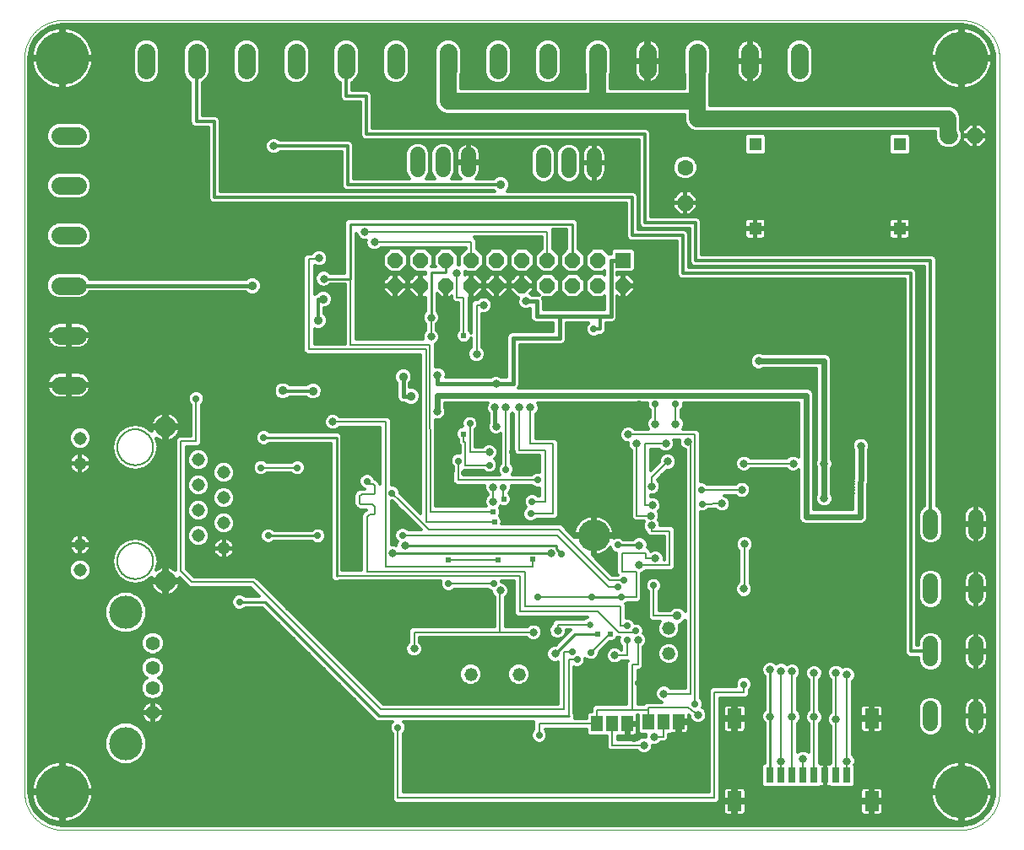
<source format=gbl>
G75*
%MOIN*%
%OFA0B0*%
%FSLAX25Y25*%
%IPPOS*%
%LPD*%
%AMOC8*
5,1,8,0,0,1.08239X$1,22.5*
%
%ADD10C,0.00000*%
%ADD11OC8,0.06300*%
%ADD12C,0.06300*%
%ADD13R,0.03150X0.05906*%
%ADD14R,0.05709X0.07874*%
%ADD15R,0.06000X0.06000*%
%ADD16OC8,0.06000*%
%ADD17C,0.05200*%
%ADD18R,0.04600X0.06300*%
%ADD19C,0.12661*%
%ADD20R,0.05150X0.05150*%
%ADD21C,0.00500*%
%ADD22C,0.08268*%
%ADD23C,0.05150*%
%ADD24C,0.07050*%
%ADD25C,0.05600*%
%ADD26C,0.13100*%
%ADD27C,0.06000*%
%ADD28C,0.21000*%
%ADD29C,0.02775*%
%ADD30C,0.03169*%
%ADD31C,0.01200*%
%ADD32C,0.00800*%
%ADD33C,0.01600*%
%ADD34C,0.03562*%
%ADD35C,0.02400*%
%ADD36C,0.01000*%
%ADD37C,0.02578*%
%ADD38C,0.02420*%
%ADD39C,0.00600*%
%ADD40C,0.06600*%
D10*
X0016750Y0002026D02*
X0371750Y0002026D01*
X0372112Y0002030D01*
X0372475Y0002044D01*
X0372837Y0002065D01*
X0373198Y0002096D01*
X0373558Y0002135D01*
X0373917Y0002183D01*
X0374275Y0002240D01*
X0374632Y0002305D01*
X0374987Y0002379D01*
X0375340Y0002462D01*
X0375691Y0002553D01*
X0376039Y0002652D01*
X0376385Y0002760D01*
X0376729Y0002876D01*
X0377069Y0003001D01*
X0377406Y0003133D01*
X0377740Y0003274D01*
X0378071Y0003423D01*
X0378398Y0003580D01*
X0378721Y0003744D01*
X0379040Y0003916D01*
X0379354Y0004096D01*
X0379665Y0004284D01*
X0379970Y0004479D01*
X0380271Y0004681D01*
X0380567Y0004891D01*
X0380857Y0005107D01*
X0381143Y0005331D01*
X0381423Y0005561D01*
X0381697Y0005798D01*
X0381965Y0006042D01*
X0382228Y0006292D01*
X0382484Y0006548D01*
X0382734Y0006811D01*
X0382978Y0007079D01*
X0383215Y0007353D01*
X0383445Y0007633D01*
X0383669Y0007919D01*
X0383885Y0008209D01*
X0384095Y0008505D01*
X0384297Y0008806D01*
X0384492Y0009111D01*
X0384680Y0009422D01*
X0384860Y0009736D01*
X0385032Y0010055D01*
X0385196Y0010378D01*
X0385353Y0010705D01*
X0385502Y0011036D01*
X0385643Y0011370D01*
X0385775Y0011707D01*
X0385900Y0012047D01*
X0386016Y0012391D01*
X0386124Y0012737D01*
X0386223Y0013085D01*
X0386314Y0013436D01*
X0386397Y0013789D01*
X0386471Y0014144D01*
X0386536Y0014501D01*
X0386593Y0014859D01*
X0386641Y0015218D01*
X0386680Y0015578D01*
X0386711Y0015939D01*
X0386732Y0016301D01*
X0386746Y0016664D01*
X0386750Y0017026D01*
X0386750Y0307026D01*
X0386746Y0307388D01*
X0386732Y0307751D01*
X0386711Y0308113D01*
X0386680Y0308474D01*
X0386641Y0308834D01*
X0386593Y0309193D01*
X0386536Y0309551D01*
X0386471Y0309908D01*
X0386397Y0310263D01*
X0386314Y0310616D01*
X0386223Y0310967D01*
X0386124Y0311315D01*
X0386016Y0311661D01*
X0385900Y0312005D01*
X0385775Y0312345D01*
X0385643Y0312682D01*
X0385502Y0313016D01*
X0385353Y0313347D01*
X0385196Y0313674D01*
X0385032Y0313997D01*
X0384860Y0314316D01*
X0384680Y0314630D01*
X0384492Y0314941D01*
X0384297Y0315246D01*
X0384095Y0315547D01*
X0383885Y0315843D01*
X0383669Y0316133D01*
X0383445Y0316419D01*
X0383215Y0316699D01*
X0382978Y0316973D01*
X0382734Y0317241D01*
X0382484Y0317504D01*
X0382228Y0317760D01*
X0381965Y0318010D01*
X0381697Y0318254D01*
X0381423Y0318491D01*
X0381143Y0318721D01*
X0380857Y0318945D01*
X0380567Y0319161D01*
X0380271Y0319371D01*
X0379970Y0319573D01*
X0379665Y0319768D01*
X0379354Y0319956D01*
X0379040Y0320136D01*
X0378721Y0320308D01*
X0378398Y0320472D01*
X0378071Y0320629D01*
X0377740Y0320778D01*
X0377406Y0320919D01*
X0377069Y0321051D01*
X0376729Y0321176D01*
X0376385Y0321292D01*
X0376039Y0321400D01*
X0375691Y0321499D01*
X0375340Y0321590D01*
X0374987Y0321673D01*
X0374632Y0321747D01*
X0374275Y0321812D01*
X0373917Y0321869D01*
X0373558Y0321917D01*
X0373198Y0321956D01*
X0372837Y0321987D01*
X0372475Y0322008D01*
X0372112Y0322022D01*
X0371750Y0322026D01*
X0016750Y0322026D01*
X0016388Y0322022D01*
X0016025Y0322008D01*
X0015663Y0321987D01*
X0015302Y0321956D01*
X0014942Y0321917D01*
X0014583Y0321869D01*
X0014225Y0321812D01*
X0013868Y0321747D01*
X0013513Y0321673D01*
X0013160Y0321590D01*
X0012809Y0321499D01*
X0012461Y0321400D01*
X0012115Y0321292D01*
X0011771Y0321176D01*
X0011431Y0321051D01*
X0011094Y0320919D01*
X0010760Y0320778D01*
X0010429Y0320629D01*
X0010102Y0320472D01*
X0009779Y0320308D01*
X0009460Y0320136D01*
X0009146Y0319956D01*
X0008835Y0319768D01*
X0008530Y0319573D01*
X0008229Y0319371D01*
X0007933Y0319161D01*
X0007643Y0318945D01*
X0007357Y0318721D01*
X0007077Y0318491D01*
X0006803Y0318254D01*
X0006535Y0318010D01*
X0006272Y0317760D01*
X0006016Y0317504D01*
X0005766Y0317241D01*
X0005522Y0316973D01*
X0005285Y0316699D01*
X0005055Y0316419D01*
X0004831Y0316133D01*
X0004615Y0315843D01*
X0004405Y0315547D01*
X0004203Y0315246D01*
X0004008Y0314941D01*
X0003820Y0314630D01*
X0003640Y0314316D01*
X0003468Y0313997D01*
X0003304Y0313674D01*
X0003147Y0313347D01*
X0002998Y0313016D01*
X0002857Y0312682D01*
X0002725Y0312345D01*
X0002600Y0312005D01*
X0002484Y0311661D01*
X0002376Y0311315D01*
X0002277Y0310967D01*
X0002186Y0310616D01*
X0002103Y0310263D01*
X0002029Y0309908D01*
X0001964Y0309551D01*
X0001907Y0309193D01*
X0001859Y0308834D01*
X0001820Y0308474D01*
X0001789Y0308113D01*
X0001768Y0307751D01*
X0001754Y0307388D01*
X0001750Y0307026D01*
X0001750Y0017026D01*
X0001754Y0016664D01*
X0001768Y0016301D01*
X0001789Y0015939D01*
X0001820Y0015578D01*
X0001859Y0015218D01*
X0001907Y0014859D01*
X0001964Y0014501D01*
X0002029Y0014144D01*
X0002103Y0013789D01*
X0002186Y0013436D01*
X0002277Y0013085D01*
X0002376Y0012737D01*
X0002484Y0012391D01*
X0002600Y0012047D01*
X0002725Y0011707D01*
X0002857Y0011370D01*
X0002998Y0011036D01*
X0003147Y0010705D01*
X0003304Y0010378D01*
X0003468Y0010055D01*
X0003640Y0009736D01*
X0003820Y0009422D01*
X0004008Y0009111D01*
X0004203Y0008806D01*
X0004405Y0008505D01*
X0004615Y0008209D01*
X0004831Y0007919D01*
X0005055Y0007633D01*
X0005285Y0007353D01*
X0005522Y0007079D01*
X0005766Y0006811D01*
X0006016Y0006548D01*
X0006272Y0006292D01*
X0006535Y0006042D01*
X0006803Y0005798D01*
X0007077Y0005561D01*
X0007357Y0005331D01*
X0007643Y0005107D01*
X0007933Y0004891D01*
X0008229Y0004681D01*
X0008530Y0004479D01*
X0008835Y0004284D01*
X0009146Y0004096D01*
X0009460Y0003916D01*
X0009779Y0003744D01*
X0010102Y0003580D01*
X0010429Y0003423D01*
X0010760Y0003274D01*
X0011094Y0003133D01*
X0011431Y0003001D01*
X0011771Y0002876D01*
X0012115Y0002760D01*
X0012461Y0002652D01*
X0012809Y0002553D01*
X0013160Y0002462D01*
X0013513Y0002379D01*
X0013868Y0002305D01*
X0014225Y0002240D01*
X0014583Y0002183D01*
X0014942Y0002135D01*
X0015302Y0002096D01*
X0015663Y0002065D01*
X0016025Y0002044D01*
X0016388Y0002030D01*
X0016750Y0002026D01*
D11*
X0262698Y0249831D03*
X0377036Y0276346D03*
D12*
X0367036Y0276346D03*
X0262698Y0263831D03*
D13*
X0296261Y0023538D03*
X0300591Y0023538D03*
X0304922Y0023538D03*
X0309253Y0023538D03*
X0313583Y0023538D03*
X0317914Y0023538D03*
X0322245Y0023538D03*
X0326576Y0023538D03*
D14*
X0336320Y0013302D03*
X0336320Y0045979D03*
X0282186Y0045979D03*
X0282186Y0013302D03*
D15*
X0238185Y0227115D03*
D16*
X0228185Y0227115D03*
X0218185Y0227115D03*
X0208185Y0227115D03*
X0198185Y0227115D03*
X0188185Y0227115D03*
X0178185Y0227115D03*
X0168185Y0227115D03*
X0158185Y0227115D03*
X0148185Y0227115D03*
X0148185Y0217115D03*
X0158185Y0217115D03*
X0168185Y0217115D03*
X0178185Y0217115D03*
X0188185Y0217115D03*
X0198185Y0217115D03*
X0208185Y0217115D03*
X0218185Y0217115D03*
X0228185Y0217115D03*
X0238185Y0217115D03*
D17*
X0256210Y0081601D03*
X0256210Y0071601D03*
X0196991Y0063507D03*
X0177991Y0063507D03*
D18*
X0227859Y0043888D03*
X0233859Y0043888D03*
X0239859Y0043888D03*
X0248086Y0044671D03*
X0254086Y0044671D03*
X0260086Y0044671D03*
D19*
X0226669Y0118360D03*
D20*
X0290405Y0239669D03*
X0290405Y0272977D03*
X0347334Y0272977D03*
X0347334Y0239669D03*
D21*
X0038403Y0153266D02*
X0038405Y0153440D01*
X0038412Y0153614D01*
X0038422Y0153787D01*
X0038437Y0153961D01*
X0038456Y0154134D01*
X0038480Y0154306D01*
X0038507Y0154478D01*
X0038539Y0154649D01*
X0038575Y0154819D01*
X0038615Y0154988D01*
X0038660Y0155156D01*
X0038708Y0155323D01*
X0038761Y0155489D01*
X0038817Y0155654D01*
X0038878Y0155817D01*
X0038942Y0155978D01*
X0039011Y0156138D01*
X0039083Y0156296D01*
X0039160Y0156452D01*
X0039240Y0156607D01*
X0039324Y0156759D01*
X0039411Y0156909D01*
X0039503Y0157058D01*
X0039597Y0157203D01*
X0039696Y0157347D01*
X0039798Y0157488D01*
X0039903Y0157626D01*
X0040012Y0157762D01*
X0040124Y0157895D01*
X0040239Y0158025D01*
X0040357Y0158153D01*
X0040479Y0158277D01*
X0040603Y0158399D01*
X0040731Y0158517D01*
X0040861Y0158632D01*
X0040994Y0158744D01*
X0041130Y0158853D01*
X0041268Y0158958D01*
X0041409Y0159060D01*
X0041553Y0159159D01*
X0041698Y0159253D01*
X0041847Y0159345D01*
X0041997Y0159432D01*
X0042149Y0159516D01*
X0042304Y0159596D01*
X0042460Y0159673D01*
X0042618Y0159745D01*
X0042778Y0159814D01*
X0042939Y0159878D01*
X0043102Y0159939D01*
X0043267Y0159995D01*
X0043433Y0160048D01*
X0043600Y0160096D01*
X0043768Y0160141D01*
X0043937Y0160181D01*
X0044107Y0160217D01*
X0044278Y0160249D01*
X0044450Y0160276D01*
X0044622Y0160300D01*
X0044795Y0160319D01*
X0044969Y0160334D01*
X0045142Y0160344D01*
X0045316Y0160351D01*
X0045490Y0160353D01*
X0045664Y0160351D01*
X0045838Y0160344D01*
X0046011Y0160334D01*
X0046185Y0160319D01*
X0046358Y0160300D01*
X0046530Y0160276D01*
X0046702Y0160249D01*
X0046873Y0160217D01*
X0047043Y0160181D01*
X0047212Y0160141D01*
X0047380Y0160096D01*
X0047547Y0160048D01*
X0047713Y0159995D01*
X0047878Y0159939D01*
X0048041Y0159878D01*
X0048202Y0159814D01*
X0048362Y0159745D01*
X0048520Y0159673D01*
X0048676Y0159596D01*
X0048831Y0159516D01*
X0048983Y0159432D01*
X0049133Y0159345D01*
X0049282Y0159253D01*
X0049427Y0159159D01*
X0049571Y0159060D01*
X0049712Y0158958D01*
X0049850Y0158853D01*
X0049986Y0158744D01*
X0050119Y0158632D01*
X0050249Y0158517D01*
X0050377Y0158399D01*
X0050501Y0158277D01*
X0050623Y0158153D01*
X0050741Y0158025D01*
X0050856Y0157895D01*
X0050968Y0157762D01*
X0051077Y0157626D01*
X0051182Y0157488D01*
X0051284Y0157347D01*
X0051383Y0157203D01*
X0051477Y0157058D01*
X0051569Y0156909D01*
X0051656Y0156759D01*
X0051740Y0156607D01*
X0051820Y0156452D01*
X0051897Y0156296D01*
X0051969Y0156138D01*
X0052038Y0155978D01*
X0052102Y0155817D01*
X0052163Y0155654D01*
X0052219Y0155489D01*
X0052272Y0155323D01*
X0052320Y0155156D01*
X0052365Y0154988D01*
X0052405Y0154819D01*
X0052441Y0154649D01*
X0052473Y0154478D01*
X0052500Y0154306D01*
X0052524Y0154134D01*
X0052543Y0153961D01*
X0052558Y0153787D01*
X0052568Y0153614D01*
X0052575Y0153440D01*
X0052577Y0153266D01*
X0052575Y0153092D01*
X0052568Y0152918D01*
X0052558Y0152745D01*
X0052543Y0152571D01*
X0052524Y0152398D01*
X0052500Y0152226D01*
X0052473Y0152054D01*
X0052441Y0151883D01*
X0052405Y0151713D01*
X0052365Y0151544D01*
X0052320Y0151376D01*
X0052272Y0151209D01*
X0052219Y0151043D01*
X0052163Y0150878D01*
X0052102Y0150715D01*
X0052038Y0150554D01*
X0051969Y0150394D01*
X0051897Y0150236D01*
X0051820Y0150080D01*
X0051740Y0149925D01*
X0051656Y0149773D01*
X0051569Y0149623D01*
X0051477Y0149474D01*
X0051383Y0149329D01*
X0051284Y0149185D01*
X0051182Y0149044D01*
X0051077Y0148906D01*
X0050968Y0148770D01*
X0050856Y0148637D01*
X0050741Y0148507D01*
X0050623Y0148379D01*
X0050501Y0148255D01*
X0050377Y0148133D01*
X0050249Y0148015D01*
X0050119Y0147900D01*
X0049986Y0147788D01*
X0049850Y0147679D01*
X0049712Y0147574D01*
X0049571Y0147472D01*
X0049427Y0147373D01*
X0049282Y0147279D01*
X0049133Y0147187D01*
X0048983Y0147100D01*
X0048831Y0147016D01*
X0048676Y0146936D01*
X0048520Y0146859D01*
X0048362Y0146787D01*
X0048202Y0146718D01*
X0048041Y0146654D01*
X0047878Y0146593D01*
X0047713Y0146537D01*
X0047547Y0146484D01*
X0047380Y0146436D01*
X0047212Y0146391D01*
X0047043Y0146351D01*
X0046873Y0146315D01*
X0046702Y0146283D01*
X0046530Y0146256D01*
X0046358Y0146232D01*
X0046185Y0146213D01*
X0046011Y0146198D01*
X0045838Y0146188D01*
X0045664Y0146181D01*
X0045490Y0146179D01*
X0045316Y0146181D01*
X0045142Y0146188D01*
X0044969Y0146198D01*
X0044795Y0146213D01*
X0044622Y0146232D01*
X0044450Y0146256D01*
X0044278Y0146283D01*
X0044107Y0146315D01*
X0043937Y0146351D01*
X0043768Y0146391D01*
X0043600Y0146436D01*
X0043433Y0146484D01*
X0043267Y0146537D01*
X0043102Y0146593D01*
X0042939Y0146654D01*
X0042778Y0146718D01*
X0042618Y0146787D01*
X0042460Y0146859D01*
X0042304Y0146936D01*
X0042149Y0147016D01*
X0041997Y0147100D01*
X0041847Y0147187D01*
X0041698Y0147279D01*
X0041553Y0147373D01*
X0041409Y0147472D01*
X0041268Y0147574D01*
X0041130Y0147679D01*
X0040994Y0147788D01*
X0040861Y0147900D01*
X0040731Y0148015D01*
X0040603Y0148133D01*
X0040479Y0148255D01*
X0040357Y0148379D01*
X0040239Y0148507D01*
X0040124Y0148637D01*
X0040012Y0148770D01*
X0039903Y0148906D01*
X0039798Y0149044D01*
X0039696Y0149185D01*
X0039597Y0149329D01*
X0039503Y0149474D01*
X0039411Y0149623D01*
X0039324Y0149773D01*
X0039240Y0149925D01*
X0039160Y0150080D01*
X0039083Y0150236D01*
X0039011Y0150394D01*
X0038942Y0150554D01*
X0038878Y0150715D01*
X0038817Y0150878D01*
X0038761Y0151043D01*
X0038708Y0151209D01*
X0038660Y0151376D01*
X0038615Y0151544D01*
X0038575Y0151713D01*
X0038539Y0151883D01*
X0038507Y0152054D01*
X0038480Y0152226D01*
X0038456Y0152398D01*
X0038437Y0152571D01*
X0038422Y0152745D01*
X0038412Y0152918D01*
X0038405Y0153092D01*
X0038403Y0153266D01*
X0038403Y0108266D02*
X0038405Y0108440D01*
X0038412Y0108614D01*
X0038422Y0108787D01*
X0038437Y0108961D01*
X0038456Y0109134D01*
X0038480Y0109306D01*
X0038507Y0109478D01*
X0038539Y0109649D01*
X0038575Y0109819D01*
X0038615Y0109988D01*
X0038660Y0110156D01*
X0038708Y0110323D01*
X0038761Y0110489D01*
X0038817Y0110654D01*
X0038878Y0110817D01*
X0038942Y0110978D01*
X0039011Y0111138D01*
X0039083Y0111296D01*
X0039160Y0111452D01*
X0039240Y0111607D01*
X0039324Y0111759D01*
X0039411Y0111909D01*
X0039503Y0112058D01*
X0039597Y0112203D01*
X0039696Y0112347D01*
X0039798Y0112488D01*
X0039903Y0112626D01*
X0040012Y0112762D01*
X0040124Y0112895D01*
X0040239Y0113025D01*
X0040357Y0113153D01*
X0040479Y0113277D01*
X0040603Y0113399D01*
X0040731Y0113517D01*
X0040861Y0113632D01*
X0040994Y0113744D01*
X0041130Y0113853D01*
X0041268Y0113958D01*
X0041409Y0114060D01*
X0041553Y0114159D01*
X0041698Y0114253D01*
X0041847Y0114345D01*
X0041997Y0114432D01*
X0042149Y0114516D01*
X0042304Y0114596D01*
X0042460Y0114673D01*
X0042618Y0114745D01*
X0042778Y0114814D01*
X0042939Y0114878D01*
X0043102Y0114939D01*
X0043267Y0114995D01*
X0043433Y0115048D01*
X0043600Y0115096D01*
X0043768Y0115141D01*
X0043937Y0115181D01*
X0044107Y0115217D01*
X0044278Y0115249D01*
X0044450Y0115276D01*
X0044622Y0115300D01*
X0044795Y0115319D01*
X0044969Y0115334D01*
X0045142Y0115344D01*
X0045316Y0115351D01*
X0045490Y0115353D01*
X0045664Y0115351D01*
X0045838Y0115344D01*
X0046011Y0115334D01*
X0046185Y0115319D01*
X0046358Y0115300D01*
X0046530Y0115276D01*
X0046702Y0115249D01*
X0046873Y0115217D01*
X0047043Y0115181D01*
X0047212Y0115141D01*
X0047380Y0115096D01*
X0047547Y0115048D01*
X0047713Y0114995D01*
X0047878Y0114939D01*
X0048041Y0114878D01*
X0048202Y0114814D01*
X0048362Y0114745D01*
X0048520Y0114673D01*
X0048676Y0114596D01*
X0048831Y0114516D01*
X0048983Y0114432D01*
X0049133Y0114345D01*
X0049282Y0114253D01*
X0049427Y0114159D01*
X0049571Y0114060D01*
X0049712Y0113958D01*
X0049850Y0113853D01*
X0049986Y0113744D01*
X0050119Y0113632D01*
X0050249Y0113517D01*
X0050377Y0113399D01*
X0050501Y0113277D01*
X0050623Y0113153D01*
X0050741Y0113025D01*
X0050856Y0112895D01*
X0050968Y0112762D01*
X0051077Y0112626D01*
X0051182Y0112488D01*
X0051284Y0112347D01*
X0051383Y0112203D01*
X0051477Y0112058D01*
X0051569Y0111909D01*
X0051656Y0111759D01*
X0051740Y0111607D01*
X0051820Y0111452D01*
X0051897Y0111296D01*
X0051969Y0111138D01*
X0052038Y0110978D01*
X0052102Y0110817D01*
X0052163Y0110654D01*
X0052219Y0110489D01*
X0052272Y0110323D01*
X0052320Y0110156D01*
X0052365Y0109988D01*
X0052405Y0109819D01*
X0052441Y0109649D01*
X0052473Y0109478D01*
X0052500Y0109306D01*
X0052524Y0109134D01*
X0052543Y0108961D01*
X0052558Y0108787D01*
X0052568Y0108614D01*
X0052575Y0108440D01*
X0052577Y0108266D01*
X0052575Y0108092D01*
X0052568Y0107918D01*
X0052558Y0107745D01*
X0052543Y0107571D01*
X0052524Y0107398D01*
X0052500Y0107226D01*
X0052473Y0107054D01*
X0052441Y0106883D01*
X0052405Y0106713D01*
X0052365Y0106544D01*
X0052320Y0106376D01*
X0052272Y0106209D01*
X0052219Y0106043D01*
X0052163Y0105878D01*
X0052102Y0105715D01*
X0052038Y0105554D01*
X0051969Y0105394D01*
X0051897Y0105236D01*
X0051820Y0105080D01*
X0051740Y0104925D01*
X0051656Y0104773D01*
X0051569Y0104623D01*
X0051477Y0104474D01*
X0051383Y0104329D01*
X0051284Y0104185D01*
X0051182Y0104044D01*
X0051077Y0103906D01*
X0050968Y0103770D01*
X0050856Y0103637D01*
X0050741Y0103507D01*
X0050623Y0103379D01*
X0050501Y0103255D01*
X0050377Y0103133D01*
X0050249Y0103015D01*
X0050119Y0102900D01*
X0049986Y0102788D01*
X0049850Y0102679D01*
X0049712Y0102574D01*
X0049571Y0102472D01*
X0049427Y0102373D01*
X0049282Y0102279D01*
X0049133Y0102187D01*
X0048983Y0102100D01*
X0048831Y0102016D01*
X0048676Y0101936D01*
X0048520Y0101859D01*
X0048362Y0101787D01*
X0048202Y0101718D01*
X0048041Y0101654D01*
X0047878Y0101593D01*
X0047713Y0101537D01*
X0047547Y0101484D01*
X0047380Y0101436D01*
X0047212Y0101391D01*
X0047043Y0101351D01*
X0046873Y0101315D01*
X0046702Y0101283D01*
X0046530Y0101256D01*
X0046358Y0101232D01*
X0046185Y0101213D01*
X0046011Y0101198D01*
X0045838Y0101188D01*
X0045664Y0101181D01*
X0045490Y0101179D01*
X0045316Y0101181D01*
X0045142Y0101188D01*
X0044969Y0101198D01*
X0044795Y0101213D01*
X0044622Y0101232D01*
X0044450Y0101256D01*
X0044278Y0101283D01*
X0044107Y0101315D01*
X0043937Y0101351D01*
X0043768Y0101391D01*
X0043600Y0101436D01*
X0043433Y0101484D01*
X0043267Y0101537D01*
X0043102Y0101593D01*
X0042939Y0101654D01*
X0042778Y0101718D01*
X0042618Y0101787D01*
X0042460Y0101859D01*
X0042304Y0101936D01*
X0042149Y0102016D01*
X0041997Y0102100D01*
X0041847Y0102187D01*
X0041698Y0102279D01*
X0041553Y0102373D01*
X0041409Y0102472D01*
X0041268Y0102574D01*
X0041130Y0102679D01*
X0040994Y0102788D01*
X0040861Y0102900D01*
X0040731Y0103015D01*
X0040603Y0103133D01*
X0040479Y0103255D01*
X0040357Y0103379D01*
X0040239Y0103507D01*
X0040124Y0103637D01*
X0040012Y0103770D01*
X0039903Y0103906D01*
X0039798Y0104044D01*
X0039696Y0104185D01*
X0039597Y0104329D01*
X0039503Y0104474D01*
X0039411Y0104623D01*
X0039324Y0104773D01*
X0039240Y0104925D01*
X0039160Y0105080D01*
X0039083Y0105236D01*
X0039011Y0105394D01*
X0038942Y0105554D01*
X0038878Y0105715D01*
X0038817Y0105878D01*
X0038761Y0106043D01*
X0038708Y0106209D01*
X0038660Y0106376D01*
X0038615Y0106544D01*
X0038575Y0106713D01*
X0038539Y0106883D01*
X0038507Y0107054D01*
X0038480Y0107226D01*
X0038456Y0107398D01*
X0038437Y0107571D01*
X0038422Y0107745D01*
X0038412Y0107918D01*
X0038405Y0108092D01*
X0038403Y0108266D01*
D22*
X0057498Y0100274D03*
X0057498Y0161258D03*
D23*
X0070490Y0148246D03*
X0080490Y0143285D03*
X0070490Y0138246D03*
X0080490Y0133285D03*
X0070490Y0128246D03*
X0080490Y0123285D03*
X0070490Y0118246D03*
X0080490Y0113285D03*
X0023758Y0114683D03*
X0023758Y0104683D03*
X0023758Y0146848D03*
X0023758Y0156848D03*
D24*
X0022858Y0177813D02*
X0015808Y0177813D01*
X0015808Y0197498D02*
X0022858Y0197498D01*
X0022858Y0217183D02*
X0015808Y0217183D01*
X0015808Y0236868D02*
X0022858Y0236868D01*
X0022858Y0256553D02*
X0015808Y0256553D01*
X0015808Y0276238D02*
X0022858Y0276238D01*
X0049954Y0302292D02*
X0049954Y0309342D01*
X0069639Y0309342D02*
X0069639Y0302292D01*
X0089324Y0302292D02*
X0089324Y0309342D01*
X0109009Y0309342D02*
X0109009Y0302292D01*
X0128694Y0302292D02*
X0128694Y0309342D01*
X0148379Y0309342D02*
X0148379Y0302292D01*
X0169038Y0302280D02*
X0169038Y0309330D01*
X0188723Y0309330D02*
X0188723Y0302280D01*
X0208408Y0302280D02*
X0208408Y0309330D01*
X0228093Y0309330D02*
X0228093Y0302280D01*
X0247778Y0302280D02*
X0247778Y0309330D01*
X0267463Y0309330D02*
X0267463Y0302280D01*
X0288237Y0302242D02*
X0288237Y0309292D01*
X0307922Y0309292D02*
X0307922Y0302242D01*
D25*
X0052450Y0075776D03*
X0052450Y0065976D03*
X0052450Y0058076D03*
X0052450Y0048276D03*
D26*
X0041750Y0036176D03*
X0041750Y0087876D03*
D27*
X0157071Y0262922D02*
X0157071Y0268922D01*
X0167071Y0268922D02*
X0167071Y0262922D01*
X0177071Y0262922D02*
X0177071Y0268922D01*
X0206690Y0268632D02*
X0206690Y0262632D01*
X0216690Y0262632D02*
X0216690Y0268632D01*
X0226690Y0268632D02*
X0226690Y0262632D01*
X0359621Y0125834D02*
X0359621Y0119834D01*
X0377421Y0119834D02*
X0377421Y0125834D01*
X0377421Y0100234D02*
X0377421Y0094234D01*
X0359621Y0094234D02*
X0359621Y0100234D01*
X0359621Y0075574D02*
X0359621Y0069574D01*
X0377421Y0069574D02*
X0377421Y0075574D01*
X0377421Y0049974D02*
X0377421Y0043974D01*
X0359621Y0043974D02*
X0359621Y0049974D01*
D28*
X0371750Y0017026D03*
X0371750Y0307026D03*
X0016750Y0307026D03*
X0016750Y0017026D03*
D29*
X0086750Y0092026D03*
X0098133Y0118266D03*
X0117613Y0118215D03*
X0137134Y0139802D03*
X0146886Y0135133D03*
X0154885Y0122102D03*
X0151139Y0118430D03*
X0169229Y0099366D03*
X0169439Y0094036D03*
X0182810Y0084202D03*
X0187028Y0099366D03*
X0204531Y0093951D03*
X0213953Y0110879D03*
X0216750Y0122026D03*
X0216750Y0127026D03*
X0216750Y0132026D03*
X0216750Y0137026D03*
X0221750Y0137026D03*
X0226750Y0137026D03*
X0231750Y0137026D03*
X0236750Y0137026D03*
X0236750Y0132026D03*
X0231750Y0132026D03*
X0226750Y0132026D03*
X0221750Y0132026D03*
X0221750Y0127026D03*
X0226750Y0127026D03*
X0231750Y0127026D03*
X0236750Y0127026D03*
X0236750Y0122026D03*
X0236016Y0114537D03*
X0238529Y0100648D03*
X0236151Y0097913D03*
X0237383Y0094056D03*
X0225881Y0093951D03*
X0239775Y0082660D03*
X0243152Y0080530D03*
X0239679Y0076912D03*
X0230833Y0066658D03*
X0225495Y0072069D03*
X0220093Y0069316D03*
X0218089Y0072310D03*
X0220556Y0055038D03*
X0205098Y0039329D03*
X0242481Y0038023D03*
X0266544Y0051798D03*
X0270491Y0055401D03*
X0275425Y0069663D03*
X0285858Y0059522D03*
X0289713Y0059848D03*
X0277314Y0089552D03*
X0291048Y0095709D03*
X0308956Y0093001D03*
X0318104Y0093073D03*
X0309479Y0120288D03*
X0288002Y0122135D03*
X0269512Y0130736D03*
X0268975Y0136375D03*
X0261934Y0123782D03*
X0287436Y0141732D03*
X0258930Y0170322D03*
X0250897Y0170268D03*
X0244605Y0170394D03*
X0244185Y0180358D03*
X0254862Y0181527D03*
X0226845Y0195150D03*
X0226573Y0199894D03*
X0184916Y0194943D03*
X0184958Y0189902D03*
X0184958Y0184485D03*
X0183262Y0169419D03*
X0177658Y0162569D03*
X0187816Y0155531D03*
X0194480Y0151336D03*
X0191880Y0144494D03*
X0185319Y0146135D03*
X0175605Y0143122D03*
X0173175Y0147825D03*
X0190865Y0137389D03*
X0202202Y0131733D03*
X0201713Y0126995D03*
X0204446Y0140293D03*
X0226478Y0155508D03*
X0250225Y0098647D03*
X0251583Y0064206D03*
X0244287Y0060098D03*
X0149287Y0042491D03*
X0109572Y0145076D03*
X0095235Y0145159D03*
X0096257Y0157035D03*
X0069600Y0172475D03*
X0135578Y0222903D03*
X0124166Y0231722D03*
X0148649Y0200183D03*
X0366436Y0152282D03*
X0381562Y0182464D03*
D30*
X0332041Y0153705D03*
X0317590Y0146761D03*
X0305370Y0146803D03*
X0317590Y0132994D03*
X0285124Y0136355D03*
X0277168Y0130916D03*
X0285924Y0146772D03*
X0263791Y0155407D03*
X0258944Y0162324D03*
X0250897Y0162475D03*
X0255022Y0154709D03*
X0255789Y0147525D03*
X0249454Y0137697D03*
X0249784Y0130230D03*
X0249196Y0126190D03*
X0249454Y0122297D03*
X0244619Y0114477D03*
X0250920Y0109219D03*
X0244399Y0106574D03*
X0209746Y0111263D03*
X0189627Y0096589D03*
X0202852Y0080088D03*
X0212314Y0080706D03*
X0211321Y0071552D03*
X0234870Y0070937D03*
X0244018Y0077022D03*
X0254274Y0055846D03*
X0267766Y0047409D03*
X0250434Y0038687D03*
X0246494Y0035395D03*
X0296286Y0046810D03*
X0304922Y0046764D03*
X0313583Y0046672D03*
X0322245Y0045633D03*
X0326585Y0063229D03*
X0322261Y0064089D03*
X0313598Y0063966D03*
X0304892Y0064536D03*
X0300582Y0064832D03*
X0296286Y0065200D03*
X0285871Y0097197D03*
X0286145Y0114904D03*
X0243471Y0154598D03*
X0240159Y0158250D03*
X0201600Y0168914D03*
X0197118Y0168921D03*
X0191872Y0169009D03*
X0187594Y0168876D03*
X0188016Y0161515D03*
X0185335Y0151292D03*
X0186836Y0137490D03*
X0186939Y0131740D03*
X0151998Y0114444D03*
X0147239Y0111263D03*
X0155669Y0073604D03*
X0123530Y0163263D03*
X0123201Y0187674D03*
X0119997Y0219835D03*
X0118087Y0227936D03*
X0104060Y0239530D03*
X0136167Y0238457D03*
X0140004Y0234267D03*
X0172552Y0221877D03*
X0183132Y0209439D03*
X0199947Y0210911D03*
X0180339Y0189940D03*
X0188016Y0178295D03*
X0164931Y0181714D03*
X0162418Y0196860D03*
X0162350Y0204497D03*
X0164846Y0167385D03*
X0100284Y0272295D03*
X0291796Y0187211D03*
X0309240Y0030110D03*
X0300591Y0028904D03*
X0326576Y0029070D03*
D31*
X0008645Y0008018D02*
X0007250Y0008018D01*
X0007714Y0008950D02*
X0008674Y0007989D01*
X0009737Y0007142D01*
X0010888Y0006419D01*
X0012112Y0005829D01*
X0013395Y0005380D01*
X0014720Y0005078D01*
X0016070Y0004926D01*
X0016150Y0004926D01*
X0016150Y0016426D01*
X0004650Y0016426D01*
X0004650Y0016346D01*
X0004802Y0014996D01*
X0005105Y0013671D01*
X0005553Y0012388D01*
X0006143Y0011163D01*
X0006866Y0010013D01*
X0007714Y0008950D01*
X0007501Y0009217D02*
X0006147Y0009217D01*
X0006278Y0008990D02*
X0004555Y0011974D01*
X0003663Y0015303D01*
X0003550Y0017026D01*
X0003550Y0307026D01*
X0003663Y0308749D01*
X0004555Y0312077D01*
X0006278Y0315061D01*
X0008714Y0317498D01*
X0011699Y0319221D01*
X0015027Y0320113D01*
X0016750Y0320226D01*
X0371750Y0320226D01*
X0373473Y0320113D01*
X0376801Y0319221D01*
X0379786Y0317498D01*
X0382222Y0315061D01*
X0383945Y0312077D01*
X0384837Y0308749D01*
X0384950Y0307026D01*
X0384950Y0017026D01*
X0384837Y0015303D01*
X0383945Y0011974D01*
X0382222Y0008990D01*
X0379786Y0006553D01*
X0376801Y0004830D01*
X0373473Y0003939D01*
X0371750Y0003826D01*
X0016750Y0003826D01*
X0015027Y0003939D01*
X0011699Y0004830D01*
X0008714Y0006553D01*
X0006278Y0008990D01*
X0006613Y0010415D02*
X0005455Y0010415D01*
X0005926Y0011614D02*
X0004763Y0011614D01*
X0004330Y0012812D02*
X0005405Y0012812D01*
X0005027Y0014011D02*
X0004009Y0014011D01*
X0003688Y0015209D02*
X0004778Y0015209D01*
X0004650Y0016408D02*
X0003590Y0016408D01*
X0003550Y0017606D02*
X0016150Y0017606D01*
X0016150Y0017626D02*
X0016150Y0016426D01*
X0017350Y0016426D01*
X0017350Y0017626D01*
X0016150Y0017626D01*
X0016150Y0029126D01*
X0016070Y0029126D01*
X0014720Y0028973D01*
X0013395Y0028671D01*
X0012112Y0028222D01*
X0010888Y0027632D01*
X0009737Y0026909D01*
X0008674Y0026062D01*
X0007714Y0025101D01*
X0006866Y0024039D01*
X0006143Y0022888D01*
X0005553Y0021663D01*
X0005105Y0020381D01*
X0004802Y0019056D01*
X0004650Y0017705D01*
X0004650Y0017626D01*
X0016150Y0017626D01*
X0016150Y0018805D02*
X0017350Y0018805D01*
X0017350Y0017626D02*
X0017350Y0029126D01*
X0017430Y0029126D01*
X0018780Y0028973D01*
X0020105Y0028671D01*
X0021388Y0028222D01*
X0022612Y0027632D01*
X0023763Y0026909D01*
X0024825Y0026062D01*
X0025786Y0025101D01*
X0026634Y0024039D01*
X0027357Y0022888D01*
X0027947Y0021663D01*
X0028395Y0020381D01*
X0028698Y0019056D01*
X0028850Y0017705D01*
X0028850Y0017626D01*
X0017350Y0017626D01*
X0017350Y0017606D02*
X0147087Y0017606D01*
X0147087Y0016408D02*
X0028850Y0016408D01*
X0028850Y0016426D02*
X0017350Y0016426D01*
X0017350Y0004926D01*
X0017430Y0004926D01*
X0018780Y0005078D01*
X0020105Y0005380D01*
X0021388Y0005829D01*
X0022612Y0006419D01*
X0023763Y0007142D01*
X0024825Y0007989D01*
X0025786Y0008950D01*
X0026634Y0010013D01*
X0027357Y0011163D01*
X0027947Y0012388D01*
X0028395Y0013671D01*
X0028698Y0014996D01*
X0028850Y0016346D01*
X0028850Y0016426D01*
X0028722Y0015209D02*
X0147087Y0015209D01*
X0147087Y0014011D02*
X0028473Y0014011D01*
X0028095Y0012812D02*
X0148051Y0012812D01*
X0148376Y0012488D02*
X0275145Y0012488D01*
X0276434Y0013776D01*
X0276434Y0054145D01*
X0286769Y0054145D01*
X0288058Y0055434D01*
X0288058Y0057215D01*
X0288560Y0057717D01*
X0289045Y0058888D01*
X0289045Y0060156D01*
X0288560Y0061328D01*
X0287663Y0062225D01*
X0286492Y0062710D01*
X0285224Y0062710D01*
X0284052Y0062225D01*
X0283156Y0061328D01*
X0282670Y0060156D01*
X0282670Y0058888D01*
X0282813Y0058545D01*
X0273322Y0058545D01*
X0272034Y0057256D01*
X0272034Y0016888D01*
X0151487Y0016888D01*
X0151487Y0040183D01*
X0151989Y0040685D01*
X0152475Y0041857D01*
X0152475Y0043125D01*
X0151989Y0044296D01*
X0151560Y0044726D01*
X0202898Y0044726D01*
X0202898Y0041637D01*
X0202396Y0041135D01*
X0201911Y0039963D01*
X0201911Y0038695D01*
X0202396Y0037524D01*
X0203293Y0036627D01*
X0204464Y0036142D01*
X0205732Y0036142D01*
X0206904Y0036627D01*
X0207800Y0037524D01*
X0208285Y0038695D01*
X0208285Y0039963D01*
X0207800Y0041135D01*
X0207298Y0041637D01*
X0207298Y0041688D01*
X0223759Y0041688D01*
X0223759Y0039992D01*
X0224813Y0038938D01*
X0231659Y0038938D01*
X0231659Y0034484D01*
X0232948Y0033195D01*
X0243907Y0033195D01*
X0244576Y0032526D01*
X0245820Y0032011D01*
X0247167Y0032011D01*
X0248411Y0032526D01*
X0249363Y0033478D01*
X0249878Y0034722D01*
X0249878Y0035303D01*
X0251107Y0035303D01*
X0252351Y0035818D01*
X0253177Y0036644D01*
X0254940Y0036644D01*
X0256228Y0037933D01*
X0256228Y0039721D01*
X0257131Y0039721D01*
X0257383Y0039973D01*
X0257575Y0039921D01*
X0259536Y0039921D01*
X0259536Y0044121D01*
X0260636Y0044121D01*
X0260636Y0045221D01*
X0263986Y0045221D01*
X0263986Y0047389D01*
X0264382Y0047109D01*
X0264382Y0046736D01*
X0264897Y0045492D01*
X0265849Y0044540D01*
X0267093Y0044025D01*
X0268439Y0044025D01*
X0269683Y0044540D01*
X0270635Y0045492D01*
X0271150Y0046736D01*
X0271150Y0048083D01*
X0270635Y0049326D01*
X0269683Y0050278D01*
X0269411Y0050391D01*
X0269732Y0051164D01*
X0269732Y0052432D01*
X0269247Y0053604D01*
X0268744Y0054106D01*
X0268744Y0127604D01*
X0268878Y0127549D01*
X0270146Y0127549D01*
X0271318Y0128034D01*
X0271879Y0128595D01*
X0274633Y0128665D01*
X0275250Y0128047D01*
X0276494Y0127532D01*
X0277841Y0127532D01*
X0279085Y0128047D01*
X0280037Y0128999D01*
X0280552Y0130243D01*
X0280552Y0131589D01*
X0280037Y0132833D01*
X0279085Y0133785D01*
X0278191Y0134155D01*
X0281372Y0134155D01*
X0281372Y0134155D01*
X0282263Y0134155D01*
X0282538Y0134155D01*
X0283207Y0133486D01*
X0284450Y0132971D01*
X0285797Y0132971D01*
X0287041Y0133486D01*
X0287993Y0134438D01*
X0288508Y0135682D01*
X0288508Y0137028D01*
X0287993Y0138272D01*
X0287041Y0139224D01*
X0285797Y0139739D01*
X0284450Y0139739D01*
X0283207Y0139224D01*
X0282537Y0138555D01*
X0282258Y0138555D01*
X0277964Y0138555D01*
X0277944Y0138575D01*
X0271283Y0138575D01*
X0270781Y0139077D01*
X0269609Y0139562D01*
X0268744Y0139562D01*
X0268744Y0159161D01*
X0267456Y0160450D01*
X0261831Y0160450D01*
X0262328Y0161651D01*
X0262328Y0162997D01*
X0261813Y0164241D01*
X0261144Y0164910D01*
X0261144Y0168029D01*
X0261632Y0168517D01*
X0262117Y0169688D01*
X0262117Y0170670D01*
X0307588Y0170670D01*
X0307588Y0149370D01*
X0307287Y0149672D01*
X0306043Y0150187D01*
X0304696Y0150187D01*
X0303452Y0149672D01*
X0302753Y0148972D01*
X0288510Y0148972D01*
X0287841Y0149641D01*
X0286597Y0150156D01*
X0285251Y0150156D01*
X0284007Y0149641D01*
X0283055Y0148689D01*
X0282540Y0147445D01*
X0282540Y0146099D01*
X0283055Y0144855D01*
X0284007Y0143903D01*
X0285251Y0143388D01*
X0286597Y0143388D01*
X0287841Y0143903D01*
X0288510Y0144572D01*
X0302814Y0144572D01*
X0303452Y0143934D01*
X0304696Y0143418D01*
X0306043Y0143418D01*
X0307287Y0143934D01*
X0307588Y0144235D01*
X0307588Y0126235D01*
X0307584Y0126224D01*
X0307588Y0125639D01*
X0307588Y0125054D01*
X0307593Y0125042D01*
X0307593Y0125030D01*
X0307821Y0124492D01*
X0308045Y0123951D01*
X0308053Y0123942D01*
X0308058Y0123931D01*
X0308475Y0123521D01*
X0308889Y0123107D01*
X0308900Y0123102D01*
X0308909Y0123094D01*
X0309450Y0122875D01*
X0309991Y0122650D01*
X0310003Y0122650D01*
X0310015Y0122646D01*
X0310600Y0122650D01*
X0311185Y0122650D01*
X0311196Y0122655D01*
X0331921Y0122817D01*
X0332500Y0122814D01*
X0332518Y0122821D01*
X0332537Y0122821D01*
X0333070Y0123047D01*
X0333605Y0123266D01*
X0333618Y0123279D01*
X0333636Y0123287D01*
X0334042Y0123699D01*
X0334452Y0124106D01*
X0334460Y0124124D01*
X0334473Y0124137D01*
X0334690Y0124673D01*
X0334914Y0125207D01*
X0334914Y0125226D01*
X0334921Y0125243D01*
X0334917Y0125821D01*
X0335034Y0152086D01*
X0335426Y0153032D01*
X0335426Y0154378D01*
X0334910Y0155622D01*
X0333958Y0156574D01*
X0332715Y0157089D01*
X0331368Y0157089D01*
X0330124Y0156574D01*
X0329172Y0155622D01*
X0328657Y0154378D01*
X0328657Y0153032D01*
X0329034Y0152121D01*
X0328930Y0128794D01*
X0313588Y0128674D01*
X0313588Y0174267D01*
X0313131Y0175370D01*
X0312287Y0176214D01*
X0311185Y0176670D01*
X0196779Y0176670D01*
X0196919Y0176810D01*
X0196920Y0176812D01*
X0196921Y0176813D01*
X0197118Y0177286D01*
X0197317Y0177765D01*
X0197317Y0177767D01*
X0197317Y0177769D01*
X0197317Y0178282D01*
X0197318Y0178799D01*
X0197317Y0178801D01*
X0197317Y0193693D01*
X0213674Y0193693D01*
X0214630Y0194089D01*
X0215361Y0194821D01*
X0215757Y0195776D01*
X0215757Y0202369D01*
X0224540Y0202369D01*
X0223871Y0201700D01*
X0223386Y0200528D01*
X0223386Y0199260D01*
X0223871Y0198089D01*
X0224768Y0197192D01*
X0225939Y0196707D01*
X0227207Y0196707D01*
X0228379Y0197192D01*
X0228681Y0197494D01*
X0229655Y0197494D01*
X0230537Y0197860D01*
X0231213Y0198535D01*
X0231578Y0199417D01*
X0231578Y0202369D01*
X0233838Y0202369D01*
X0234793Y0202764D01*
X0235525Y0203496D01*
X0235920Y0204451D01*
X0235920Y0212874D01*
X0236280Y0212515D01*
X0237785Y0212515D01*
X0237785Y0216715D01*
X0238585Y0216715D01*
X0238585Y0217515D01*
X0237785Y0217515D01*
X0237785Y0221715D01*
X0236280Y0221715D01*
X0235920Y0221355D01*
X0235920Y0222315D01*
X0241931Y0222315D01*
X0242985Y0223369D01*
X0242985Y0230860D01*
X0241931Y0231915D01*
X0234440Y0231915D01*
X0233385Y0230860D01*
X0233385Y0229715D01*
X0232803Y0229715D01*
X0232499Y0229589D01*
X0230173Y0231915D01*
X0226197Y0231915D01*
X0223385Y0229103D01*
X0223385Y0225126D01*
X0226197Y0222315D01*
X0230173Y0222315D01*
X0230720Y0222862D01*
X0230720Y0221368D01*
X0230173Y0221915D01*
X0226197Y0221915D01*
X0223385Y0219103D01*
X0223385Y0215126D01*
X0226197Y0212315D01*
X0230173Y0212315D01*
X0230720Y0212862D01*
X0230720Y0207569D01*
X0206749Y0207569D01*
X0206749Y0211428D01*
X0206382Y0212315D01*
X0210173Y0212315D01*
X0212985Y0215126D01*
X0212985Y0219103D01*
X0210173Y0221915D01*
X0206197Y0221915D01*
X0203385Y0219103D01*
X0203385Y0215126D01*
X0205237Y0213274D01*
X0204666Y0213511D01*
X0202133Y0213511D01*
X0201864Y0213780D01*
X0201505Y0213929D01*
X0202785Y0215209D01*
X0202785Y0216715D01*
X0198585Y0216715D01*
X0198585Y0217515D01*
X0197785Y0217515D01*
X0197785Y0221715D01*
X0196280Y0221715D01*
X0193585Y0219020D01*
X0193585Y0217515D01*
X0197785Y0217515D01*
X0197785Y0216715D01*
X0193585Y0216715D01*
X0193585Y0215209D01*
X0196280Y0212515D01*
X0196949Y0212515D01*
X0196563Y0211584D01*
X0196563Y0210238D01*
X0197078Y0208994D01*
X0198030Y0208042D01*
X0199274Y0207527D01*
X0200621Y0207527D01*
X0201549Y0207911D01*
X0201549Y0204451D01*
X0201945Y0203496D01*
X0202676Y0202764D01*
X0203632Y0202369D01*
X0210557Y0202369D01*
X0210557Y0198893D01*
X0194200Y0198893D01*
X0193244Y0198498D01*
X0192513Y0197766D01*
X0192117Y0196811D01*
X0192117Y0180889D01*
X0190205Y0180892D01*
X0189933Y0181164D01*
X0188689Y0181679D01*
X0187343Y0181679D01*
X0186099Y0181164D01*
X0185833Y0180898D01*
X0168266Y0180921D01*
X0168315Y0181041D01*
X0168315Y0182387D01*
X0167800Y0183631D01*
X0166848Y0184583D01*
X0165604Y0185098D01*
X0164258Y0185098D01*
X0164148Y0185052D01*
X0164143Y0193840D01*
X0164143Y0193912D01*
X0164335Y0193991D01*
X0165287Y0194943D01*
X0165803Y0196187D01*
X0165803Y0197533D01*
X0165287Y0198777D01*
X0164550Y0199514D01*
X0164550Y0201911D01*
X0165219Y0202580D01*
X0165735Y0203824D01*
X0165735Y0205170D01*
X0165219Y0206414D01*
X0164650Y0206983D01*
X0164650Y0214144D01*
X0166280Y0212515D01*
X0167785Y0212515D01*
X0167785Y0216715D01*
X0168585Y0216715D01*
X0168585Y0212515D01*
X0170091Y0212515D01*
X0170471Y0212895D01*
X0170471Y0211502D01*
X0171701Y0210272D01*
X0173168Y0210272D01*
X0173168Y0199464D01*
X0172716Y0199012D01*
X0172257Y0197906D01*
X0172257Y0196708D01*
X0172716Y0195602D01*
X0173563Y0194755D01*
X0174669Y0194297D01*
X0175866Y0194297D01*
X0176973Y0194755D01*
X0177820Y0195602D01*
X0178139Y0196374D01*
X0178139Y0192526D01*
X0177470Y0191857D01*
X0176955Y0190613D01*
X0176955Y0189267D01*
X0177470Y0188023D01*
X0178422Y0187071D01*
X0179666Y0186556D01*
X0181013Y0186556D01*
X0182256Y0187071D01*
X0183208Y0188023D01*
X0183724Y0189267D01*
X0183724Y0190613D01*
X0183208Y0191857D01*
X0182539Y0192526D01*
X0182539Y0206055D01*
X0183805Y0206055D01*
X0185049Y0206570D01*
X0186001Y0207522D01*
X0186516Y0208766D01*
X0186516Y0210112D01*
X0186001Y0211356D01*
X0185049Y0212308D01*
X0183805Y0212823D01*
X0182459Y0212823D01*
X0181215Y0212308D01*
X0180546Y0211639D01*
X0179428Y0211639D01*
X0178139Y0210350D01*
X0178139Y0198240D01*
X0177820Y0199012D01*
X0177368Y0199464D01*
X0177368Y0212515D01*
X0177785Y0212515D01*
X0177785Y0216715D01*
X0178585Y0216715D01*
X0178585Y0217515D01*
X0177785Y0217515D01*
X0177785Y0221715D01*
X0176280Y0221715D01*
X0175936Y0221371D01*
X0175936Y0222550D01*
X0175919Y0222593D01*
X0176197Y0222315D01*
X0180173Y0222315D01*
X0182985Y0225126D01*
X0182985Y0229103D01*
X0180385Y0231703D01*
X0180385Y0235178D01*
X0179306Y0236257D01*
X0205985Y0236257D01*
X0205985Y0231703D01*
X0203385Y0229103D01*
X0203385Y0225126D01*
X0206197Y0222315D01*
X0210173Y0222315D01*
X0212985Y0225126D01*
X0212985Y0229103D01*
X0210385Y0231703D01*
X0210385Y0239217D01*
X0215885Y0239217D01*
X0215885Y0231603D01*
X0213385Y0229103D01*
X0213385Y0225126D01*
X0216197Y0222315D01*
X0220173Y0222315D01*
X0222985Y0225126D01*
X0222985Y0229103D01*
X0220485Y0231603D01*
X0220485Y0242470D01*
X0219138Y0243817D01*
X0129587Y0243817D01*
X0128240Y0242470D01*
X0128240Y0222135D01*
X0122483Y0222135D01*
X0121914Y0222704D01*
X0120671Y0223220D01*
X0119324Y0223220D01*
X0118080Y0222704D01*
X0117128Y0221752D01*
X0116613Y0220509D01*
X0116613Y0219162D01*
X0117128Y0217918D01*
X0118080Y0216966D01*
X0119324Y0216451D01*
X0120671Y0216451D01*
X0121914Y0216966D01*
X0122483Y0217535D01*
X0128340Y0217535D01*
X0128340Y0194182D01*
X0116335Y0194182D01*
X0116335Y0199994D01*
X0117153Y0199655D01*
X0118578Y0199655D01*
X0119894Y0200200D01*
X0120901Y0201207D01*
X0121446Y0202523D01*
X0121446Y0203948D01*
X0120901Y0205264D01*
X0120265Y0205900D01*
X0120265Y0208192D01*
X0120483Y0208192D01*
X0121799Y0208737D01*
X0122807Y0209744D01*
X0123352Y0211060D01*
X0123352Y0212485D01*
X0122807Y0213801D01*
X0121799Y0214809D01*
X0120483Y0215354D01*
X0119058Y0215354D01*
X0117742Y0214809D01*
X0116907Y0213974D01*
X0116506Y0213807D01*
X0116335Y0213637D01*
X0116335Y0224998D01*
X0117413Y0224551D01*
X0118760Y0224551D01*
X0120004Y0225067D01*
X0120956Y0226019D01*
X0121471Y0227262D01*
X0121471Y0228609D01*
X0120956Y0229853D01*
X0120004Y0230805D01*
X0118760Y0231320D01*
X0117413Y0231320D01*
X0116169Y0230805D01*
X0115217Y0229853D01*
X0115216Y0229849D01*
X0113224Y0229849D01*
X0111935Y0228560D01*
X0111935Y0191071D01*
X0113224Y0189782D01*
X0158125Y0189782D01*
X0158125Y0127005D01*
X0152259Y0132871D01*
X0150073Y0135057D01*
X0150073Y0135767D01*
X0149588Y0136939D01*
X0148691Y0137835D01*
X0147520Y0138321D01*
X0146686Y0138321D01*
X0146686Y0164174D01*
X0145397Y0165463D01*
X0126116Y0165463D01*
X0125447Y0166132D01*
X0124203Y0166647D01*
X0122857Y0166647D01*
X0121613Y0166132D01*
X0120661Y0165180D01*
X0120146Y0163936D01*
X0120146Y0162590D01*
X0120661Y0161346D01*
X0121613Y0160394D01*
X0122857Y0159879D01*
X0124203Y0159879D01*
X0125447Y0160394D01*
X0126116Y0161063D01*
X0142286Y0161063D01*
X0142286Y0138613D01*
X0141512Y0139954D01*
X0141512Y0139954D01*
X0141512Y0139954D01*
X0140209Y0140706D01*
X0139836Y0141607D01*
X0138939Y0142504D01*
X0137768Y0142989D01*
X0136500Y0142989D01*
X0135328Y0142504D01*
X0134432Y0141607D01*
X0133947Y0140436D01*
X0133947Y0139168D01*
X0134432Y0137996D01*
X0135328Y0137100D01*
X0136000Y0136822D01*
X0134297Y0136822D01*
X0134279Y0136803D01*
X0132756Y0135924D01*
X0131877Y0134402D01*
X0131859Y0134383D01*
X0131859Y0130830D01*
X0131877Y0130812D01*
X0132756Y0129289D01*
X0134279Y0128410D01*
X0134297Y0128392D01*
X0136746Y0128392D01*
X0135832Y0127864D01*
X0135832Y0127864D01*
X0134953Y0126341D01*
X0134934Y0126323D01*
X0134934Y0104661D01*
X0127281Y0104661D01*
X0127281Y0157988D01*
X0125933Y0159335D01*
X0098465Y0159335D01*
X0098062Y0159737D01*
X0096891Y0160222D01*
X0095623Y0160222D01*
X0094451Y0159737D01*
X0093555Y0158841D01*
X0093070Y0157669D01*
X0093070Y0156401D01*
X0093555Y0155229D01*
X0094451Y0154333D01*
X0095623Y0153848D01*
X0096891Y0153848D01*
X0098062Y0154333D01*
X0098465Y0154735D01*
X0122681Y0154735D01*
X0122681Y0101508D01*
X0124028Y0100161D01*
X0125933Y0100161D01*
X0126033Y0100261D01*
X0166150Y0100261D01*
X0166042Y0100000D01*
X0166042Y0098732D01*
X0166527Y0097561D01*
X0167423Y0096664D01*
X0168595Y0096179D01*
X0169863Y0096179D01*
X0171035Y0096664D01*
X0171537Y0097166D01*
X0184721Y0097166D01*
X0185223Y0096664D01*
X0186243Y0096241D01*
X0186243Y0095916D01*
X0186758Y0094672D01*
X0187372Y0094059D01*
X0187372Y0082288D01*
X0154757Y0082288D01*
X0153469Y0080999D01*
X0153469Y0076190D01*
X0152800Y0075521D01*
X0152284Y0074277D01*
X0152284Y0072930D01*
X0152800Y0071687D01*
X0153752Y0070735D01*
X0154995Y0070219D01*
X0156342Y0070219D01*
X0157586Y0070735D01*
X0158538Y0071687D01*
X0159053Y0072930D01*
X0159053Y0074277D01*
X0158538Y0075521D01*
X0157869Y0076190D01*
X0157869Y0077888D01*
X0200266Y0077888D01*
X0200935Y0077219D01*
X0202178Y0076704D01*
X0203525Y0076704D01*
X0204769Y0077219D01*
X0205721Y0078171D01*
X0206236Y0079415D01*
X0206236Y0080761D01*
X0205721Y0082005D01*
X0204769Y0082957D01*
X0203525Y0083472D01*
X0202178Y0083472D01*
X0200935Y0082957D01*
X0200266Y0082288D01*
X0191772Y0082288D01*
X0191772Y0093947D01*
X0192496Y0094672D01*
X0193012Y0095916D01*
X0193012Y0097262D01*
X0192496Y0098506D01*
X0191544Y0099458D01*
X0190301Y0099974D01*
X0190216Y0099974D01*
X0190216Y0100000D01*
X0190108Y0100261D01*
X0195116Y0100261D01*
X0195116Y0087389D01*
X0196405Y0086100D01*
X0224206Y0086100D01*
X0223309Y0085728D01*
X0222890Y0085310D01*
X0211402Y0085310D01*
X0210114Y0084021D01*
X0210114Y0083292D01*
X0209445Y0082623D01*
X0208929Y0081379D01*
X0208929Y0080032D01*
X0209445Y0078788D01*
X0210397Y0077836D01*
X0211641Y0077321D01*
X0212987Y0077321D01*
X0214231Y0077836D01*
X0215183Y0078788D01*
X0215698Y0080032D01*
X0215698Y0080910D01*
X0217426Y0080910D01*
X0216838Y0080322D01*
X0211453Y0074936D01*
X0210648Y0074936D01*
X0209404Y0074421D01*
X0208452Y0073469D01*
X0207937Y0072225D01*
X0207937Y0070879D01*
X0208452Y0069635D01*
X0209404Y0068683D01*
X0210648Y0068168D01*
X0211994Y0068168D01*
X0212472Y0068366D01*
X0212472Y0051742D01*
X0143390Y0051742D01*
X0094233Y0100899D01*
X0092944Y0102188D01*
X0068856Y0102188D01*
X0065700Y0105345D01*
X0065700Y0153342D01*
X0070511Y0153342D01*
X0071800Y0154631D01*
X0071800Y0170167D01*
X0072302Y0170669D01*
X0072787Y0171841D01*
X0072787Y0173109D01*
X0072302Y0174280D01*
X0071405Y0175177D01*
X0070234Y0175662D01*
X0068966Y0175662D01*
X0067794Y0175177D01*
X0066898Y0174280D01*
X0066413Y0173109D01*
X0066413Y0171841D01*
X0066898Y0170669D01*
X0067400Y0170167D01*
X0067400Y0157742D01*
X0062588Y0157742D01*
X0061300Y0156453D01*
X0061300Y0104581D01*
X0061233Y0104647D01*
X0060503Y0105178D01*
X0059699Y0105587D01*
X0058841Y0105866D01*
X0058098Y0105984D01*
X0058098Y0100874D01*
X0056898Y0100874D01*
X0056898Y0105984D01*
X0056155Y0105866D01*
X0055297Y0105587D01*
X0054493Y0105178D01*
X0053931Y0104770D01*
X0054627Y0108266D01*
X0053931Y0111762D01*
X0051951Y0114726D01*
X0051951Y0114726D01*
X0051951Y0114726D01*
X0048987Y0116707D01*
X0048987Y0116707D01*
X0045490Y0117402D01*
X0041994Y0116707D01*
X0041994Y0116707D01*
X0039030Y0114726D01*
X0039030Y0114726D01*
X0037049Y0111762D01*
X0036354Y0108266D01*
X0037049Y0104769D01*
X0039030Y0101805D01*
X0041994Y0099825D01*
X0045490Y0099129D01*
X0045490Y0099129D01*
X0048987Y0099825D01*
X0051951Y0101805D01*
X0051951Y0101805D01*
X0051951Y0101805D01*
X0051982Y0101852D01*
X0051905Y0101616D01*
X0051788Y0100874D01*
X0056898Y0100874D01*
X0056898Y0099674D01*
X0051788Y0099674D01*
X0051905Y0098931D01*
X0052184Y0098073D01*
X0052594Y0097268D01*
X0053124Y0096538D01*
X0053763Y0095900D01*
X0054493Y0095370D01*
X0055297Y0094960D01*
X0056155Y0094681D01*
X0056898Y0094563D01*
X0056898Y0099674D01*
X0058098Y0099674D01*
X0058098Y0100874D01*
X0063208Y0100874D01*
X0063091Y0101616D01*
X0063035Y0101786D01*
X0067034Y0097788D01*
X0091122Y0097788D01*
X0094584Y0094326D01*
X0088958Y0094326D01*
X0088556Y0094728D01*
X0087384Y0095213D01*
X0086116Y0095213D01*
X0084944Y0094728D01*
X0084048Y0093831D01*
X0083563Y0092660D01*
X0083563Y0091392D01*
X0084048Y0090220D01*
X0084944Y0089323D01*
X0086116Y0088838D01*
X0087384Y0088838D01*
X0088556Y0089323D01*
X0088958Y0089726D01*
X0095797Y0089726D01*
X0139450Y0046073D01*
X0140797Y0044726D01*
X0147014Y0044726D01*
X0146585Y0044296D01*
X0146100Y0043125D01*
X0146100Y0041857D01*
X0146585Y0040685D01*
X0147087Y0040183D01*
X0147087Y0013776D01*
X0148376Y0012488D01*
X0151487Y0017606D02*
X0272034Y0017606D01*
X0272034Y0018805D02*
X0151487Y0018805D01*
X0151487Y0020003D02*
X0272034Y0020003D01*
X0272034Y0021202D02*
X0151487Y0021202D01*
X0151487Y0022400D02*
X0272034Y0022400D01*
X0272034Y0023599D02*
X0151487Y0023599D01*
X0151487Y0024797D02*
X0272034Y0024797D01*
X0272034Y0025996D02*
X0151487Y0025996D01*
X0151487Y0027194D02*
X0272034Y0027194D01*
X0272034Y0028393D02*
X0151487Y0028393D01*
X0151487Y0029591D02*
X0272034Y0029591D01*
X0272034Y0030790D02*
X0151487Y0030790D01*
X0151487Y0031988D02*
X0272034Y0031988D01*
X0272034Y0033187D02*
X0249071Y0033187D01*
X0249738Y0034385D02*
X0272034Y0034385D01*
X0272034Y0035584D02*
X0251785Y0035584D01*
X0255078Y0036782D02*
X0272034Y0036782D01*
X0272034Y0037981D02*
X0256228Y0037981D01*
X0256228Y0039179D02*
X0272034Y0039179D01*
X0272034Y0040378D02*
X0263505Y0040378D01*
X0263368Y0040241D02*
X0263666Y0040539D01*
X0263877Y0040904D01*
X0263986Y0041311D01*
X0263986Y0044121D01*
X0260636Y0044121D01*
X0260636Y0039921D01*
X0262596Y0039921D01*
X0263003Y0040030D01*
X0263368Y0040241D01*
X0263986Y0041576D02*
X0272034Y0041576D01*
X0272034Y0042775D02*
X0263986Y0042775D01*
X0263986Y0043974D02*
X0272034Y0043974D01*
X0272034Y0045172D02*
X0270315Y0045172D01*
X0270999Y0046371D02*
X0272034Y0046371D01*
X0272034Y0047569D02*
X0271150Y0047569D01*
X0270867Y0048768D02*
X0272034Y0048768D01*
X0272034Y0049966D02*
X0269996Y0049966D01*
X0269732Y0051165D02*
X0272034Y0051165D01*
X0272034Y0052363D02*
X0269732Y0052363D01*
X0269264Y0053562D02*
X0272034Y0053562D01*
X0272034Y0054760D02*
X0268744Y0054760D01*
X0268744Y0055959D02*
X0272034Y0055959D01*
X0272034Y0057157D02*
X0268744Y0057157D01*
X0268744Y0058356D02*
X0273133Y0058356D01*
X0268744Y0059554D02*
X0282670Y0059554D01*
X0282917Y0060753D02*
X0268744Y0060753D01*
X0268744Y0061951D02*
X0283779Y0061951D01*
X0287937Y0061951D02*
X0293986Y0061951D01*
X0293986Y0062714D02*
X0293986Y0049296D01*
X0293417Y0048727D01*
X0292902Y0047483D01*
X0292902Y0046137D01*
X0293417Y0044893D01*
X0293986Y0044324D01*
X0293986Y0028291D01*
X0293940Y0028291D01*
X0292886Y0027236D01*
X0292886Y0019840D01*
X0293940Y0018785D01*
X0315904Y0018785D01*
X0316109Y0018991D01*
X0316129Y0018985D01*
X0317727Y0018985D01*
X0317727Y0023351D01*
X0318102Y0023351D01*
X0318102Y0018985D01*
X0319700Y0018985D01*
X0319719Y0018991D01*
X0319924Y0018785D01*
X0328896Y0018785D01*
X0329950Y0019840D01*
X0329950Y0027236D01*
X0329617Y0027570D01*
X0329960Y0028397D01*
X0329960Y0029744D01*
X0329445Y0030987D01*
X0328776Y0031657D01*
X0328776Y0060633D01*
X0329454Y0061312D01*
X0329969Y0062555D01*
X0329969Y0063902D01*
X0329454Y0065146D01*
X0328502Y0066098D01*
X0327258Y0066613D01*
X0325912Y0066613D01*
X0324930Y0066206D01*
X0324178Y0066958D01*
X0322934Y0067473D01*
X0321588Y0067473D01*
X0320344Y0066958D01*
X0319392Y0066006D01*
X0318877Y0064762D01*
X0318877Y0063416D01*
X0319392Y0062172D01*
X0320045Y0061519D01*
X0320045Y0048219D01*
X0319376Y0047550D01*
X0318861Y0046306D01*
X0318861Y0044960D01*
X0319376Y0043716D01*
X0320045Y0043047D01*
X0320045Y0028291D01*
X0319924Y0028291D01*
X0319719Y0028086D01*
X0319700Y0028091D01*
X0318102Y0028091D01*
X0318102Y0023726D01*
X0317727Y0023726D01*
X0317727Y0028091D01*
X0316129Y0028091D01*
X0316109Y0028086D01*
X0315904Y0028291D01*
X0315783Y0028291D01*
X0315783Y0044086D01*
X0316452Y0044755D01*
X0316968Y0045999D01*
X0316968Y0047345D01*
X0316452Y0048589D01*
X0315783Y0049258D01*
X0315783Y0061365D01*
X0316467Y0062049D01*
X0316983Y0063293D01*
X0316983Y0064639D01*
X0316467Y0065883D01*
X0315515Y0066835D01*
X0314271Y0067350D01*
X0312925Y0067350D01*
X0311681Y0066835D01*
X0310729Y0065883D01*
X0310214Y0064639D01*
X0310214Y0063293D01*
X0310729Y0062049D01*
X0311383Y0061395D01*
X0311383Y0049258D01*
X0310714Y0048589D01*
X0310199Y0047345D01*
X0310199Y0045999D01*
X0310714Y0044755D01*
X0311383Y0044086D01*
X0311383Y0032752D01*
X0311157Y0032979D01*
X0309913Y0033494D01*
X0308567Y0033494D01*
X0307323Y0032979D01*
X0307122Y0032777D01*
X0307122Y0044178D01*
X0307791Y0044847D01*
X0308306Y0046090D01*
X0308306Y0047437D01*
X0307791Y0048681D01*
X0307122Y0049350D01*
X0307122Y0061980D01*
X0307761Y0062619D01*
X0308276Y0063863D01*
X0308276Y0065209D01*
X0307761Y0066453D01*
X0306809Y0067405D01*
X0305565Y0067920D01*
X0304219Y0067920D01*
X0302975Y0067405D01*
X0302885Y0067315D01*
X0302499Y0067701D01*
X0301255Y0068216D01*
X0299909Y0068216D01*
X0298665Y0067701D01*
X0298618Y0067654D01*
X0298203Y0068069D01*
X0296959Y0068585D01*
X0295613Y0068585D01*
X0294369Y0068069D01*
X0293417Y0067117D01*
X0292902Y0065874D01*
X0292902Y0064527D01*
X0293417Y0063283D01*
X0293986Y0062714D01*
X0293551Y0063150D02*
X0268744Y0063150D01*
X0268744Y0064348D02*
X0292976Y0064348D01*
X0292902Y0065547D02*
X0268744Y0065547D01*
X0268744Y0066745D02*
X0293263Y0066745D01*
X0294243Y0067944D02*
X0268744Y0067944D01*
X0268744Y0069142D02*
X0354821Y0069142D01*
X0354821Y0068619D02*
X0355552Y0066855D01*
X0356902Y0065505D01*
X0358667Y0064774D01*
X0360576Y0064774D01*
X0362340Y0065505D01*
X0363691Y0066855D01*
X0364421Y0068619D01*
X0364421Y0076529D01*
X0363691Y0078293D01*
X0362340Y0079643D01*
X0360576Y0080374D01*
X0358667Y0080374D01*
X0356902Y0079643D01*
X0355552Y0078293D01*
X0354821Y0076529D01*
X0354821Y0074974D01*
X0354150Y0074974D01*
X0354150Y0222503D01*
X0353785Y0223385D01*
X0353109Y0224060D01*
X0352227Y0224426D01*
X0264150Y0224426D01*
X0264150Y0237503D01*
X0263785Y0238385D01*
X0263109Y0239060D01*
X0262227Y0239426D01*
X0244150Y0239426D01*
X0244150Y0252503D01*
X0243785Y0253385D01*
X0243109Y0254060D01*
X0242227Y0254426D01*
X0192408Y0254426D01*
X0192910Y0254927D01*
X0193455Y0256244D01*
X0193455Y0257668D01*
X0192910Y0258984D01*
X0191902Y0259992D01*
X0190586Y0260537D01*
X0189162Y0260537D01*
X0187845Y0259992D01*
X0187209Y0259356D01*
X0179989Y0259356D01*
X0180068Y0259413D01*
X0180580Y0259925D01*
X0181006Y0260511D01*
X0181334Y0261156D01*
X0181558Y0261845D01*
X0181671Y0262560D01*
X0181671Y0265522D01*
X0177471Y0265522D01*
X0177471Y0266322D01*
X0176671Y0266322D01*
X0176671Y0265522D01*
X0172471Y0265522D01*
X0172471Y0262560D01*
X0172585Y0261845D01*
X0172808Y0261156D01*
X0173137Y0260511D01*
X0173563Y0259925D01*
X0174075Y0259413D01*
X0174154Y0259356D01*
X0170293Y0259356D01*
X0171141Y0260203D01*
X0171871Y0261967D01*
X0171871Y0269877D01*
X0171141Y0271641D01*
X0169790Y0272991D01*
X0168026Y0273722D01*
X0166117Y0273722D01*
X0164352Y0272991D01*
X0163002Y0271641D01*
X0162271Y0269877D01*
X0162271Y0261967D01*
X0163002Y0260203D01*
X0163849Y0259356D01*
X0160293Y0259356D01*
X0161141Y0260203D01*
X0161871Y0261967D01*
X0161871Y0269877D01*
X0161141Y0271641D01*
X0159790Y0272991D01*
X0158026Y0273722D01*
X0156117Y0273722D01*
X0154352Y0272991D01*
X0153002Y0271641D01*
X0152271Y0269877D01*
X0152271Y0261967D01*
X0153002Y0260203D01*
X0153849Y0259356D01*
X0131757Y0259356D01*
X0131757Y0272773D01*
X0131392Y0273655D01*
X0130716Y0274330D01*
X0129834Y0274695D01*
X0102671Y0274695D01*
X0102202Y0275164D01*
X0100958Y0275680D01*
X0099611Y0275680D01*
X0098367Y0275164D01*
X0097415Y0274212D01*
X0096900Y0272969D01*
X0096900Y0271622D01*
X0097415Y0270378D01*
X0098367Y0269426D01*
X0099611Y0268911D01*
X0100958Y0268911D01*
X0102202Y0269426D01*
X0102671Y0269895D01*
X0126957Y0269895D01*
X0126957Y0256479D01*
X0127322Y0255596D01*
X0127997Y0254921D01*
X0128880Y0254556D01*
X0187209Y0254556D01*
X0187340Y0254426D01*
X0079150Y0254426D01*
X0079150Y0282503D01*
X0078785Y0283385D01*
X0078109Y0284060D01*
X0077227Y0284426D01*
X0072039Y0284426D01*
X0072039Y0297522D01*
X0072655Y0297778D01*
X0074153Y0299276D01*
X0074964Y0301233D01*
X0074964Y0310401D01*
X0074153Y0312358D01*
X0072655Y0313856D01*
X0070698Y0314667D01*
X0068580Y0314667D01*
X0066623Y0313856D01*
X0065125Y0312358D01*
X0064314Y0310401D01*
X0064314Y0301233D01*
X0065125Y0299276D01*
X0066623Y0297778D01*
X0067239Y0297522D01*
X0067239Y0281548D01*
X0067604Y0280666D01*
X0068279Y0279991D01*
X0069162Y0279626D01*
X0074350Y0279626D01*
X0074350Y0251548D01*
X0074715Y0250666D01*
X0075391Y0249991D01*
X0076273Y0249626D01*
X0239350Y0249626D01*
X0239350Y0236548D01*
X0239715Y0235666D01*
X0240391Y0234991D01*
X0241273Y0234626D01*
X0259350Y0234626D01*
X0259350Y0221548D01*
X0259715Y0220666D01*
X0260391Y0219991D01*
X0261273Y0219626D01*
X0349350Y0219626D01*
X0349350Y0072097D01*
X0349715Y0071215D01*
X0350391Y0070539D01*
X0351273Y0070174D01*
X0354821Y0070174D01*
X0354821Y0068619D01*
X0355101Y0067944D02*
X0301913Y0067944D01*
X0299251Y0067944D02*
X0298329Y0067944D01*
X0293986Y0060753D02*
X0288798Y0060753D01*
X0289045Y0059554D02*
X0293986Y0059554D01*
X0293986Y0058356D02*
X0288824Y0058356D01*
X0288058Y0057157D02*
X0293986Y0057157D01*
X0293986Y0055959D02*
X0288058Y0055959D01*
X0287384Y0054760D02*
X0293986Y0054760D01*
X0293986Y0053562D02*
X0276434Y0053562D01*
X0276434Y0052363D02*
X0293986Y0052363D01*
X0293986Y0051165D02*
X0286054Y0051165D01*
X0286023Y0051196D02*
X0285658Y0051407D01*
X0285251Y0051516D01*
X0282786Y0051516D01*
X0282786Y0046579D01*
X0286640Y0046579D01*
X0286640Y0050127D01*
X0286531Y0050534D01*
X0286320Y0050899D01*
X0286023Y0051196D01*
X0286640Y0049966D02*
X0293986Y0049966D01*
X0293457Y0048768D02*
X0286640Y0048768D01*
X0286640Y0047569D02*
X0292937Y0047569D01*
X0292902Y0046371D02*
X0282786Y0046371D01*
X0282786Y0046579D02*
X0282786Y0045379D01*
X0286640Y0045379D01*
X0286640Y0041831D01*
X0286531Y0041424D01*
X0286320Y0041060D01*
X0286023Y0040762D01*
X0285658Y0040551D01*
X0285251Y0040442D01*
X0282786Y0040442D01*
X0282786Y0045379D01*
X0281586Y0045379D01*
X0281586Y0040442D01*
X0279121Y0040442D01*
X0278714Y0040551D01*
X0278349Y0040762D01*
X0278051Y0041060D01*
X0277841Y0041424D01*
X0277731Y0041831D01*
X0277731Y0045379D01*
X0281586Y0045379D01*
X0281586Y0046579D01*
X0281586Y0051516D01*
X0279121Y0051516D01*
X0278714Y0051407D01*
X0278349Y0051196D01*
X0278051Y0050899D01*
X0277841Y0050534D01*
X0277731Y0050127D01*
X0277731Y0046579D01*
X0281586Y0046579D01*
X0282786Y0046579D01*
X0282786Y0047569D02*
X0281586Y0047569D01*
X0281586Y0046371D02*
X0276434Y0046371D01*
X0276434Y0047569D02*
X0277731Y0047569D01*
X0277731Y0048768D02*
X0276434Y0048768D01*
X0276434Y0049966D02*
X0277731Y0049966D01*
X0278317Y0051165D02*
X0276434Y0051165D01*
X0281586Y0051165D02*
X0282786Y0051165D01*
X0282786Y0049966D02*
X0281586Y0049966D01*
X0281586Y0048768D02*
X0282786Y0048768D01*
X0282786Y0045172D02*
X0281586Y0045172D01*
X0281586Y0043974D02*
X0282786Y0043974D01*
X0282786Y0042775D02*
X0281586Y0042775D01*
X0281586Y0041576D02*
X0282786Y0041576D01*
X0286572Y0041576D02*
X0293986Y0041576D01*
X0293986Y0040378D02*
X0276434Y0040378D01*
X0276434Y0041576D02*
X0277800Y0041576D01*
X0277731Y0042775D02*
X0276434Y0042775D01*
X0276434Y0043974D02*
X0277731Y0043974D01*
X0277731Y0045172D02*
X0276434Y0045172D01*
X0276434Y0039179D02*
X0293986Y0039179D01*
X0293986Y0037981D02*
X0276434Y0037981D01*
X0276434Y0036782D02*
X0293986Y0036782D01*
X0293986Y0035584D02*
X0276434Y0035584D01*
X0276434Y0034385D02*
X0293986Y0034385D01*
X0293986Y0033187D02*
X0276434Y0033187D01*
X0276434Y0031988D02*
X0293986Y0031988D01*
X0293986Y0030790D02*
X0276434Y0030790D01*
X0276434Y0029591D02*
X0293986Y0029591D01*
X0293986Y0028393D02*
X0276434Y0028393D01*
X0276434Y0027194D02*
X0292886Y0027194D01*
X0292886Y0025996D02*
X0276434Y0025996D01*
X0276434Y0024797D02*
X0292886Y0024797D01*
X0292886Y0023599D02*
X0276434Y0023599D01*
X0276434Y0022400D02*
X0292886Y0022400D01*
X0292886Y0021202D02*
X0276434Y0021202D01*
X0276434Y0020003D02*
X0292886Y0020003D01*
X0293921Y0018805D02*
X0285378Y0018805D01*
X0285251Y0018839D02*
X0282786Y0018839D01*
X0282786Y0013902D01*
X0286640Y0013902D01*
X0286640Y0017450D01*
X0286531Y0017856D01*
X0286320Y0018221D01*
X0286023Y0018519D01*
X0285658Y0018730D01*
X0285251Y0018839D01*
X0286598Y0017606D02*
X0331907Y0017606D01*
X0331865Y0017450D02*
X0331865Y0013902D01*
X0335720Y0013902D01*
X0335720Y0018839D01*
X0333255Y0018839D01*
X0332848Y0018730D01*
X0332483Y0018519D01*
X0332185Y0018221D01*
X0331974Y0017856D01*
X0331865Y0017450D01*
X0331865Y0016408D02*
X0286640Y0016408D01*
X0286640Y0015209D02*
X0331865Y0015209D01*
X0331865Y0014011D02*
X0286640Y0014011D01*
X0286640Y0012702D02*
X0282786Y0012702D01*
X0282786Y0013902D01*
X0281586Y0013902D01*
X0281586Y0018839D01*
X0279121Y0018839D01*
X0278714Y0018730D01*
X0278349Y0018519D01*
X0278051Y0018221D01*
X0277841Y0017856D01*
X0277731Y0017450D01*
X0277731Y0013902D01*
X0281586Y0013902D01*
X0281586Y0012702D01*
X0282786Y0012702D01*
X0282786Y0007765D01*
X0285251Y0007765D01*
X0285658Y0007874D01*
X0286023Y0008085D01*
X0286320Y0008382D01*
X0286531Y0008747D01*
X0286640Y0009154D01*
X0286640Y0012702D01*
X0286640Y0011614D02*
X0331865Y0011614D01*
X0331865Y0012702D02*
X0331865Y0009154D01*
X0331974Y0008747D01*
X0332185Y0008382D01*
X0332483Y0008085D01*
X0332848Y0007874D01*
X0333255Y0007765D01*
X0335720Y0007765D01*
X0335720Y0012702D01*
X0336920Y0012702D01*
X0336920Y0013902D01*
X0340774Y0013902D01*
X0340774Y0017450D01*
X0340665Y0017856D01*
X0340454Y0018221D01*
X0340156Y0018519D01*
X0339792Y0018730D01*
X0339385Y0018839D01*
X0336920Y0018839D01*
X0336920Y0013902D01*
X0335720Y0013902D01*
X0335720Y0012702D01*
X0331865Y0012702D01*
X0331865Y0010415D02*
X0286640Y0010415D01*
X0286640Y0009217D02*
X0331865Y0009217D01*
X0332598Y0008018D02*
X0285908Y0008018D01*
X0282786Y0008018D02*
X0281586Y0008018D01*
X0281586Y0007765D02*
X0279121Y0007765D01*
X0278714Y0007874D01*
X0278349Y0008085D01*
X0278051Y0008382D01*
X0277841Y0008747D01*
X0277731Y0009154D01*
X0277731Y0012702D01*
X0281586Y0012702D01*
X0281586Y0007765D01*
X0281586Y0009217D02*
X0282786Y0009217D01*
X0282786Y0010415D02*
X0281586Y0010415D01*
X0281586Y0011614D02*
X0282786Y0011614D01*
X0282786Y0012812D02*
X0335720Y0012812D01*
X0335720Y0011614D02*
X0336920Y0011614D01*
X0336920Y0012702D02*
X0336920Y0007765D01*
X0339385Y0007765D01*
X0339792Y0007874D01*
X0340156Y0008085D01*
X0340454Y0008382D01*
X0340665Y0008747D01*
X0340774Y0009154D01*
X0340774Y0012702D01*
X0336920Y0012702D01*
X0336920Y0012812D02*
X0360405Y0012812D01*
X0360553Y0012388D02*
X0361143Y0011163D01*
X0361866Y0010013D01*
X0362714Y0008950D01*
X0363674Y0007989D01*
X0364737Y0007142D01*
X0365888Y0006419D01*
X0367112Y0005829D01*
X0368395Y0005380D01*
X0369720Y0005078D01*
X0371070Y0004926D01*
X0371150Y0004926D01*
X0371150Y0016426D01*
X0359650Y0016426D01*
X0359650Y0016346D01*
X0359802Y0014996D01*
X0360105Y0013671D01*
X0360553Y0012388D01*
X0360926Y0011614D02*
X0340774Y0011614D01*
X0340774Y0010415D02*
X0361613Y0010415D01*
X0362501Y0009217D02*
X0340774Y0009217D01*
X0340041Y0008018D02*
X0363645Y0008018D01*
X0365250Y0006820D02*
X0023250Y0006820D01*
X0024855Y0008018D02*
X0278464Y0008018D01*
X0277731Y0009217D02*
X0025999Y0009217D01*
X0026887Y0010415D02*
X0277731Y0010415D01*
X0277731Y0011614D02*
X0027574Y0011614D01*
X0028726Y0018805D02*
X0147087Y0018805D01*
X0147087Y0020003D02*
X0028482Y0020003D01*
X0028108Y0021202D02*
X0147087Y0021202D01*
X0147087Y0022400D02*
X0027592Y0022400D01*
X0026910Y0023599D02*
X0147087Y0023599D01*
X0147087Y0024797D02*
X0026029Y0024797D01*
X0024892Y0025996D02*
X0147087Y0025996D01*
X0147087Y0027194D02*
X0023310Y0027194D01*
X0020900Y0028393D02*
X0038720Y0028393D01*
X0040089Y0027826D02*
X0037020Y0029097D01*
X0034671Y0031446D01*
X0033400Y0034515D01*
X0033400Y0037837D01*
X0034671Y0040905D01*
X0037020Y0043254D01*
X0040089Y0044526D01*
X0043411Y0044526D01*
X0046480Y0043254D01*
X0048829Y0040905D01*
X0050100Y0037837D01*
X0050100Y0034515D01*
X0048829Y0031446D01*
X0046480Y0029097D01*
X0043411Y0027826D01*
X0040089Y0027826D01*
X0036526Y0029591D02*
X0003550Y0029591D01*
X0003550Y0028393D02*
X0012600Y0028393D01*
X0010190Y0027194D02*
X0003550Y0027194D01*
X0003550Y0025996D02*
X0008608Y0025996D01*
X0007471Y0024797D02*
X0003550Y0024797D01*
X0003550Y0023599D02*
X0006590Y0023599D01*
X0005908Y0022400D02*
X0003550Y0022400D01*
X0003550Y0021202D02*
X0005392Y0021202D01*
X0005018Y0020003D02*
X0003550Y0020003D01*
X0003550Y0018805D02*
X0004774Y0018805D01*
X0016150Y0020003D02*
X0017350Y0020003D01*
X0017350Y0021202D02*
X0016150Y0021202D01*
X0016150Y0022400D02*
X0017350Y0022400D01*
X0017350Y0023599D02*
X0016150Y0023599D01*
X0016150Y0024797D02*
X0017350Y0024797D01*
X0017350Y0025996D02*
X0016150Y0025996D01*
X0016150Y0027194D02*
X0017350Y0027194D01*
X0017350Y0028393D02*
X0016150Y0028393D01*
X0016150Y0016408D02*
X0017350Y0016408D01*
X0017350Y0015209D02*
X0016150Y0015209D01*
X0016150Y0014011D02*
X0017350Y0014011D01*
X0017350Y0012812D02*
X0016150Y0012812D01*
X0016150Y0011614D02*
X0017350Y0011614D01*
X0017350Y0010415D02*
X0016150Y0010415D01*
X0016150Y0009217D02*
X0017350Y0009217D01*
X0017350Y0008018D02*
X0016150Y0008018D01*
X0016150Y0006820D02*
X0017350Y0006820D01*
X0017350Y0005621D02*
X0016150Y0005621D01*
X0013220Y0004423D02*
X0375280Y0004423D01*
X0375105Y0005380D02*
X0376388Y0005829D01*
X0377612Y0006419D01*
X0378763Y0007142D01*
X0379825Y0007989D01*
X0380786Y0008950D01*
X0381634Y0010013D01*
X0382357Y0011163D01*
X0382947Y0012388D01*
X0383395Y0013671D01*
X0383698Y0014996D01*
X0383850Y0016346D01*
X0383850Y0016426D01*
X0372350Y0016426D01*
X0372350Y0017626D01*
X0371150Y0017626D01*
X0371150Y0029126D01*
X0371070Y0029126D01*
X0369720Y0028973D01*
X0368395Y0028671D01*
X0367112Y0028222D01*
X0365888Y0027632D01*
X0364737Y0026909D01*
X0363674Y0026062D01*
X0362714Y0025101D01*
X0361866Y0024039D01*
X0361143Y0022888D01*
X0360553Y0021663D01*
X0360105Y0020381D01*
X0359802Y0019056D01*
X0359650Y0017705D01*
X0359650Y0017626D01*
X0371150Y0017626D01*
X0371150Y0016426D01*
X0372350Y0016426D01*
X0372350Y0004926D01*
X0372430Y0004926D01*
X0373780Y0005078D01*
X0375105Y0005380D01*
X0375794Y0005621D02*
X0378171Y0005621D01*
X0378250Y0006820D02*
X0380052Y0006820D01*
X0379855Y0008018D02*
X0381250Y0008018D01*
X0380999Y0009217D02*
X0382353Y0009217D01*
X0381887Y0010415D02*
X0383045Y0010415D01*
X0382574Y0011614D02*
X0383737Y0011614D01*
X0383945Y0011974D02*
X0383945Y0011974D01*
X0384170Y0012812D02*
X0383095Y0012812D01*
X0383473Y0014011D02*
X0384491Y0014011D01*
X0384812Y0015209D02*
X0383722Y0015209D01*
X0383850Y0016408D02*
X0384910Y0016408D01*
X0384950Y0017606D02*
X0372350Y0017606D01*
X0372350Y0017626D02*
X0383850Y0017626D01*
X0383850Y0017705D01*
X0383698Y0019056D01*
X0383395Y0020381D01*
X0382947Y0021663D01*
X0382357Y0022888D01*
X0381634Y0024039D01*
X0380786Y0025101D01*
X0379825Y0026062D01*
X0378763Y0026909D01*
X0377612Y0027632D01*
X0376388Y0028222D01*
X0375105Y0028671D01*
X0373780Y0028973D01*
X0372430Y0029126D01*
X0372350Y0029126D01*
X0372350Y0017626D01*
X0372350Y0018805D02*
X0371150Y0018805D01*
X0371150Y0020003D02*
X0372350Y0020003D01*
X0372350Y0021202D02*
X0371150Y0021202D01*
X0371150Y0022400D02*
X0372350Y0022400D01*
X0372350Y0023599D02*
X0371150Y0023599D01*
X0371150Y0024797D02*
X0372350Y0024797D01*
X0372350Y0025996D02*
X0371150Y0025996D01*
X0371150Y0027194D02*
X0372350Y0027194D01*
X0372350Y0028393D02*
X0371150Y0028393D01*
X0367600Y0028393D02*
X0329958Y0028393D01*
X0329960Y0029591D02*
X0384950Y0029591D01*
X0384950Y0028393D02*
X0375900Y0028393D01*
X0378310Y0027194D02*
X0384950Y0027194D01*
X0384950Y0025996D02*
X0379892Y0025996D01*
X0381029Y0024797D02*
X0384950Y0024797D01*
X0384950Y0023599D02*
X0381910Y0023599D01*
X0382592Y0022400D02*
X0384950Y0022400D01*
X0384950Y0021202D02*
X0383108Y0021202D01*
X0383482Y0020003D02*
X0384950Y0020003D01*
X0384950Y0018805D02*
X0383726Y0018805D01*
X0372350Y0016408D02*
X0371150Y0016408D01*
X0371150Y0017606D02*
X0340732Y0017606D01*
X0340774Y0016408D02*
X0359650Y0016408D01*
X0359778Y0015209D02*
X0340774Y0015209D01*
X0340774Y0014011D02*
X0360027Y0014011D01*
X0359774Y0018805D02*
X0339512Y0018805D01*
X0336920Y0018805D02*
X0335720Y0018805D01*
X0335720Y0017606D02*
X0336920Y0017606D01*
X0336920Y0016408D02*
X0335720Y0016408D01*
X0335720Y0015209D02*
X0336920Y0015209D01*
X0336920Y0014011D02*
X0335720Y0014011D01*
X0335720Y0010415D02*
X0336920Y0010415D01*
X0336920Y0009217D02*
X0335720Y0009217D01*
X0335720Y0008018D02*
X0336920Y0008018D01*
X0333127Y0018805D02*
X0328915Y0018805D01*
X0329950Y0020003D02*
X0360018Y0020003D01*
X0360392Y0021202D02*
X0329950Y0021202D01*
X0329950Y0022400D02*
X0360908Y0022400D01*
X0361590Y0023599D02*
X0329950Y0023599D01*
X0329950Y0024797D02*
X0362471Y0024797D01*
X0363608Y0025996D02*
X0329950Y0025996D01*
X0329950Y0027194D02*
X0365190Y0027194D01*
X0360576Y0039174D02*
X0362340Y0039905D01*
X0363691Y0041255D01*
X0364421Y0043019D01*
X0364421Y0050929D01*
X0363691Y0052693D01*
X0362340Y0054043D01*
X0360576Y0054774D01*
X0358667Y0054774D01*
X0356902Y0054043D01*
X0355552Y0052693D01*
X0354821Y0050929D01*
X0354821Y0043019D01*
X0355552Y0041255D01*
X0356902Y0039905D01*
X0358667Y0039174D01*
X0360576Y0039174D01*
X0360589Y0039179D02*
X0384950Y0039179D01*
X0384950Y0037981D02*
X0328776Y0037981D01*
X0328776Y0039179D02*
X0358654Y0039179D01*
X0356429Y0040378D02*
X0328776Y0040378D01*
X0328776Y0041576D02*
X0331934Y0041576D01*
X0331974Y0041424D02*
X0332185Y0041060D01*
X0332483Y0040762D01*
X0332848Y0040551D01*
X0333255Y0040442D01*
X0335720Y0040442D01*
X0335720Y0045379D01*
X0336920Y0045379D01*
X0336920Y0046579D01*
X0340774Y0046579D01*
X0340774Y0050127D01*
X0340665Y0050534D01*
X0340454Y0050899D01*
X0340156Y0051196D01*
X0339792Y0051407D01*
X0339385Y0051516D01*
X0336920Y0051516D01*
X0336920Y0046579D01*
X0335720Y0046579D01*
X0335720Y0051516D01*
X0333255Y0051516D01*
X0332848Y0051407D01*
X0332483Y0051196D01*
X0332185Y0050899D01*
X0331974Y0050534D01*
X0331865Y0050127D01*
X0331865Y0046579D01*
X0335720Y0046579D01*
X0335720Y0045379D01*
X0331865Y0045379D01*
X0331865Y0041831D01*
X0331974Y0041424D01*
X0331865Y0042775D02*
X0328776Y0042775D01*
X0328776Y0043974D02*
X0331865Y0043974D01*
X0331865Y0045172D02*
X0328776Y0045172D01*
X0328776Y0046371D02*
X0335720Y0046371D01*
X0335720Y0047569D02*
X0336920Y0047569D01*
X0336920Y0046371D02*
X0354821Y0046371D01*
X0354821Y0047569D02*
X0340774Y0047569D01*
X0340774Y0048768D02*
X0354821Y0048768D01*
X0354821Y0049966D02*
X0340774Y0049966D01*
X0340188Y0051165D02*
X0354919Y0051165D01*
X0355416Y0052363D02*
X0328776Y0052363D01*
X0328776Y0051165D02*
X0332451Y0051165D01*
X0331865Y0049966D02*
X0328776Y0049966D01*
X0328776Y0048768D02*
X0331865Y0048768D01*
X0331865Y0047569D02*
X0328776Y0047569D01*
X0328776Y0053562D02*
X0356421Y0053562D01*
X0358633Y0054760D02*
X0328776Y0054760D01*
X0328776Y0055959D02*
X0384950Y0055959D01*
X0384950Y0057157D02*
X0328776Y0057157D01*
X0328776Y0058356D02*
X0384950Y0058356D01*
X0384950Y0059554D02*
X0328776Y0059554D01*
X0328895Y0060753D02*
X0384950Y0060753D01*
X0384950Y0061951D02*
X0329719Y0061951D01*
X0329969Y0063150D02*
X0384950Y0063150D01*
X0384950Y0064348D02*
X0329784Y0064348D01*
X0329053Y0065547D02*
X0356861Y0065547D01*
X0355662Y0066745D02*
X0324391Y0066745D01*
X0320132Y0066745D02*
X0315605Y0066745D01*
X0316607Y0065547D02*
X0319202Y0065547D01*
X0318877Y0064348D02*
X0316983Y0064348D01*
X0316923Y0063150D02*
X0318987Y0063150D01*
X0319613Y0061951D02*
X0316369Y0061951D01*
X0315783Y0060753D02*
X0320045Y0060753D01*
X0320045Y0059554D02*
X0315783Y0059554D01*
X0315783Y0058356D02*
X0320045Y0058356D01*
X0320045Y0057157D02*
X0315783Y0057157D01*
X0315783Y0055959D02*
X0320045Y0055959D01*
X0320045Y0054760D02*
X0315783Y0054760D01*
X0315783Y0053562D02*
X0320045Y0053562D01*
X0320045Y0052363D02*
X0315783Y0052363D01*
X0315783Y0051165D02*
X0320045Y0051165D01*
X0320045Y0049966D02*
X0315783Y0049966D01*
X0316274Y0048768D02*
X0320045Y0048768D01*
X0319395Y0047569D02*
X0316875Y0047569D01*
X0316968Y0046371D02*
X0318887Y0046371D01*
X0318861Y0045172D02*
X0316625Y0045172D01*
X0315783Y0043974D02*
X0319269Y0043974D01*
X0320045Y0042775D02*
X0315783Y0042775D01*
X0315783Y0041576D02*
X0320045Y0041576D01*
X0320045Y0040378D02*
X0315783Y0040378D01*
X0315783Y0039179D02*
X0320045Y0039179D01*
X0320045Y0037981D02*
X0315783Y0037981D01*
X0315783Y0036782D02*
X0320045Y0036782D01*
X0320045Y0035584D02*
X0315783Y0035584D01*
X0315783Y0034385D02*
X0320045Y0034385D01*
X0320045Y0033187D02*
X0315783Y0033187D01*
X0315783Y0031988D02*
X0320045Y0031988D01*
X0320045Y0030790D02*
X0315783Y0030790D01*
X0315783Y0029591D02*
X0320045Y0029591D01*
X0320045Y0028393D02*
X0315783Y0028393D01*
X0317727Y0027194D02*
X0318102Y0027194D01*
X0318102Y0025996D02*
X0317727Y0025996D01*
X0317727Y0024797D02*
X0318102Y0024797D01*
X0318102Y0022400D02*
X0317727Y0022400D01*
X0317727Y0021202D02*
X0318102Y0021202D01*
X0318102Y0020003D02*
X0317727Y0020003D01*
X0315923Y0018805D02*
X0319905Y0018805D01*
X0329526Y0030790D02*
X0384950Y0030790D01*
X0384950Y0031988D02*
X0328776Y0031988D01*
X0328776Y0033187D02*
X0384950Y0033187D01*
X0384950Y0034385D02*
X0328776Y0034385D01*
X0328776Y0035584D02*
X0384950Y0035584D01*
X0384950Y0036782D02*
X0328776Y0036782D01*
X0335720Y0041576D02*
X0336920Y0041576D01*
X0336920Y0040442D02*
X0339385Y0040442D01*
X0339792Y0040551D01*
X0340156Y0040762D01*
X0340454Y0041060D01*
X0340665Y0041424D01*
X0340774Y0041831D01*
X0340774Y0045379D01*
X0336920Y0045379D01*
X0336920Y0040442D01*
X0336920Y0042775D02*
X0335720Y0042775D01*
X0335720Y0043974D02*
X0336920Y0043974D01*
X0336920Y0045172D02*
X0335720Y0045172D01*
X0340774Y0045172D02*
X0354821Y0045172D01*
X0354821Y0043974D02*
X0340774Y0043974D01*
X0340774Y0042775D02*
X0354923Y0042775D01*
X0355419Y0041576D02*
X0340706Y0041576D01*
X0336920Y0048768D02*
X0335720Y0048768D01*
X0335720Y0049966D02*
X0336920Y0049966D01*
X0336920Y0051165D02*
X0335720Y0051165D01*
X0311383Y0051165D02*
X0307122Y0051165D01*
X0307122Y0052363D02*
X0311383Y0052363D01*
X0311383Y0053562D02*
X0307122Y0053562D01*
X0307122Y0054760D02*
X0311383Y0054760D01*
X0311383Y0055959D02*
X0307122Y0055959D01*
X0307122Y0057157D02*
X0311383Y0057157D01*
X0311383Y0058356D02*
X0307122Y0058356D01*
X0307122Y0059554D02*
X0311383Y0059554D01*
X0311383Y0060753D02*
X0307122Y0060753D01*
X0307122Y0061951D02*
X0310827Y0061951D01*
X0310273Y0063150D02*
X0307981Y0063150D01*
X0308276Y0064348D02*
X0310214Y0064348D01*
X0310590Y0065547D02*
X0308136Y0065547D01*
X0307469Y0066745D02*
X0311591Y0066745D01*
X0311383Y0049966D02*
X0307122Y0049966D01*
X0307704Y0048768D02*
X0310893Y0048768D01*
X0310292Y0047569D02*
X0308251Y0047569D01*
X0308306Y0046371D02*
X0310199Y0046371D01*
X0310542Y0045172D02*
X0307926Y0045172D01*
X0307122Y0043974D02*
X0311383Y0043974D01*
X0311383Y0042775D02*
X0307122Y0042775D01*
X0307122Y0041576D02*
X0311383Y0041576D01*
X0311383Y0040378D02*
X0307122Y0040378D01*
X0307122Y0039179D02*
X0311383Y0039179D01*
X0311383Y0037981D02*
X0307122Y0037981D01*
X0307122Y0036782D02*
X0311383Y0036782D01*
X0311383Y0035584D02*
X0307122Y0035584D01*
X0307122Y0034385D02*
X0311383Y0034385D01*
X0311383Y0033187D02*
X0310654Y0033187D01*
X0307826Y0033187D02*
X0307122Y0033187D01*
X0293986Y0042775D02*
X0286640Y0042775D01*
X0286640Y0043974D02*
X0293986Y0043974D01*
X0293301Y0045172D02*
X0286640Y0045172D01*
X0265217Y0045172D02*
X0260636Y0045172D01*
X0260636Y0043974D02*
X0259536Y0043974D01*
X0259536Y0042775D02*
X0260636Y0042775D01*
X0260636Y0041576D02*
X0259536Y0041576D01*
X0259536Y0040378D02*
X0260636Y0040378D01*
X0263986Y0046371D02*
X0264533Y0046371D01*
X0262674Y0058046D02*
X0256860Y0058046D01*
X0256191Y0058715D01*
X0254947Y0059230D01*
X0253601Y0059230D01*
X0252357Y0058715D01*
X0251405Y0057763D01*
X0250890Y0056519D01*
X0250890Y0055173D01*
X0251405Y0053929D01*
X0252357Y0052977D01*
X0253487Y0052509D01*
X0247174Y0052509D01*
X0246378Y0051712D01*
X0244019Y0051712D01*
X0244019Y0065169D01*
X0244933Y0065169D01*
X0244934Y0065169D01*
X0244934Y0065169D01*
X0245571Y0065806D01*
X0246222Y0066457D01*
X0246222Y0066458D01*
X0246223Y0066458D01*
X0246222Y0067365D01*
X0246222Y0068280D01*
X0246222Y0068280D01*
X0246219Y0074437D01*
X0246887Y0075105D01*
X0247403Y0076349D01*
X0247403Y0077695D01*
X0246887Y0078939D01*
X0246220Y0079607D01*
X0246340Y0079896D01*
X0246340Y0081164D01*
X0245854Y0082336D01*
X0244958Y0083232D01*
X0243786Y0083717D01*
X0242787Y0083717D01*
X0242477Y0084466D01*
X0241580Y0085363D01*
X0240409Y0085848D01*
X0239302Y0085848D01*
X0239302Y0091343D01*
X0239240Y0091405D01*
X0239665Y0091831D01*
X0244330Y0091831D01*
X0245618Y0093120D01*
X0245618Y0103416D01*
X0246316Y0103705D01*
X0246985Y0104374D01*
X0257501Y0104374D01*
X0258790Y0105663D01*
X0258790Y0120979D01*
X0257501Y0122267D01*
X0252839Y0122267D01*
X0252839Y0122970D01*
X0252323Y0124214D01*
X0252123Y0124414D01*
X0252580Y0125517D01*
X0252580Y0126864D01*
X0252177Y0127837D01*
X0252653Y0128313D01*
X0253169Y0129557D01*
X0253169Y0130903D01*
X0252653Y0132147D01*
X0251701Y0133099D01*
X0250457Y0133614D01*
X0249111Y0133614D01*
X0249031Y0133581D01*
X0249031Y0134313D01*
X0250127Y0134313D01*
X0251371Y0134828D01*
X0252323Y0135780D01*
X0252839Y0137024D01*
X0252839Y0138371D01*
X0252323Y0139614D01*
X0251654Y0140283D01*
X0251654Y0140389D01*
X0255407Y0144141D01*
X0256462Y0144141D01*
X0257706Y0144656D01*
X0258658Y0145608D01*
X0259173Y0146852D01*
X0259173Y0148198D01*
X0258658Y0149442D01*
X0257706Y0150394D01*
X0256462Y0150909D01*
X0255116Y0150909D01*
X0253872Y0150394D01*
X0252920Y0149442D01*
X0252405Y0148198D01*
X0252405Y0147361D01*
X0249031Y0143988D01*
X0249031Y0152509D01*
X0252436Y0152509D01*
X0253105Y0151840D01*
X0254349Y0151324D01*
X0255696Y0151324D01*
X0256939Y0151840D01*
X0262672Y0151840D01*
X0262672Y0152207D02*
X0262672Y0146546D01*
X0262674Y0146545D01*
X0262674Y0088399D01*
X0262597Y0088586D01*
X0261589Y0089593D01*
X0260273Y0090138D01*
X0258848Y0090138D01*
X0257532Y0089593D01*
X0256690Y0088751D01*
X0252488Y0088742D01*
X0252488Y0096402D01*
X0252927Y0096841D01*
X0253412Y0098013D01*
X0253412Y0099281D01*
X0252927Y0100452D01*
X0252030Y0101349D01*
X0250859Y0101834D01*
X0249590Y0101834D01*
X0248419Y0101349D01*
X0247522Y0100452D01*
X0247037Y0099281D01*
X0247037Y0098013D01*
X0247522Y0096841D01*
X0248088Y0096276D01*
X0248088Y0087446D01*
X0248086Y0087444D01*
X0248088Y0086535D01*
X0248088Y0085626D01*
X0248090Y0085624D01*
X0248090Y0085621D01*
X0248733Y0084981D01*
X0249377Y0084337D01*
X0249379Y0084337D01*
X0249381Y0084335D01*
X0250292Y0084337D01*
X0251199Y0084337D01*
X0251201Y0084339D01*
X0252729Y0084342D01*
X0252480Y0084093D01*
X0251810Y0082476D01*
X0251810Y0080725D01*
X0252480Y0079108D01*
X0253717Y0077871D01*
X0255335Y0077201D01*
X0257085Y0077201D01*
X0258702Y0077871D01*
X0259940Y0079108D01*
X0260610Y0080725D01*
X0260610Y0082476D01*
X0260384Y0083022D01*
X0261589Y0083521D01*
X0262597Y0084529D01*
X0262674Y0084716D01*
X0262674Y0058046D01*
X0262674Y0058356D02*
X0256551Y0058356D01*
X0262674Y0059554D02*
X0244019Y0059554D01*
X0244019Y0058356D02*
X0251998Y0058356D01*
X0251154Y0057157D02*
X0244019Y0057157D01*
X0244019Y0055959D02*
X0250890Y0055959D01*
X0251061Y0054760D02*
X0244019Y0054760D01*
X0244019Y0053562D02*
X0251773Y0053562D01*
X0247028Y0052363D02*
X0244019Y0052363D01*
X0239619Y0052363D02*
X0218950Y0052363D01*
X0218950Y0051165D02*
X0226400Y0051165D01*
X0226948Y0051712D02*
X0225659Y0050424D01*
X0225659Y0048838D01*
X0224813Y0048838D01*
X0223759Y0047783D01*
X0223759Y0046088D01*
X0219050Y0046088D01*
X0219050Y0047978D01*
X0218950Y0048078D01*
X0218950Y0066339D01*
X0219459Y0066129D01*
X0220727Y0066129D01*
X0221898Y0066614D01*
X0222795Y0067510D01*
X0223280Y0068682D01*
X0223280Y0069777D01*
X0223690Y0069367D01*
X0224861Y0068882D01*
X0226129Y0068882D01*
X0227301Y0069367D01*
X0228198Y0070264D01*
X0228683Y0071435D01*
X0228683Y0072146D01*
X0232735Y0076198D01*
X0233698Y0076198D01*
X0234804Y0076656D01*
X0235651Y0077503D01*
X0235814Y0077896D01*
X0236637Y0077896D01*
X0236492Y0077546D01*
X0236492Y0076278D01*
X0236977Y0075107D01*
X0237479Y0074605D01*
X0237479Y0073137D01*
X0237456Y0073137D01*
X0236787Y0073806D01*
X0235543Y0074321D01*
X0234197Y0074321D01*
X0232953Y0073806D01*
X0232001Y0072854D01*
X0231486Y0071610D01*
X0231486Y0070264D01*
X0232001Y0069020D01*
X0232953Y0068068D01*
X0234197Y0067553D01*
X0235543Y0067553D01*
X0236787Y0068068D01*
X0237456Y0068737D01*
X0240076Y0068737D01*
X0239619Y0068280D01*
X0239619Y0051712D01*
X0226948Y0051712D01*
X0225659Y0049966D02*
X0218950Y0049966D01*
X0218950Y0048768D02*
X0224743Y0048768D01*
X0223759Y0047569D02*
X0219050Y0047569D01*
X0219050Y0046371D02*
X0223759Y0046371D01*
X0223759Y0041576D02*
X0207359Y0041576D01*
X0208114Y0040378D02*
X0223759Y0040378D01*
X0224572Y0039179D02*
X0208285Y0039179D01*
X0207990Y0037981D02*
X0231659Y0037981D01*
X0231659Y0036782D02*
X0207059Y0036782D01*
X0203137Y0036782D02*
X0151487Y0036782D01*
X0151487Y0035584D02*
X0231659Y0035584D01*
X0231758Y0034385D02*
X0151487Y0034385D01*
X0151487Y0033187D02*
X0243916Y0033187D01*
X0243907Y0037595D02*
X0236059Y0037595D01*
X0236059Y0038938D01*
X0236905Y0038938D01*
X0237156Y0039189D01*
X0237348Y0039138D01*
X0239309Y0039138D01*
X0239309Y0043338D01*
X0240409Y0043338D01*
X0240409Y0044438D01*
X0243759Y0044438D01*
X0243759Y0047249D01*
X0243742Y0047312D01*
X0243986Y0047312D01*
X0243986Y0040776D01*
X0245040Y0039721D01*
X0247199Y0039721D01*
X0247049Y0039361D01*
X0247049Y0038780D01*
X0245820Y0038780D01*
X0244576Y0038264D01*
X0243907Y0037595D01*
X0244293Y0037981D02*
X0236059Y0037981D01*
X0237146Y0039179D02*
X0237193Y0039179D01*
X0239309Y0039179D02*
X0240409Y0039179D01*
X0240409Y0039138D02*
X0242370Y0039138D01*
X0242777Y0039247D01*
X0243141Y0039458D01*
X0243439Y0039755D01*
X0243650Y0040120D01*
X0243759Y0040527D01*
X0243759Y0043338D01*
X0240409Y0043338D01*
X0240409Y0039138D01*
X0240409Y0040378D02*
X0239309Y0040378D01*
X0239309Y0041576D02*
X0240409Y0041576D01*
X0240409Y0042775D02*
X0239309Y0042775D01*
X0240409Y0043974D02*
X0243986Y0043974D01*
X0243986Y0045172D02*
X0243759Y0045172D01*
X0243759Y0046371D02*
X0243986Y0046371D01*
X0243986Y0042775D02*
X0243759Y0042775D01*
X0243759Y0041576D02*
X0243986Y0041576D01*
X0243719Y0040378D02*
X0244383Y0040378D01*
X0242525Y0039179D02*
X0247049Y0039179D01*
X0239619Y0053562D02*
X0218950Y0053562D01*
X0218950Y0054760D02*
X0239619Y0054760D01*
X0239619Y0055959D02*
X0218950Y0055959D01*
X0218950Y0057157D02*
X0239619Y0057157D01*
X0239619Y0058356D02*
X0218950Y0058356D01*
X0218950Y0059554D02*
X0239619Y0059554D01*
X0239619Y0060753D02*
X0218950Y0060753D01*
X0218950Y0061951D02*
X0239619Y0061951D01*
X0239619Y0063150D02*
X0218950Y0063150D01*
X0218950Y0064348D02*
X0239619Y0064348D01*
X0239619Y0065547D02*
X0218950Y0065547D01*
X0222030Y0066745D02*
X0239619Y0066745D01*
X0239619Y0067944D02*
X0236488Y0067944D01*
X0233252Y0067944D02*
X0222974Y0067944D01*
X0223280Y0069142D02*
X0224233Y0069142D01*
X0226758Y0069142D02*
X0231950Y0069142D01*
X0231486Y0070341D02*
X0228229Y0070341D01*
X0228683Y0071539D02*
X0231486Y0071539D01*
X0231953Y0072738D02*
X0229275Y0072738D01*
X0230474Y0073936D02*
X0233268Y0073936D01*
X0231672Y0075135D02*
X0236965Y0075135D01*
X0236492Y0076333D02*
X0234025Y0076333D01*
X0235663Y0077532D02*
X0236492Y0077532D01*
X0236472Y0073936D02*
X0237479Y0073936D01*
X0246220Y0073936D02*
X0252415Y0073936D01*
X0252480Y0074093D02*
X0251810Y0072476D01*
X0251810Y0070725D01*
X0252480Y0069108D01*
X0253717Y0067871D01*
X0255335Y0067201D01*
X0257085Y0067201D01*
X0258702Y0067871D01*
X0259940Y0069108D01*
X0260610Y0070725D01*
X0260610Y0072476D01*
X0259940Y0074093D01*
X0258702Y0075331D01*
X0257085Y0076001D01*
X0255335Y0076001D01*
X0253717Y0075331D01*
X0252480Y0074093D01*
X0251918Y0072738D02*
X0246220Y0072738D01*
X0246221Y0071539D02*
X0251810Y0071539D01*
X0251969Y0070341D02*
X0246221Y0070341D01*
X0246221Y0069142D02*
X0252466Y0069142D01*
X0253644Y0067944D02*
X0246222Y0067944D01*
X0246222Y0066745D02*
X0262674Y0066745D01*
X0262674Y0065547D02*
X0245312Y0065547D01*
X0244019Y0064348D02*
X0262674Y0064348D01*
X0262674Y0063150D02*
X0244019Y0063150D01*
X0244019Y0061951D02*
X0262674Y0061951D01*
X0262674Y0060753D02*
X0244019Y0060753D01*
X0258775Y0067944D02*
X0262674Y0067944D01*
X0262674Y0069142D02*
X0259954Y0069142D01*
X0260451Y0070341D02*
X0262674Y0070341D01*
X0262674Y0071539D02*
X0260610Y0071539D01*
X0260501Y0072738D02*
X0262674Y0072738D01*
X0262674Y0073936D02*
X0260005Y0073936D01*
X0258898Y0075135D02*
X0262674Y0075135D01*
X0262674Y0076333D02*
X0247396Y0076333D01*
X0247403Y0077532D02*
X0254535Y0077532D01*
X0252858Y0078730D02*
X0246974Y0078730D01*
X0246340Y0079929D02*
X0252140Y0079929D01*
X0251810Y0081127D02*
X0246340Y0081127D01*
X0245858Y0082326D02*
X0251810Y0082326D01*
X0252244Y0083524D02*
X0244252Y0083524D01*
X0242220Y0084723D02*
X0248991Y0084723D01*
X0248088Y0085921D02*
X0239302Y0085921D01*
X0239302Y0087120D02*
X0248087Y0087120D01*
X0248088Y0088318D02*
X0239302Y0088318D01*
X0239302Y0089517D02*
X0248088Y0089517D01*
X0248088Y0090715D02*
X0239302Y0090715D01*
X0244413Y0091914D02*
X0248088Y0091914D01*
X0248088Y0093112D02*
X0245611Y0093112D01*
X0245618Y0094311D02*
X0248088Y0094311D01*
X0248088Y0095509D02*
X0245618Y0095509D01*
X0245618Y0096708D02*
X0247655Y0096708D01*
X0247081Y0097907D02*
X0245618Y0097907D01*
X0245618Y0099105D02*
X0247037Y0099105D01*
X0247461Y0100304D02*
X0245618Y0100304D01*
X0245618Y0101502D02*
X0248789Y0101502D01*
X0251660Y0101502D02*
X0262674Y0101502D01*
X0262674Y0100304D02*
X0252988Y0100304D01*
X0253412Y0099105D02*
X0262674Y0099105D01*
X0262674Y0097907D02*
X0253368Y0097907D01*
X0252793Y0096708D02*
X0262674Y0096708D01*
X0262674Y0095509D02*
X0252488Y0095509D01*
X0252488Y0094311D02*
X0262674Y0094311D01*
X0262674Y0093112D02*
X0252488Y0093112D01*
X0252488Y0091914D02*
X0262674Y0091914D01*
X0262674Y0090715D02*
X0252488Y0090715D01*
X0252488Y0089517D02*
X0257456Y0089517D01*
X0261665Y0089517D02*
X0262674Y0089517D01*
X0262674Y0083524D02*
X0261592Y0083524D01*
X0260610Y0082326D02*
X0262674Y0082326D01*
X0262674Y0081127D02*
X0260610Y0081127D01*
X0260280Y0079929D02*
X0262674Y0079929D01*
X0262674Y0078730D02*
X0259562Y0078730D01*
X0257885Y0077532D02*
X0262674Y0077532D01*
X0268744Y0077532D02*
X0349350Y0077532D01*
X0349350Y0078730D02*
X0268744Y0078730D01*
X0268744Y0079929D02*
X0349350Y0079929D01*
X0349350Y0081127D02*
X0268744Y0081127D01*
X0268744Y0082326D02*
X0349350Y0082326D01*
X0349350Y0083524D02*
X0268744Y0083524D01*
X0268744Y0084723D02*
X0349350Y0084723D01*
X0349350Y0085921D02*
X0268744Y0085921D01*
X0268744Y0087120D02*
X0349350Y0087120D01*
X0349350Y0088318D02*
X0268744Y0088318D01*
X0268744Y0089517D02*
X0349350Y0089517D01*
X0349350Y0090715D02*
X0268744Y0090715D01*
X0268744Y0091914D02*
X0349350Y0091914D01*
X0349350Y0093112D02*
X0268744Y0093112D01*
X0268744Y0094311D02*
X0283994Y0094311D01*
X0283954Y0094328D02*
X0285198Y0093813D01*
X0286544Y0093813D01*
X0287788Y0094328D01*
X0288740Y0095280D01*
X0289255Y0096524D01*
X0289255Y0097870D01*
X0288740Y0099114D01*
X0288345Y0099508D01*
X0288345Y0112318D01*
X0289014Y0112987D01*
X0289529Y0114231D01*
X0289529Y0115577D01*
X0289014Y0116821D01*
X0288062Y0117773D01*
X0286818Y0118289D01*
X0285472Y0118289D01*
X0284228Y0117773D01*
X0283276Y0116821D01*
X0282761Y0115577D01*
X0282761Y0114231D01*
X0283276Y0112987D01*
X0283945Y0112318D01*
X0283945Y0100057D01*
X0283002Y0099114D01*
X0282486Y0097870D01*
X0282486Y0096524D01*
X0283002Y0095280D01*
X0283954Y0094328D01*
X0282907Y0095509D02*
X0268744Y0095509D01*
X0268744Y0096708D02*
X0282486Y0096708D01*
X0282502Y0097907D02*
X0268744Y0097907D01*
X0268744Y0099105D02*
X0282998Y0099105D01*
X0283945Y0100304D02*
X0268744Y0100304D01*
X0268744Y0101502D02*
X0283945Y0101502D01*
X0283945Y0102701D02*
X0268744Y0102701D01*
X0268744Y0103899D02*
X0283945Y0103899D01*
X0283945Y0105098D02*
X0268744Y0105098D01*
X0268744Y0106296D02*
X0283945Y0106296D01*
X0283945Y0107495D02*
X0268744Y0107495D01*
X0268744Y0108693D02*
X0283945Y0108693D01*
X0283945Y0109892D02*
X0268744Y0109892D01*
X0268744Y0111090D02*
X0283945Y0111090D01*
X0283945Y0112289D02*
X0268744Y0112289D01*
X0268744Y0113487D02*
X0283069Y0113487D01*
X0282761Y0114686D02*
X0268744Y0114686D01*
X0268744Y0115884D02*
X0282888Y0115884D01*
X0283538Y0117083D02*
X0268744Y0117083D01*
X0268744Y0118281D02*
X0285454Y0118281D01*
X0286836Y0118281D02*
X0349350Y0118281D01*
X0349350Y0117083D02*
X0288753Y0117083D01*
X0289402Y0115884D02*
X0349350Y0115884D01*
X0349350Y0114686D02*
X0289529Y0114686D01*
X0289221Y0113487D02*
X0349350Y0113487D01*
X0349350Y0112289D02*
X0288345Y0112289D01*
X0288345Y0111090D02*
X0349350Y0111090D01*
X0349350Y0109892D02*
X0288345Y0109892D01*
X0288345Y0108693D02*
X0349350Y0108693D01*
X0349350Y0107495D02*
X0288345Y0107495D01*
X0288345Y0106296D02*
X0349350Y0106296D01*
X0349350Y0105098D02*
X0288345Y0105098D01*
X0288345Y0103899D02*
X0349350Y0103899D01*
X0349350Y0102701D02*
X0288345Y0102701D01*
X0288345Y0101502D02*
X0349350Y0101502D01*
X0349350Y0100304D02*
X0288345Y0100304D01*
X0288743Y0099105D02*
X0349350Y0099105D01*
X0349350Y0097907D02*
X0289240Y0097907D01*
X0289255Y0096708D02*
X0349350Y0096708D01*
X0349350Y0095509D02*
X0288835Y0095509D01*
X0287747Y0094311D02*
X0349350Y0094311D01*
X0354150Y0094311D02*
X0354821Y0094311D01*
X0354821Y0093279D02*
X0355552Y0091515D01*
X0356902Y0090164D01*
X0358667Y0089434D01*
X0360576Y0089434D01*
X0362340Y0090164D01*
X0363691Y0091515D01*
X0364421Y0093279D01*
X0364421Y0101188D01*
X0363691Y0102953D01*
X0362340Y0104303D01*
X0360576Y0105034D01*
X0358667Y0105034D01*
X0356902Y0104303D01*
X0355552Y0102953D01*
X0354821Y0101188D01*
X0354821Y0093279D01*
X0354890Y0093112D02*
X0354150Y0093112D01*
X0354150Y0091914D02*
X0355387Y0091914D01*
X0356351Y0090715D02*
X0354150Y0090715D01*
X0354150Y0089517D02*
X0358465Y0089517D01*
X0360778Y0089517D02*
X0384950Y0089517D01*
X0384950Y0090715D02*
X0380405Y0090715D01*
X0380418Y0090725D02*
X0380930Y0091237D01*
X0381356Y0091823D01*
X0381684Y0092468D01*
X0381908Y0093156D01*
X0382021Y0093872D01*
X0382021Y0096834D01*
X0377822Y0096834D01*
X0377822Y0097634D01*
X0382021Y0097634D01*
X0382021Y0100596D01*
X0381908Y0101311D01*
X0381684Y0101999D01*
X0381356Y0102644D01*
X0380930Y0103230D01*
X0380418Y0103742D01*
X0379832Y0104168D01*
X0379187Y0104497D01*
X0378499Y0104720D01*
X0377821Y0104828D01*
X0377821Y0097634D01*
X0377021Y0097634D01*
X0377021Y0104828D01*
X0376344Y0104720D01*
X0375656Y0104497D01*
X0375011Y0104168D01*
X0374425Y0103742D01*
X0373913Y0103230D01*
X0373487Y0102644D01*
X0373158Y0101999D01*
X0372935Y0101311D01*
X0372821Y0100596D01*
X0372821Y0097634D01*
X0377021Y0097634D01*
X0377021Y0096834D01*
X0372821Y0096834D01*
X0372821Y0093872D01*
X0372935Y0093156D01*
X0373158Y0092468D01*
X0373487Y0091823D01*
X0373913Y0091237D01*
X0374425Y0090725D01*
X0375011Y0090299D01*
X0375656Y0089971D01*
X0376344Y0089747D01*
X0377021Y0089640D01*
X0377021Y0096833D01*
X0377821Y0096833D01*
X0377821Y0089640D01*
X0378499Y0089747D01*
X0379187Y0089971D01*
X0379832Y0090299D01*
X0380418Y0090725D01*
X0381402Y0091914D02*
X0384950Y0091914D01*
X0384950Y0093112D02*
X0381894Y0093112D01*
X0382021Y0094311D02*
X0384950Y0094311D01*
X0384950Y0095509D02*
X0382021Y0095509D01*
X0382021Y0096708D02*
X0384950Y0096708D01*
X0384950Y0097907D02*
X0382021Y0097907D01*
X0382021Y0099105D02*
X0384950Y0099105D01*
X0384950Y0100304D02*
X0382021Y0100304D01*
X0381846Y0101502D02*
X0384950Y0101502D01*
X0384950Y0102701D02*
X0381315Y0102701D01*
X0380202Y0103899D02*
X0384950Y0103899D01*
X0384950Y0105098D02*
X0354150Y0105098D01*
X0354150Y0106296D02*
X0384950Y0106296D01*
X0384950Y0107495D02*
X0354150Y0107495D01*
X0354150Y0108693D02*
X0384950Y0108693D01*
X0384950Y0109892D02*
X0354150Y0109892D01*
X0354150Y0111090D02*
X0384950Y0111090D01*
X0384950Y0112289D02*
X0354150Y0112289D01*
X0354150Y0113487D02*
X0384950Y0113487D01*
X0384950Y0114686D02*
X0354150Y0114686D01*
X0354150Y0115884D02*
X0356783Y0115884D01*
X0356902Y0115764D02*
X0358667Y0115034D01*
X0360576Y0115034D01*
X0362340Y0115764D01*
X0363691Y0117115D01*
X0364421Y0118879D01*
X0364421Y0126788D01*
X0363691Y0128553D01*
X0362340Y0129903D01*
X0362021Y0130035D01*
X0362021Y0227503D01*
X0361656Y0228385D01*
X0360981Y0229060D01*
X0360099Y0229426D01*
X0269150Y0229426D01*
X0269150Y0242503D01*
X0268785Y0243385D01*
X0268109Y0244060D01*
X0267227Y0244426D01*
X0249150Y0244426D01*
X0249150Y0277503D01*
X0248785Y0278385D01*
X0248109Y0279060D01*
X0247227Y0279426D01*
X0139150Y0279426D01*
X0139150Y0292503D01*
X0138785Y0293385D01*
X0138109Y0294060D01*
X0137227Y0294426D01*
X0131094Y0294426D01*
X0131094Y0297522D01*
X0131710Y0297778D01*
X0133208Y0299276D01*
X0134019Y0301233D01*
X0134019Y0310401D01*
X0133208Y0312358D01*
X0131710Y0313856D01*
X0129753Y0314667D01*
X0127635Y0314667D01*
X0125678Y0313856D01*
X0124180Y0312358D01*
X0123369Y0310401D01*
X0123369Y0301233D01*
X0124180Y0299276D01*
X0125678Y0297778D01*
X0126294Y0297522D01*
X0126294Y0291548D01*
X0126659Y0290666D01*
X0127335Y0289991D01*
X0128217Y0289626D01*
X0134350Y0289626D01*
X0134350Y0276548D01*
X0134715Y0275666D01*
X0135391Y0274991D01*
X0136273Y0274626D01*
X0244350Y0274626D01*
X0244350Y0241548D01*
X0244715Y0240666D01*
X0245391Y0239991D01*
X0246273Y0239626D01*
X0264350Y0239626D01*
X0264350Y0226548D01*
X0264715Y0225666D01*
X0265391Y0224991D01*
X0266273Y0224626D01*
X0357221Y0224626D01*
X0357221Y0130035D01*
X0356902Y0129903D01*
X0355552Y0128553D01*
X0354821Y0126788D01*
X0354821Y0118879D01*
X0355552Y0117115D01*
X0356902Y0115764D01*
X0355584Y0117083D02*
X0354150Y0117083D01*
X0354150Y0118281D02*
X0355069Y0118281D01*
X0354821Y0119480D02*
X0354150Y0119480D01*
X0354150Y0120678D02*
X0354821Y0120678D01*
X0354821Y0121877D02*
X0354150Y0121877D01*
X0354150Y0123075D02*
X0354821Y0123075D01*
X0354821Y0124274D02*
X0354150Y0124274D01*
X0354150Y0125472D02*
X0354821Y0125472D01*
X0354821Y0126671D02*
X0354150Y0126671D01*
X0354150Y0127869D02*
X0355269Y0127869D01*
X0356068Y0129068D02*
X0354150Y0129068D01*
X0354150Y0130266D02*
X0357221Y0130266D01*
X0357221Y0131465D02*
X0354150Y0131465D01*
X0354150Y0132663D02*
X0357221Y0132663D01*
X0357221Y0133862D02*
X0354150Y0133862D01*
X0354150Y0135060D02*
X0357221Y0135060D01*
X0357221Y0136259D02*
X0354150Y0136259D01*
X0354150Y0137457D02*
X0357221Y0137457D01*
X0357221Y0138656D02*
X0354150Y0138656D01*
X0354150Y0139854D02*
X0357221Y0139854D01*
X0357221Y0141053D02*
X0354150Y0141053D01*
X0354150Y0142251D02*
X0357221Y0142251D01*
X0357221Y0143450D02*
X0354150Y0143450D01*
X0354150Y0144648D02*
X0357221Y0144648D01*
X0357221Y0145847D02*
X0354150Y0145847D01*
X0354150Y0147045D02*
X0357221Y0147045D01*
X0357221Y0148244D02*
X0354150Y0148244D01*
X0354150Y0149443D02*
X0357221Y0149443D01*
X0357221Y0150641D02*
X0354150Y0150641D01*
X0354150Y0151840D02*
X0357221Y0151840D01*
X0357221Y0153038D02*
X0354150Y0153038D01*
X0354150Y0154237D02*
X0357221Y0154237D01*
X0357221Y0155435D02*
X0354150Y0155435D01*
X0354150Y0156634D02*
X0357221Y0156634D01*
X0357221Y0157832D02*
X0354150Y0157832D01*
X0354150Y0159031D02*
X0357221Y0159031D01*
X0357221Y0160229D02*
X0354150Y0160229D01*
X0354150Y0161428D02*
X0357221Y0161428D01*
X0357221Y0162626D02*
X0354150Y0162626D01*
X0354150Y0163825D02*
X0357221Y0163825D01*
X0357221Y0165023D02*
X0354150Y0165023D01*
X0354150Y0166222D02*
X0357221Y0166222D01*
X0357221Y0167420D02*
X0354150Y0167420D01*
X0354150Y0168619D02*
X0357221Y0168619D01*
X0357221Y0169817D02*
X0354150Y0169817D01*
X0354150Y0171016D02*
X0357221Y0171016D01*
X0357221Y0172214D02*
X0354150Y0172214D01*
X0354150Y0173413D02*
X0357221Y0173413D01*
X0357221Y0174611D02*
X0354150Y0174611D01*
X0354150Y0175810D02*
X0357221Y0175810D01*
X0357221Y0177008D02*
X0354150Y0177008D01*
X0354150Y0178207D02*
X0357221Y0178207D01*
X0357221Y0179405D02*
X0354150Y0179405D01*
X0354150Y0180604D02*
X0357221Y0180604D01*
X0357221Y0181802D02*
X0354150Y0181802D01*
X0354150Y0183001D02*
X0357221Y0183001D01*
X0357221Y0184199D02*
X0354150Y0184199D01*
X0354150Y0185398D02*
X0357221Y0185398D01*
X0357221Y0186596D02*
X0354150Y0186596D01*
X0354150Y0187795D02*
X0357221Y0187795D01*
X0357221Y0188993D02*
X0354150Y0188993D01*
X0354150Y0190192D02*
X0357221Y0190192D01*
X0357221Y0191390D02*
X0354150Y0191390D01*
X0354150Y0192589D02*
X0357221Y0192589D01*
X0357221Y0193787D02*
X0354150Y0193787D01*
X0354150Y0194986D02*
X0357221Y0194986D01*
X0357221Y0196184D02*
X0354150Y0196184D01*
X0354150Y0197383D02*
X0357221Y0197383D01*
X0357221Y0198581D02*
X0354150Y0198581D01*
X0354150Y0199780D02*
X0357221Y0199780D01*
X0357221Y0200978D02*
X0354150Y0200978D01*
X0354150Y0202177D02*
X0357221Y0202177D01*
X0357221Y0203376D02*
X0354150Y0203376D01*
X0354150Y0204574D02*
X0357221Y0204574D01*
X0357221Y0205773D02*
X0354150Y0205773D01*
X0354150Y0206971D02*
X0357221Y0206971D01*
X0357221Y0208170D02*
X0354150Y0208170D01*
X0354150Y0209368D02*
X0357221Y0209368D01*
X0357221Y0210567D02*
X0354150Y0210567D01*
X0354150Y0211765D02*
X0357221Y0211765D01*
X0357221Y0212964D02*
X0354150Y0212964D01*
X0354150Y0214162D02*
X0357221Y0214162D01*
X0357221Y0215361D02*
X0354150Y0215361D01*
X0354150Y0216559D02*
X0357221Y0216559D01*
X0357221Y0217758D02*
X0354150Y0217758D01*
X0354150Y0218956D02*
X0357221Y0218956D01*
X0357221Y0220155D02*
X0354150Y0220155D01*
X0354150Y0221353D02*
X0357221Y0221353D01*
X0357221Y0222552D02*
X0354130Y0222552D01*
X0353420Y0223750D02*
X0357221Y0223750D01*
X0359621Y0227026D02*
X0266750Y0227026D01*
X0266750Y0242026D01*
X0246750Y0242026D01*
X0246750Y0277026D01*
X0136750Y0277026D01*
X0136750Y0292026D01*
X0128694Y0292026D01*
X0128694Y0305817D01*
X0134019Y0305249D02*
X0143054Y0305249D01*
X0143054Y0306447D02*
X0134019Y0306447D01*
X0134019Y0307646D02*
X0143054Y0307646D01*
X0143054Y0308845D02*
X0134019Y0308845D01*
X0134019Y0310043D02*
X0143054Y0310043D01*
X0143054Y0310401D02*
X0143054Y0301233D01*
X0143865Y0299276D01*
X0145363Y0297778D01*
X0147320Y0296967D01*
X0149438Y0296967D01*
X0151395Y0297778D01*
X0152893Y0299276D01*
X0153704Y0301233D01*
X0153704Y0310401D01*
X0152893Y0312358D01*
X0151395Y0313856D01*
X0149438Y0314667D01*
X0147320Y0314667D01*
X0145363Y0313856D01*
X0143865Y0312358D01*
X0143054Y0310401D01*
X0143402Y0311242D02*
X0133671Y0311242D01*
X0133127Y0312440D02*
X0143947Y0312440D01*
X0145145Y0313639D02*
X0131928Y0313639D01*
X0125460Y0313639D02*
X0112243Y0313639D01*
X0112025Y0313856D02*
X0110068Y0314667D01*
X0107950Y0314667D01*
X0105993Y0313856D01*
X0104495Y0312358D01*
X0103684Y0310401D01*
X0103684Y0301233D01*
X0104495Y0299276D01*
X0105993Y0297778D01*
X0107950Y0296967D01*
X0110068Y0296967D01*
X0112025Y0297778D01*
X0113523Y0299276D01*
X0114334Y0301233D01*
X0114334Y0310401D01*
X0113523Y0312358D01*
X0112025Y0313856D01*
X0113442Y0312440D02*
X0124262Y0312440D01*
X0123717Y0311242D02*
X0113986Y0311242D01*
X0114334Y0310043D02*
X0123369Y0310043D01*
X0123369Y0308845D02*
X0114334Y0308845D01*
X0114334Y0307646D02*
X0123369Y0307646D01*
X0123369Y0306447D02*
X0114334Y0306447D01*
X0114334Y0305249D02*
X0123369Y0305249D01*
X0123369Y0304050D02*
X0114334Y0304050D01*
X0114334Y0302852D02*
X0123369Y0302852D01*
X0123369Y0301653D02*
X0114334Y0301653D01*
X0114012Y0300455D02*
X0123691Y0300455D01*
X0124199Y0299256D02*
X0113504Y0299256D01*
X0112306Y0298058D02*
X0125397Y0298058D01*
X0126294Y0296859D02*
X0072039Y0296859D01*
X0072039Y0295661D02*
X0126294Y0295661D01*
X0126294Y0294462D02*
X0072039Y0294462D01*
X0072039Y0293264D02*
X0126294Y0293264D01*
X0126294Y0292065D02*
X0072039Y0292065D01*
X0072039Y0290867D02*
X0126576Y0290867D01*
X0128114Y0289668D02*
X0072039Y0289668D01*
X0072039Y0288470D02*
X0134350Y0288470D01*
X0134350Y0287271D02*
X0072039Y0287271D01*
X0072039Y0286073D02*
X0134350Y0286073D01*
X0134350Y0284874D02*
X0072039Y0284874D01*
X0069639Y0282026D02*
X0069639Y0305817D01*
X0064314Y0305249D02*
X0055279Y0305249D01*
X0055279Y0306447D02*
X0064314Y0306447D01*
X0064314Y0307646D02*
X0055279Y0307646D01*
X0055279Y0308845D02*
X0064314Y0308845D01*
X0064314Y0310043D02*
X0055279Y0310043D01*
X0055279Y0310401D02*
X0054468Y0312358D01*
X0052970Y0313856D01*
X0051013Y0314667D01*
X0048895Y0314667D01*
X0046938Y0313856D01*
X0045440Y0312358D01*
X0044629Y0310401D01*
X0044629Y0301233D01*
X0045440Y0299276D01*
X0046938Y0297778D01*
X0048895Y0296967D01*
X0051013Y0296967D01*
X0052970Y0297778D01*
X0054468Y0299276D01*
X0055279Y0301233D01*
X0055279Y0310401D01*
X0054931Y0311242D02*
X0064662Y0311242D01*
X0065206Y0312440D02*
X0054386Y0312440D01*
X0053188Y0313639D02*
X0066405Y0313639D01*
X0072873Y0313639D02*
X0086090Y0313639D01*
X0086308Y0313856D02*
X0084810Y0312358D01*
X0083999Y0310401D01*
X0083999Y0301233D01*
X0084810Y0299276D01*
X0086308Y0297778D01*
X0088265Y0296967D01*
X0090383Y0296967D01*
X0092340Y0297778D01*
X0093838Y0299276D01*
X0094649Y0301233D01*
X0094649Y0310401D01*
X0093838Y0312358D01*
X0092340Y0313856D01*
X0090383Y0314667D01*
X0088265Y0314667D01*
X0086308Y0313856D01*
X0084891Y0312440D02*
X0074071Y0312440D01*
X0074616Y0311242D02*
X0084347Y0311242D01*
X0083999Y0310043D02*
X0074964Y0310043D01*
X0074964Y0308845D02*
X0083999Y0308845D01*
X0083999Y0307646D02*
X0074964Y0307646D01*
X0074964Y0306447D02*
X0083999Y0306447D01*
X0083999Y0305249D02*
X0074964Y0305249D01*
X0074964Y0304050D02*
X0083999Y0304050D01*
X0083999Y0302852D02*
X0074964Y0302852D01*
X0074964Y0301653D02*
X0083999Y0301653D01*
X0084321Y0300455D02*
X0074642Y0300455D01*
X0074134Y0299256D02*
X0084829Y0299256D01*
X0086027Y0298058D02*
X0072936Y0298058D01*
X0067239Y0296859D02*
X0023314Y0296859D01*
X0023763Y0297142D02*
X0024825Y0297989D01*
X0025786Y0298950D01*
X0026634Y0300013D01*
X0027357Y0301163D01*
X0027947Y0302388D01*
X0028395Y0303671D01*
X0028698Y0304996D01*
X0028850Y0306346D01*
X0028850Y0306426D01*
X0017350Y0306426D01*
X0017350Y0307626D01*
X0016150Y0307626D01*
X0016150Y0319126D01*
X0016070Y0319126D01*
X0014720Y0318973D01*
X0013395Y0318671D01*
X0012112Y0318222D01*
X0010888Y0317632D01*
X0009737Y0316909D01*
X0008674Y0316062D01*
X0007714Y0315101D01*
X0006866Y0314039D01*
X0006143Y0312888D01*
X0005553Y0311663D01*
X0005105Y0310381D01*
X0004802Y0309056D01*
X0004650Y0307705D01*
X0004650Y0307626D01*
X0016150Y0307626D01*
X0016150Y0306426D01*
X0004650Y0306426D01*
X0004650Y0306346D01*
X0004802Y0304996D01*
X0005105Y0303671D01*
X0005553Y0302388D01*
X0006143Y0301163D01*
X0006866Y0300013D01*
X0007714Y0298950D01*
X0008674Y0297989D01*
X0009737Y0297142D01*
X0010888Y0296419D01*
X0012112Y0295829D01*
X0013395Y0295380D01*
X0014720Y0295078D01*
X0016070Y0294926D01*
X0016150Y0294926D01*
X0016150Y0306426D01*
X0017350Y0306426D01*
X0017350Y0294926D01*
X0017430Y0294926D01*
X0018780Y0295078D01*
X0020105Y0295380D01*
X0021388Y0295829D01*
X0022612Y0296419D01*
X0023763Y0297142D01*
X0024894Y0298058D02*
X0046657Y0298058D01*
X0045459Y0299256D02*
X0026031Y0299256D01*
X0026912Y0300455D02*
X0044951Y0300455D01*
X0044629Y0301653D02*
X0027593Y0301653D01*
X0028109Y0302852D02*
X0044629Y0302852D01*
X0044629Y0304050D02*
X0028482Y0304050D01*
X0028726Y0305249D02*
X0044629Y0305249D01*
X0044629Y0306447D02*
X0017350Y0306447D01*
X0017350Y0307626D02*
X0028850Y0307626D01*
X0028850Y0307705D01*
X0028698Y0309056D01*
X0028395Y0310381D01*
X0027947Y0311663D01*
X0027357Y0312888D01*
X0026634Y0314039D01*
X0025786Y0315101D01*
X0024825Y0316062D01*
X0023763Y0316909D01*
X0022612Y0317632D01*
X0021388Y0318222D01*
X0020105Y0318671D01*
X0018780Y0318973D01*
X0017430Y0319126D01*
X0017350Y0319126D01*
X0017350Y0307626D01*
X0017350Y0307646D02*
X0016150Y0307646D01*
X0016150Y0308845D02*
X0017350Y0308845D01*
X0017350Y0310043D02*
X0016150Y0310043D01*
X0016150Y0311242D02*
X0017350Y0311242D01*
X0017350Y0312440D02*
X0016150Y0312440D01*
X0016150Y0313639D02*
X0017350Y0313639D01*
X0017350Y0314837D02*
X0016150Y0314837D01*
X0016150Y0316036D02*
X0017350Y0316036D01*
X0017350Y0317234D02*
X0016150Y0317234D01*
X0016150Y0318433D02*
X0017350Y0318433D01*
X0020786Y0318433D02*
X0367714Y0318433D01*
X0367112Y0318222D02*
X0365888Y0317632D01*
X0364737Y0316909D01*
X0363674Y0316062D01*
X0362714Y0315101D01*
X0361866Y0314039D01*
X0361143Y0312888D01*
X0360553Y0311663D01*
X0360105Y0310381D01*
X0359802Y0309056D01*
X0359650Y0307705D01*
X0359650Y0307626D01*
X0371150Y0307626D01*
X0371150Y0319126D01*
X0371070Y0319126D01*
X0369720Y0318973D01*
X0368395Y0318671D01*
X0367112Y0318222D01*
X0365254Y0317234D02*
X0023246Y0317234D01*
X0024852Y0316036D02*
X0363648Y0316036D01*
X0362503Y0314837D02*
X0025997Y0314837D01*
X0026885Y0313639D02*
X0046720Y0313639D01*
X0045521Y0312440D02*
X0027573Y0312440D01*
X0028094Y0311242D02*
X0044977Y0311242D01*
X0044629Y0310043D02*
X0028472Y0310043D01*
X0028722Y0308845D02*
X0044629Y0308845D01*
X0044629Y0307646D02*
X0028850Y0307646D01*
X0017350Y0305249D02*
X0016150Y0305249D01*
X0016150Y0306447D02*
X0003550Y0306447D01*
X0003550Y0305249D02*
X0004774Y0305249D01*
X0005018Y0304050D02*
X0003550Y0304050D01*
X0003550Y0302852D02*
X0005391Y0302852D01*
X0005907Y0301653D02*
X0003550Y0301653D01*
X0003550Y0300455D02*
X0006588Y0300455D01*
X0007469Y0299256D02*
X0003550Y0299256D01*
X0003550Y0298058D02*
X0008606Y0298058D01*
X0010186Y0296859D02*
X0003550Y0296859D01*
X0003550Y0295661D02*
X0012593Y0295661D01*
X0016150Y0295661D02*
X0017350Y0295661D01*
X0017350Y0296859D02*
X0016150Y0296859D01*
X0016150Y0298058D02*
X0017350Y0298058D01*
X0017350Y0299256D02*
X0016150Y0299256D01*
X0016150Y0300455D02*
X0017350Y0300455D01*
X0017350Y0301653D02*
X0016150Y0301653D01*
X0016150Y0302852D02*
X0017350Y0302852D01*
X0017350Y0304050D02*
X0016150Y0304050D01*
X0020907Y0295661D02*
X0067239Y0295661D01*
X0067239Y0294462D02*
X0003550Y0294462D01*
X0003550Y0293264D02*
X0067239Y0293264D01*
X0067239Y0292065D02*
X0003550Y0292065D01*
X0003550Y0290867D02*
X0067239Y0290867D01*
X0067239Y0289668D02*
X0003550Y0289668D01*
X0003550Y0288470D02*
X0067239Y0288470D01*
X0067239Y0287271D02*
X0003550Y0287271D01*
X0003550Y0286073D02*
X0067239Y0286073D01*
X0067239Y0284874D02*
X0003550Y0284874D01*
X0003550Y0283676D02*
X0067239Y0283676D01*
X0067239Y0282477D02*
X0003550Y0282477D01*
X0003550Y0281279D02*
X0014063Y0281279D01*
X0014749Y0281563D02*
X0012792Y0280753D01*
X0011294Y0279255D01*
X0010483Y0277297D01*
X0010483Y0275179D01*
X0011294Y0273222D01*
X0012792Y0271724D01*
X0014749Y0270913D01*
X0023918Y0270913D01*
X0025875Y0271724D01*
X0027373Y0273222D01*
X0028183Y0275179D01*
X0028183Y0277297D01*
X0027373Y0279255D01*
X0025875Y0280753D01*
X0023918Y0281563D01*
X0014749Y0281563D01*
X0012120Y0280080D02*
X0003550Y0280080D01*
X0003550Y0278882D02*
X0011140Y0278882D01*
X0010643Y0277683D02*
X0003550Y0277683D01*
X0003550Y0276485D02*
X0010483Y0276485D01*
X0010483Y0275286D02*
X0003550Y0275286D01*
X0003550Y0274088D02*
X0010936Y0274088D01*
X0011627Y0272889D02*
X0003550Y0272889D01*
X0003550Y0271691D02*
X0012872Y0271691D01*
X0003550Y0270492D02*
X0074350Y0270492D01*
X0074350Y0269294D02*
X0003550Y0269294D01*
X0003550Y0268095D02*
X0074350Y0268095D01*
X0074350Y0266897D02*
X0003550Y0266897D01*
X0003550Y0265698D02*
X0074350Y0265698D01*
X0074350Y0264500D02*
X0003550Y0264500D01*
X0003550Y0263301D02*
X0074350Y0263301D01*
X0074350Y0262103D02*
X0003550Y0262103D01*
X0003550Y0260904D02*
X0012629Y0260904D01*
X0012792Y0261067D02*
X0011294Y0259570D01*
X0010483Y0257612D01*
X0010483Y0255494D01*
X0011294Y0253537D01*
X0012792Y0252039D01*
X0014749Y0251228D01*
X0023918Y0251228D01*
X0025875Y0252039D01*
X0027373Y0253537D01*
X0028183Y0255494D01*
X0028183Y0257612D01*
X0027373Y0259570D01*
X0025875Y0261067D01*
X0023918Y0261878D01*
X0014749Y0261878D01*
X0012792Y0261067D01*
X0011430Y0259706D02*
X0003550Y0259706D01*
X0003550Y0258507D02*
X0010854Y0258507D01*
X0010483Y0257309D02*
X0003550Y0257309D01*
X0003550Y0256110D02*
X0010483Y0256110D01*
X0010725Y0254912D02*
X0003550Y0254912D01*
X0003550Y0253713D02*
X0011221Y0253713D01*
X0012316Y0252514D02*
X0003550Y0252514D01*
X0003550Y0251316D02*
X0014537Y0251316D01*
X0014749Y0242193D02*
X0012792Y0241382D01*
X0011294Y0239884D01*
X0010483Y0237927D01*
X0010483Y0235809D01*
X0011294Y0233852D01*
X0012792Y0232354D01*
X0014749Y0231543D01*
X0023918Y0231543D01*
X0025875Y0232354D01*
X0027373Y0233852D01*
X0028183Y0235809D01*
X0028183Y0237927D01*
X0027373Y0239884D01*
X0025875Y0241382D01*
X0023918Y0242193D01*
X0014749Y0242193D01*
X0013626Y0241728D02*
X0003550Y0241728D01*
X0003550Y0242926D02*
X0128696Y0242926D01*
X0128240Y0241728D02*
X0025041Y0241728D01*
X0026728Y0240529D02*
X0128240Y0240529D01*
X0128240Y0239331D02*
X0027602Y0239331D01*
X0028099Y0238132D02*
X0128240Y0238132D01*
X0128240Y0236934D02*
X0028183Y0236934D01*
X0028153Y0235735D02*
X0128240Y0235735D01*
X0128240Y0234537D02*
X0027657Y0234537D01*
X0026859Y0233338D02*
X0128240Y0233338D01*
X0128240Y0232140D02*
X0025358Y0232140D01*
X0023918Y0222508D02*
X0014749Y0222508D01*
X0012792Y0221697D01*
X0011294Y0220199D01*
X0010483Y0218242D01*
X0010483Y0216124D01*
X0011294Y0214167D01*
X0012792Y0212669D01*
X0014749Y0211858D01*
X0023918Y0211858D01*
X0025875Y0212669D01*
X0027373Y0214167D01*
X0027545Y0214583D01*
X0089128Y0214583D01*
X0089721Y0213990D01*
X0091038Y0213445D01*
X0092462Y0213445D01*
X0093779Y0213990D01*
X0094786Y0214997D01*
X0095331Y0216313D01*
X0095331Y0217738D01*
X0094786Y0219054D01*
X0093779Y0220062D01*
X0092462Y0220607D01*
X0091038Y0220607D01*
X0089721Y0220062D01*
X0089443Y0219783D01*
X0027545Y0219783D01*
X0027373Y0220199D01*
X0025875Y0221697D01*
X0023918Y0222508D01*
X0026219Y0221353D02*
X0111935Y0221353D01*
X0111935Y0220155D02*
X0093554Y0220155D01*
X0094826Y0218956D02*
X0111935Y0218956D01*
X0111935Y0217758D02*
X0095323Y0217758D01*
X0095331Y0216559D02*
X0111935Y0216559D01*
X0111935Y0215361D02*
X0094936Y0215361D01*
X0093951Y0214162D02*
X0111935Y0214162D01*
X0111935Y0212964D02*
X0026170Y0212964D01*
X0027368Y0214162D02*
X0089549Y0214162D01*
X0091750Y0217026D02*
X0091750Y0217183D01*
X0089946Y0220155D02*
X0027391Y0220155D01*
X0012448Y0221353D02*
X0003550Y0221353D01*
X0003550Y0220155D02*
X0011276Y0220155D01*
X0010779Y0218956D02*
X0003550Y0218956D01*
X0003550Y0217758D02*
X0010483Y0217758D01*
X0010483Y0216559D02*
X0003550Y0216559D01*
X0003550Y0215361D02*
X0010800Y0215361D01*
X0011299Y0214162D02*
X0003550Y0214162D01*
X0003550Y0212964D02*
X0012497Y0212964D01*
X0003550Y0211765D02*
X0111935Y0211765D01*
X0111935Y0210567D02*
X0003550Y0210567D01*
X0003550Y0209368D02*
X0111935Y0209368D01*
X0111935Y0208170D02*
X0003550Y0208170D01*
X0003550Y0206971D02*
X0111935Y0206971D01*
X0111935Y0205773D02*
X0003550Y0205773D01*
X0003550Y0204574D02*
X0111935Y0204574D01*
X0111935Y0203376D02*
X0003550Y0203376D01*
X0003550Y0202177D02*
X0013703Y0202177D01*
X0013841Y0202248D02*
X0013122Y0201881D01*
X0012470Y0201407D01*
X0011899Y0200837D01*
X0011425Y0200184D01*
X0011059Y0199465D01*
X0010810Y0198698D01*
X0010711Y0198073D01*
X0018758Y0198073D01*
X0018758Y0196923D01*
X0010711Y0196923D01*
X0010810Y0196298D01*
X0011059Y0195531D01*
X0011425Y0194812D01*
X0011899Y0194159D01*
X0012470Y0193589D01*
X0013122Y0193115D01*
X0013841Y0192749D01*
X0014608Y0192499D01*
X0015405Y0192373D01*
X0018758Y0192373D01*
X0018758Y0196923D01*
X0019908Y0196923D01*
X0019908Y0192373D01*
X0023262Y0192373D01*
X0024059Y0192499D01*
X0024826Y0192749D01*
X0025545Y0193115D01*
X0026197Y0193589D01*
X0026768Y0194159D01*
X0027242Y0194812D01*
X0027608Y0195531D01*
X0027857Y0196298D01*
X0027956Y0196923D01*
X0019909Y0196923D01*
X0019909Y0198073D01*
X0027956Y0198073D01*
X0027857Y0198698D01*
X0027608Y0199465D01*
X0027242Y0200184D01*
X0026768Y0200837D01*
X0026197Y0201407D01*
X0025545Y0201881D01*
X0024826Y0202248D01*
X0024059Y0202497D01*
X0023262Y0202623D01*
X0019908Y0202623D01*
X0019908Y0198073D01*
X0018758Y0198073D01*
X0018758Y0202623D01*
X0015405Y0202623D01*
X0014608Y0202497D01*
X0013841Y0202248D01*
X0012041Y0200978D02*
X0003550Y0200978D01*
X0003550Y0199780D02*
X0011219Y0199780D01*
X0010791Y0198581D02*
X0003550Y0198581D01*
X0003550Y0197383D02*
X0018758Y0197383D01*
X0019909Y0197383D02*
X0111935Y0197383D01*
X0111935Y0198581D02*
X0027876Y0198581D01*
X0027448Y0199780D02*
X0111935Y0199780D01*
X0111935Y0200978D02*
X0026626Y0200978D01*
X0024964Y0202177D02*
X0111935Y0202177D01*
X0116335Y0199780D02*
X0116850Y0199780D01*
X0116335Y0198581D02*
X0128340Y0198581D01*
X0128340Y0197383D02*
X0116335Y0197383D01*
X0116335Y0196184D02*
X0128340Y0196184D01*
X0128340Y0194986D02*
X0116335Y0194986D01*
X0111935Y0194986D02*
X0027330Y0194986D01*
X0027820Y0196184D02*
X0111935Y0196184D01*
X0111935Y0193787D02*
X0026396Y0193787D01*
X0024335Y0192589D02*
X0111935Y0192589D01*
X0111935Y0191390D02*
X0003550Y0191390D01*
X0003550Y0190192D02*
X0112814Y0190192D01*
X0115026Y0179068D02*
X0113710Y0178522D01*
X0113074Y0177887D01*
X0106599Y0177887D01*
X0105913Y0178572D01*
X0104597Y0179118D01*
X0103172Y0179118D01*
X0101856Y0178572D01*
X0100849Y0177565D01*
X0100304Y0176249D01*
X0100304Y0174824D01*
X0100849Y0173508D01*
X0101856Y0172501D01*
X0103172Y0171955D01*
X0104597Y0171955D01*
X0105913Y0172501D01*
X0106499Y0173087D01*
X0113074Y0173087D01*
X0113710Y0172451D01*
X0115026Y0171905D01*
X0116451Y0171905D01*
X0117767Y0172451D01*
X0118775Y0173458D01*
X0119320Y0174774D01*
X0119320Y0176199D01*
X0118775Y0177515D01*
X0117767Y0178522D01*
X0116451Y0179068D01*
X0115026Y0179068D01*
X0113394Y0178207D02*
X0106279Y0178207D01*
X0103885Y0175537D02*
X0103885Y0175487D01*
X0115739Y0175487D01*
X0117197Y0172214D02*
X0149001Y0172214D01*
X0149130Y0171905D02*
X0149861Y0171173D01*
X0150817Y0170777D01*
X0151912Y0170777D01*
X0152348Y0170342D01*
X0153664Y0169796D01*
X0155089Y0169796D01*
X0156405Y0170342D01*
X0157412Y0171349D01*
X0157958Y0172665D01*
X0157958Y0174090D01*
X0157412Y0175406D01*
X0156405Y0176413D01*
X0155089Y0176959D01*
X0153934Y0176959D01*
X0153934Y0178666D01*
X0154370Y0179102D01*
X0154915Y0180418D01*
X0154915Y0181842D01*
X0154370Y0183159D01*
X0153362Y0184166D01*
X0152046Y0184711D01*
X0150622Y0184711D01*
X0149305Y0184166D01*
X0148298Y0183159D01*
X0147753Y0181842D01*
X0147753Y0180418D01*
X0148298Y0179102D01*
X0148734Y0178666D01*
X0148734Y0172860D01*
X0149130Y0171905D01*
X0150241Y0171016D02*
X0072446Y0171016D01*
X0072787Y0172214D02*
X0102548Y0172214D01*
X0100944Y0173413D02*
X0072662Y0173413D01*
X0071971Y0174611D02*
X0100392Y0174611D01*
X0100304Y0175810D02*
X0027590Y0175810D01*
X0027608Y0175846D02*
X0027857Y0176613D01*
X0027956Y0177238D01*
X0019909Y0177238D01*
X0019909Y0178388D01*
X0027956Y0178388D01*
X0027857Y0179013D01*
X0027608Y0179780D01*
X0027242Y0180499D01*
X0026768Y0181152D01*
X0026197Y0181722D01*
X0025545Y0182196D01*
X0024826Y0182563D01*
X0024059Y0182812D01*
X0023262Y0182938D01*
X0019908Y0182938D01*
X0019908Y0178388D01*
X0018758Y0178388D01*
X0018758Y0177238D01*
X0010711Y0177238D01*
X0010810Y0176613D01*
X0011059Y0175846D01*
X0011425Y0175127D01*
X0011899Y0174474D01*
X0012470Y0173904D01*
X0013122Y0173430D01*
X0013841Y0173063D01*
X0014608Y0172814D01*
X0015405Y0172688D01*
X0018758Y0172688D01*
X0018758Y0177238D01*
X0019908Y0177238D01*
X0019908Y0172688D01*
X0023262Y0172688D01*
X0024059Y0172814D01*
X0024826Y0173063D01*
X0025545Y0173430D01*
X0026197Y0173904D01*
X0026768Y0174474D01*
X0027242Y0175127D01*
X0027608Y0175846D01*
X0027920Y0177008D02*
X0100618Y0177008D01*
X0101490Y0178207D02*
X0019909Y0178207D01*
X0018758Y0178207D02*
X0003550Y0178207D01*
X0003550Y0179405D02*
X0010937Y0179405D01*
X0011059Y0179780D02*
X0010810Y0179013D01*
X0010711Y0178388D01*
X0018758Y0178388D01*
X0018758Y0182938D01*
X0015405Y0182938D01*
X0014608Y0182812D01*
X0013841Y0182563D01*
X0013122Y0182196D01*
X0012470Y0181722D01*
X0011899Y0181152D01*
X0011425Y0180499D01*
X0011059Y0179780D01*
X0011501Y0180604D02*
X0003550Y0180604D01*
X0003550Y0181802D02*
X0012580Y0181802D01*
X0018758Y0181802D02*
X0019908Y0181802D01*
X0019908Y0180604D02*
X0018758Y0180604D01*
X0018758Y0179405D02*
X0019908Y0179405D01*
X0019908Y0177008D02*
X0018758Y0177008D01*
X0018758Y0175810D02*
X0019908Y0175810D01*
X0019908Y0174611D02*
X0018758Y0174611D01*
X0018758Y0173413D02*
X0019908Y0173413D01*
X0025511Y0173413D02*
X0066538Y0173413D01*
X0066413Y0172214D02*
X0003550Y0172214D01*
X0003550Y0171016D02*
X0066754Y0171016D01*
X0067400Y0169817D02*
X0003550Y0169817D01*
X0003550Y0168619D02*
X0067400Y0168619D01*
X0067400Y0167420D02*
X0003550Y0167420D01*
X0003550Y0166222D02*
X0054610Y0166222D01*
X0054493Y0166162D02*
X0053763Y0165631D01*
X0053124Y0164993D01*
X0052594Y0164263D01*
X0052184Y0163459D01*
X0051905Y0162601D01*
X0051788Y0161858D01*
X0056898Y0161858D01*
X0056898Y0166968D01*
X0056155Y0166851D01*
X0055297Y0166572D01*
X0054493Y0166162D01*
X0053154Y0165023D02*
X0003550Y0165023D01*
X0003550Y0163825D02*
X0052371Y0163825D01*
X0051914Y0162626D02*
X0003550Y0162626D01*
X0003550Y0161428D02*
X0041576Y0161428D01*
X0041994Y0161707D02*
X0039030Y0159726D01*
X0039030Y0159726D01*
X0037049Y0156762D01*
X0036354Y0153266D01*
X0037049Y0149769D01*
X0039030Y0146805D01*
X0041994Y0144825D01*
X0045490Y0144129D01*
X0045490Y0144129D01*
X0048987Y0144825D01*
X0051951Y0146805D01*
X0051951Y0146805D01*
X0053931Y0149769D01*
X0054627Y0153266D01*
X0053931Y0156762D01*
X0054493Y0156354D01*
X0055297Y0155944D01*
X0056155Y0155665D01*
X0056898Y0155548D01*
X0056898Y0160658D01*
X0051788Y0160658D01*
X0051905Y0159915D01*
X0051982Y0159680D01*
X0051951Y0159726D01*
X0051951Y0159726D01*
X0051951Y0159726D01*
X0048987Y0161707D01*
X0048987Y0161707D01*
X0045490Y0162402D01*
X0041994Y0161707D01*
X0041994Y0161707D01*
X0039782Y0160229D02*
X0026564Y0160229D01*
X0026236Y0160557D02*
X0024628Y0161223D01*
X0022888Y0161223D01*
X0021280Y0160557D01*
X0020049Y0159327D01*
X0019383Y0157719D01*
X0019383Y0155978D01*
X0020049Y0154370D01*
X0021280Y0153140D01*
X0022888Y0152474D01*
X0024628Y0152474D01*
X0026236Y0153140D01*
X0027467Y0154370D01*
X0028133Y0155978D01*
X0028133Y0157719D01*
X0027467Y0159327D01*
X0026236Y0160557D01*
X0027589Y0159031D02*
X0038565Y0159031D01*
X0039030Y0159726D02*
X0039030Y0159726D01*
X0037764Y0157832D02*
X0028086Y0157832D01*
X0028133Y0156634D02*
X0037023Y0156634D01*
X0037049Y0156762D02*
X0037049Y0156762D01*
X0036785Y0155435D02*
X0027908Y0155435D01*
X0027333Y0154237D02*
X0036547Y0154237D01*
X0036354Y0153266D02*
X0036354Y0153266D01*
X0036399Y0153038D02*
X0025991Y0153038D01*
X0025360Y0150717D02*
X0024735Y0150920D01*
X0024086Y0151023D01*
X0023945Y0151023D01*
X0023945Y0147036D01*
X0023570Y0147036D01*
X0023570Y0146661D01*
X0019583Y0146661D01*
X0019583Y0146520D01*
X0019686Y0145871D01*
X0019889Y0145246D01*
X0020187Y0144660D01*
X0020574Y0144129D01*
X0021038Y0143664D01*
X0021570Y0143278D01*
X0022155Y0142980D01*
X0022780Y0142776D01*
X0023429Y0142674D01*
X0023570Y0142674D01*
X0023570Y0146661D01*
X0023945Y0146661D01*
X0023945Y0142674D01*
X0024086Y0142674D01*
X0024735Y0142776D01*
X0025360Y0142980D01*
X0025946Y0143278D01*
X0026478Y0143664D01*
X0026942Y0144129D01*
X0027328Y0144660D01*
X0027627Y0145246D01*
X0027830Y0145871D01*
X0027933Y0146520D01*
X0027933Y0146661D01*
X0023945Y0146661D01*
X0023945Y0147036D01*
X0027933Y0147036D01*
X0027933Y0147177D01*
X0027830Y0147826D01*
X0027627Y0148451D01*
X0027328Y0149037D01*
X0026942Y0149568D01*
X0026478Y0150033D01*
X0025946Y0150419D01*
X0025360Y0150717D01*
X0025510Y0150641D02*
X0036876Y0150641D01*
X0037049Y0149769D02*
X0037049Y0149769D01*
X0037267Y0149443D02*
X0027034Y0149443D01*
X0027694Y0148244D02*
X0038068Y0148244D01*
X0038869Y0147045D02*
X0027933Y0147045D01*
X0027822Y0145847D02*
X0040464Y0145847D01*
X0039030Y0146805D02*
X0039030Y0146805D01*
X0039030Y0146805D01*
X0041994Y0144825D02*
X0041994Y0144825D01*
X0042879Y0144648D02*
X0027320Y0144648D01*
X0026183Y0143450D02*
X0061300Y0143450D01*
X0061300Y0144648D02*
X0048101Y0144648D01*
X0048987Y0144825D02*
X0048987Y0144825D01*
X0050517Y0145847D02*
X0061300Y0145847D01*
X0061300Y0147045D02*
X0052111Y0147045D01*
X0052912Y0148244D02*
X0061300Y0148244D01*
X0061300Y0149443D02*
X0053713Y0149443D01*
X0054105Y0150641D02*
X0061300Y0150641D01*
X0061300Y0151840D02*
X0054343Y0151840D01*
X0054581Y0153038D02*
X0061300Y0153038D01*
X0061300Y0154237D02*
X0054434Y0154237D01*
X0054627Y0153266D02*
X0054627Y0153266D01*
X0054195Y0155435D02*
X0061300Y0155435D01*
X0061480Y0156634D02*
X0060888Y0156634D01*
X0061233Y0156884D02*
X0061872Y0157523D01*
X0062402Y0158253D01*
X0062812Y0159057D01*
X0063091Y0159915D01*
X0063208Y0160658D01*
X0058098Y0160658D01*
X0058098Y0161858D01*
X0056898Y0161858D01*
X0056898Y0160658D01*
X0058098Y0160658D01*
X0058098Y0155548D01*
X0058841Y0155665D01*
X0059699Y0155944D01*
X0060503Y0156354D01*
X0061233Y0156884D01*
X0062096Y0157832D02*
X0067400Y0157832D01*
X0067400Y0159031D02*
X0062798Y0159031D01*
X0063140Y0160229D02*
X0067400Y0160229D01*
X0067400Y0161428D02*
X0058098Y0161428D01*
X0058098Y0161858D02*
X0063208Y0161858D01*
X0063091Y0162601D01*
X0062812Y0163459D01*
X0062402Y0164263D01*
X0061872Y0164993D01*
X0061233Y0165631D01*
X0060503Y0166162D01*
X0059699Y0166572D01*
X0058841Y0166851D01*
X0058098Y0166968D01*
X0058098Y0161858D01*
X0058098Y0162626D02*
X0056898Y0162626D01*
X0056898Y0161428D02*
X0049405Y0161428D01*
X0051198Y0160229D02*
X0051856Y0160229D01*
X0053957Y0156634D02*
X0054108Y0156634D01*
X0056898Y0156634D02*
X0058098Y0156634D01*
X0058098Y0157832D02*
X0056898Y0157832D01*
X0056898Y0159031D02*
X0058098Y0159031D01*
X0058098Y0160229D02*
X0056898Y0160229D01*
X0056898Y0163825D02*
X0058098Y0163825D01*
X0058098Y0165023D02*
X0056898Y0165023D01*
X0056898Y0166222D02*
X0058098Y0166222D01*
X0060386Y0166222D02*
X0067400Y0166222D01*
X0067400Y0165023D02*
X0061842Y0165023D01*
X0062625Y0163825D02*
X0067400Y0163825D01*
X0067400Y0162626D02*
X0063082Y0162626D01*
X0071800Y0162626D02*
X0120146Y0162626D01*
X0120146Y0163825D02*
X0071800Y0163825D01*
X0071800Y0165023D02*
X0120596Y0165023D01*
X0121830Y0166222D02*
X0071800Y0166222D01*
X0071800Y0167420D02*
X0158125Y0167420D01*
X0158125Y0166222D02*
X0125231Y0166222D01*
X0125049Y0160229D02*
X0142286Y0160229D01*
X0142286Y0159031D02*
X0126238Y0159031D01*
X0127281Y0157832D02*
X0142286Y0157832D01*
X0142286Y0156634D02*
X0127281Y0156634D01*
X0127281Y0155435D02*
X0142286Y0155435D01*
X0142286Y0154237D02*
X0127281Y0154237D01*
X0127281Y0153038D02*
X0142286Y0153038D01*
X0142286Y0151840D02*
X0127281Y0151840D01*
X0127281Y0150641D02*
X0142286Y0150641D01*
X0142286Y0149443D02*
X0127281Y0149443D01*
X0127281Y0148244D02*
X0142286Y0148244D01*
X0142286Y0147045D02*
X0127281Y0147045D01*
X0127281Y0145847D02*
X0142286Y0145847D01*
X0142286Y0144648D02*
X0127281Y0144648D01*
X0127281Y0143450D02*
X0142286Y0143450D01*
X0142286Y0142251D02*
X0139192Y0142251D01*
X0140066Y0141053D02*
X0142286Y0141053D01*
X0142286Y0139854D02*
X0141569Y0139854D01*
X0142261Y0138656D02*
X0142286Y0138656D01*
X0146686Y0138656D02*
X0158125Y0138656D01*
X0158125Y0139854D02*
X0146686Y0139854D01*
X0146686Y0141053D02*
X0158125Y0141053D01*
X0158125Y0142251D02*
X0146686Y0142251D01*
X0146686Y0143450D02*
X0158125Y0143450D01*
X0158125Y0144648D02*
X0146686Y0144648D01*
X0146686Y0145847D02*
X0158125Y0145847D01*
X0158125Y0147045D02*
X0146686Y0147045D01*
X0146686Y0148244D02*
X0158125Y0148244D01*
X0158125Y0149443D02*
X0146686Y0149443D01*
X0146686Y0150641D02*
X0158125Y0150641D01*
X0158125Y0151840D02*
X0146686Y0151840D01*
X0146686Y0153038D02*
X0158125Y0153038D01*
X0158125Y0154237D02*
X0146686Y0154237D01*
X0146686Y0155435D02*
X0158125Y0155435D01*
X0158125Y0156634D02*
X0146686Y0156634D01*
X0146686Y0157832D02*
X0158125Y0157832D01*
X0158125Y0159031D02*
X0146686Y0159031D01*
X0146686Y0160229D02*
X0158125Y0160229D01*
X0158125Y0161428D02*
X0146686Y0161428D01*
X0146686Y0162626D02*
X0158125Y0162626D01*
X0158125Y0163825D02*
X0146686Y0163825D01*
X0145837Y0165023D02*
X0158125Y0165023D01*
X0158125Y0168619D02*
X0071800Y0168619D01*
X0071800Y0169817D02*
X0153614Y0169817D01*
X0155139Y0169817D02*
X0158125Y0169817D01*
X0158125Y0171016D02*
X0157079Y0171016D01*
X0157771Y0172214D02*
X0158125Y0172214D01*
X0158125Y0173413D02*
X0157958Y0173413D01*
X0158125Y0174611D02*
X0157742Y0174611D01*
X0158125Y0175810D02*
X0157009Y0175810D01*
X0158125Y0177008D02*
X0153934Y0177008D01*
X0153934Y0178207D02*
X0158125Y0178207D01*
X0158125Y0179405D02*
X0154496Y0179405D01*
X0154915Y0180604D02*
X0158125Y0180604D01*
X0158125Y0181802D02*
X0154915Y0181802D01*
X0154435Y0183001D02*
X0158125Y0183001D01*
X0158125Y0184199D02*
X0153282Y0184199D01*
X0149386Y0184199D02*
X0003550Y0184199D01*
X0003550Y0183001D02*
X0148233Y0183001D01*
X0147753Y0181802D02*
X0026087Y0181802D01*
X0027166Y0180604D02*
X0147753Y0180604D01*
X0148172Y0179405D02*
X0027730Y0179405D01*
X0026867Y0174611D02*
X0067229Y0174611D01*
X0071800Y0161428D02*
X0120627Y0161428D01*
X0122011Y0160229D02*
X0071800Y0160229D01*
X0071800Y0159031D02*
X0093745Y0159031D01*
X0093137Y0157832D02*
X0071800Y0157832D01*
X0071800Y0156634D02*
X0093070Y0156634D01*
X0093470Y0155435D02*
X0071800Y0155435D01*
X0071406Y0154237D02*
X0094684Y0154237D01*
X0097830Y0154237D02*
X0122681Y0154237D01*
X0122681Y0153038D02*
X0065700Y0153038D01*
X0065700Y0151840D02*
X0067897Y0151840D01*
X0068012Y0151955D02*
X0066781Y0150724D01*
X0066115Y0149116D01*
X0066115Y0147376D01*
X0066781Y0145768D01*
X0068012Y0144537D01*
X0069620Y0143871D01*
X0071360Y0143871D01*
X0072968Y0144537D01*
X0074199Y0145768D01*
X0074865Y0147376D01*
X0074865Y0149116D01*
X0074199Y0150724D01*
X0072968Y0151955D01*
X0071360Y0152621D01*
X0069620Y0152621D01*
X0068012Y0151955D01*
X0066747Y0150641D02*
X0065700Y0150641D01*
X0065700Y0149443D02*
X0066250Y0149443D01*
X0066115Y0148244D02*
X0065700Y0148244D01*
X0065700Y0147045D02*
X0066252Y0147045D01*
X0066749Y0145847D02*
X0065700Y0145847D01*
X0065700Y0144648D02*
X0067901Y0144648D01*
X0065700Y0143450D02*
X0076115Y0143450D01*
X0076115Y0144156D02*
X0076115Y0142415D01*
X0076781Y0140807D01*
X0078012Y0139577D01*
X0079620Y0138911D01*
X0081360Y0138911D01*
X0082968Y0139577D01*
X0084199Y0140807D01*
X0084865Y0142415D01*
X0084865Y0144156D01*
X0084199Y0145764D01*
X0082968Y0146994D01*
X0081360Y0147660D01*
X0079620Y0147660D01*
X0078012Y0146994D01*
X0076781Y0145764D01*
X0076115Y0144156D01*
X0076319Y0144648D02*
X0073079Y0144648D01*
X0074232Y0145847D02*
X0076865Y0145847D01*
X0078136Y0147045D02*
X0074728Y0147045D01*
X0074865Y0148244D02*
X0094353Y0148244D01*
X0094601Y0148347D02*
X0093429Y0147861D01*
X0092533Y0146965D01*
X0092047Y0145793D01*
X0092047Y0144525D01*
X0092533Y0143354D01*
X0093429Y0142457D01*
X0094601Y0141972D01*
X0095869Y0141972D01*
X0097040Y0142457D01*
X0097542Y0142959D01*
X0107181Y0142959D01*
X0107767Y0142374D01*
X0108938Y0141888D01*
X0110206Y0141888D01*
X0111378Y0142374D01*
X0112274Y0143270D01*
X0112759Y0144442D01*
X0112759Y0145710D01*
X0112274Y0146881D01*
X0111378Y0147778D01*
X0110206Y0148263D01*
X0108938Y0148263D01*
X0107767Y0147778D01*
X0107348Y0147359D01*
X0097542Y0147359D01*
X0097040Y0147861D01*
X0095869Y0148347D01*
X0094601Y0148347D01*
X0096116Y0148244D02*
X0108892Y0148244D01*
X0110253Y0148244D02*
X0122681Y0148244D01*
X0122681Y0147045D02*
X0112110Y0147045D01*
X0112703Y0145847D02*
X0122681Y0145847D01*
X0122681Y0144648D02*
X0112759Y0144648D01*
X0112349Y0143450D02*
X0122681Y0143450D01*
X0122681Y0142251D02*
X0111082Y0142251D01*
X0108062Y0142251D02*
X0096544Y0142251D01*
X0093926Y0142251D02*
X0084797Y0142251D01*
X0084865Y0143450D02*
X0092493Y0143450D01*
X0092047Y0144648D02*
X0084661Y0144648D01*
X0084116Y0145847D02*
X0092070Y0145847D01*
X0092613Y0147045D02*
X0082845Y0147045D01*
X0084301Y0141053D02*
X0122681Y0141053D01*
X0122681Y0139854D02*
X0083246Y0139854D01*
X0081850Y0137457D02*
X0122681Y0137457D01*
X0122681Y0136259D02*
X0083704Y0136259D01*
X0084199Y0135764D02*
X0082968Y0136994D01*
X0081360Y0137660D01*
X0079620Y0137660D01*
X0078012Y0136994D01*
X0076781Y0135764D01*
X0076115Y0134156D01*
X0076115Y0132415D01*
X0076781Y0130807D01*
X0078012Y0129577D01*
X0079620Y0128911D01*
X0081360Y0128911D01*
X0082968Y0129577D01*
X0084199Y0130807D01*
X0084865Y0132415D01*
X0084865Y0134156D01*
X0084199Y0135764D01*
X0084490Y0135060D02*
X0122681Y0135060D01*
X0122681Y0133862D02*
X0084865Y0133862D01*
X0084865Y0132663D02*
X0122681Y0132663D01*
X0122681Y0131465D02*
X0084471Y0131465D01*
X0083658Y0130266D02*
X0122681Y0130266D01*
X0122681Y0129068D02*
X0081740Y0129068D01*
X0081360Y0127660D02*
X0082968Y0126994D01*
X0084199Y0125764D01*
X0084865Y0124156D01*
X0084865Y0122415D01*
X0084199Y0120807D01*
X0082968Y0119577D01*
X0081360Y0118911D01*
X0079620Y0118911D01*
X0078012Y0119577D01*
X0076781Y0120807D01*
X0076115Y0122415D01*
X0076115Y0124156D01*
X0076781Y0125764D01*
X0078012Y0126994D01*
X0079620Y0127660D01*
X0081360Y0127660D01*
X0083292Y0126671D02*
X0122681Y0126671D01*
X0122681Y0127869D02*
X0074865Y0127869D01*
X0074865Y0127376D02*
X0074199Y0125768D01*
X0072968Y0124537D01*
X0071360Y0123871D01*
X0069620Y0123871D01*
X0068012Y0124537D01*
X0066781Y0125768D01*
X0066115Y0127376D01*
X0066115Y0129116D01*
X0066781Y0130724D01*
X0068012Y0131955D01*
X0069620Y0132621D01*
X0071360Y0132621D01*
X0072968Y0131955D01*
X0074199Y0130724D01*
X0074865Y0129116D01*
X0074865Y0127376D01*
X0074573Y0126671D02*
X0077689Y0126671D01*
X0076661Y0125472D02*
X0073903Y0125472D01*
X0072332Y0124274D02*
X0076164Y0124274D01*
X0076115Y0123075D02*
X0065700Y0123075D01*
X0065700Y0121877D02*
X0067934Y0121877D01*
X0068012Y0121955D02*
X0066781Y0120724D01*
X0066115Y0119116D01*
X0066115Y0117376D01*
X0066781Y0115768D01*
X0068012Y0114537D01*
X0069620Y0113871D01*
X0071360Y0113871D01*
X0072968Y0114537D01*
X0074199Y0115768D01*
X0074865Y0117376D01*
X0074865Y0119116D01*
X0074199Y0120724D01*
X0072968Y0121955D01*
X0071360Y0122621D01*
X0069620Y0122621D01*
X0068012Y0121955D01*
X0066762Y0120678D02*
X0065700Y0120678D01*
X0065700Y0119480D02*
X0066266Y0119480D01*
X0066115Y0118281D02*
X0065700Y0118281D01*
X0065700Y0117083D02*
X0066237Y0117083D01*
X0066733Y0115884D02*
X0065700Y0115884D01*
X0065700Y0114686D02*
X0067864Y0114686D01*
X0065700Y0113487D02*
X0076315Y0113487D01*
X0076315Y0113473D02*
X0080303Y0113473D01*
X0080303Y0117460D01*
X0080162Y0117460D01*
X0079513Y0117357D01*
X0078888Y0117154D01*
X0078302Y0116856D01*
X0077770Y0116470D01*
X0077306Y0116005D01*
X0076920Y0115474D01*
X0076621Y0114888D01*
X0076418Y0114263D01*
X0076315Y0113614D01*
X0076315Y0113473D01*
X0076315Y0113098D02*
X0076315Y0112957D01*
X0076418Y0112308D01*
X0076621Y0111683D01*
X0076920Y0111097D01*
X0077306Y0110566D01*
X0077770Y0110101D01*
X0078302Y0109715D01*
X0078888Y0109417D01*
X0079513Y0109213D01*
X0080162Y0109111D01*
X0080303Y0109111D01*
X0080303Y0113098D01*
X0080678Y0113098D01*
X0080678Y0113473D01*
X0084665Y0113473D01*
X0084665Y0113614D01*
X0084562Y0114263D01*
X0084359Y0114888D01*
X0084061Y0115474D01*
X0083675Y0116005D01*
X0083210Y0116470D01*
X0082678Y0116856D01*
X0082093Y0117154D01*
X0081468Y0117357D01*
X0080819Y0117460D01*
X0080678Y0117460D01*
X0080678Y0113473D01*
X0080303Y0113473D01*
X0080303Y0113098D01*
X0076315Y0113098D01*
X0076424Y0112289D02*
X0065700Y0112289D01*
X0065700Y0111090D02*
X0076925Y0111090D01*
X0078059Y0109892D02*
X0065700Y0109892D01*
X0065700Y0108693D02*
X0122681Y0108693D01*
X0122681Y0107495D02*
X0065700Y0107495D01*
X0065700Y0106296D02*
X0122681Y0106296D01*
X0122681Y0105098D02*
X0065947Y0105098D01*
X0067145Y0103899D02*
X0122681Y0103899D01*
X0122681Y0102701D02*
X0068344Y0102701D01*
X0065717Y0099105D02*
X0063118Y0099105D01*
X0063091Y0098931D02*
X0063208Y0099674D01*
X0058098Y0099674D01*
X0058098Y0094563D01*
X0058841Y0094681D01*
X0059699Y0094960D01*
X0060503Y0095370D01*
X0061233Y0095900D01*
X0061872Y0096538D01*
X0062402Y0097268D01*
X0062812Y0098073D01*
X0063091Y0098931D01*
X0062727Y0097907D02*
X0066915Y0097907D01*
X0064518Y0100304D02*
X0058098Y0100304D01*
X0058098Y0101502D02*
X0056898Y0101502D01*
X0056898Y0100304D02*
X0049703Y0100304D01*
X0048987Y0099825D02*
X0048987Y0099825D01*
X0051878Y0099105D02*
X0003550Y0099105D01*
X0003550Y0097907D02*
X0052269Y0097907D01*
X0053001Y0096708D02*
X0003550Y0096708D01*
X0003550Y0095509D02*
X0038360Y0095509D01*
X0037020Y0094954D02*
X0034671Y0092605D01*
X0033400Y0089537D01*
X0033400Y0086215D01*
X0034671Y0083146D01*
X0037020Y0080797D01*
X0040089Y0079526D01*
X0043411Y0079526D01*
X0046480Y0080797D01*
X0048829Y0083146D01*
X0050100Y0086215D01*
X0050100Y0089537D01*
X0048829Y0092605D01*
X0046480Y0094954D01*
X0043411Y0096226D01*
X0040089Y0096226D01*
X0037020Y0094954D01*
X0036377Y0094311D02*
X0003550Y0094311D01*
X0003550Y0093112D02*
X0035178Y0093112D01*
X0034385Y0091914D02*
X0003550Y0091914D01*
X0003550Y0090715D02*
X0033888Y0090715D01*
X0033400Y0089517D02*
X0003550Y0089517D01*
X0003550Y0088318D02*
X0033400Y0088318D01*
X0033400Y0087120D02*
X0003550Y0087120D01*
X0003550Y0085921D02*
X0033521Y0085921D01*
X0034018Y0084723D02*
X0003550Y0084723D01*
X0003550Y0083524D02*
X0034514Y0083524D01*
X0035491Y0082326D02*
X0003550Y0082326D01*
X0003550Y0081127D02*
X0036690Y0081127D01*
X0039116Y0079929D02*
X0003550Y0079929D01*
X0003550Y0078730D02*
X0048899Y0078730D01*
X0048550Y0078381D02*
X0047850Y0076691D01*
X0047850Y0074861D01*
X0048550Y0073170D01*
X0049844Y0071876D01*
X0051535Y0071176D01*
X0053365Y0071176D01*
X0055056Y0071876D01*
X0056350Y0073170D01*
X0057050Y0074861D01*
X0057050Y0076691D01*
X0056350Y0078381D01*
X0055056Y0079675D01*
X0053365Y0080376D01*
X0051535Y0080376D01*
X0049844Y0079675D01*
X0048550Y0078381D01*
X0048198Y0077532D02*
X0003550Y0077532D01*
X0003550Y0076333D02*
X0047850Y0076333D01*
X0047850Y0075135D02*
X0003550Y0075135D01*
X0003550Y0073936D02*
X0048233Y0073936D01*
X0048982Y0072738D02*
X0003550Y0072738D01*
X0003550Y0071539D02*
X0050657Y0071539D01*
X0050968Y0070341D02*
X0003550Y0070341D01*
X0003550Y0069142D02*
X0049111Y0069142D01*
X0048550Y0068581D02*
X0047850Y0066891D01*
X0047850Y0065061D01*
X0048550Y0063370D01*
X0049844Y0062076D01*
X0049966Y0062026D01*
X0049844Y0061975D01*
X0048550Y0060681D01*
X0047850Y0058991D01*
X0047850Y0057161D01*
X0048550Y0055470D01*
X0049844Y0054176D01*
X0051535Y0053476D01*
X0053365Y0053476D01*
X0055056Y0054176D01*
X0056350Y0055470D01*
X0057050Y0057161D01*
X0057050Y0058991D01*
X0056350Y0060681D01*
X0055056Y0061975D01*
X0054934Y0062026D01*
X0055056Y0062076D01*
X0056350Y0063370D01*
X0057050Y0065061D01*
X0057050Y0066891D01*
X0056350Y0068581D01*
X0055056Y0069875D01*
X0053365Y0070576D01*
X0051535Y0070576D01*
X0049844Y0069875D01*
X0048550Y0068581D01*
X0048286Y0067944D02*
X0003550Y0067944D01*
X0003550Y0066745D02*
X0047850Y0066745D01*
X0047850Y0065547D02*
X0003550Y0065547D01*
X0003550Y0064348D02*
X0048145Y0064348D01*
X0048771Y0063150D02*
X0003550Y0063150D01*
X0003550Y0061951D02*
X0049820Y0061951D01*
X0048622Y0060753D02*
X0003550Y0060753D01*
X0003550Y0059554D02*
X0048083Y0059554D01*
X0047850Y0058356D02*
X0003550Y0058356D01*
X0003550Y0057157D02*
X0047851Y0057157D01*
X0048348Y0055959D02*
X0003550Y0055959D01*
X0003550Y0054760D02*
X0049260Y0054760D01*
X0051327Y0053562D02*
X0003550Y0053562D01*
X0003550Y0052363D02*
X0050791Y0052363D01*
X0050761Y0052353D02*
X0050144Y0052039D01*
X0049584Y0051632D01*
X0049094Y0051142D01*
X0048687Y0050582D01*
X0048372Y0049965D01*
X0048158Y0049306D01*
X0048050Y0048622D01*
X0048050Y0048576D01*
X0052150Y0048576D01*
X0052150Y0052676D01*
X0052104Y0052676D01*
X0051420Y0052567D01*
X0050761Y0052353D01*
X0052150Y0052363D02*
X0052750Y0052363D01*
X0052750Y0052676D02*
X0052750Y0048576D01*
X0052150Y0048576D01*
X0052150Y0047976D01*
X0048050Y0047976D01*
X0048050Y0047929D01*
X0048158Y0047245D01*
X0048372Y0046587D01*
X0048687Y0045970D01*
X0049094Y0045409D01*
X0049584Y0044919D01*
X0050144Y0044512D01*
X0050761Y0044198D01*
X0051420Y0043984D01*
X0052104Y0043876D01*
X0052150Y0043876D01*
X0052150Y0047976D01*
X0052750Y0047976D01*
X0052750Y0048576D01*
X0056850Y0048576D01*
X0056850Y0048622D01*
X0056742Y0049306D01*
X0056528Y0049965D01*
X0056213Y0050582D01*
X0055806Y0051142D01*
X0055316Y0051632D01*
X0054756Y0052039D01*
X0054139Y0052353D01*
X0053480Y0052567D01*
X0052796Y0052676D01*
X0052750Y0052676D01*
X0053573Y0053562D02*
X0131961Y0053562D01*
X0130763Y0054760D02*
X0055640Y0054760D01*
X0056552Y0055959D02*
X0129564Y0055959D01*
X0128366Y0057157D02*
X0057049Y0057157D01*
X0057050Y0058356D02*
X0127167Y0058356D01*
X0125969Y0059554D02*
X0056817Y0059554D01*
X0056278Y0060753D02*
X0124770Y0060753D01*
X0123572Y0061951D02*
X0055080Y0061951D01*
X0056129Y0063150D02*
X0122373Y0063150D01*
X0121175Y0064348D02*
X0056755Y0064348D01*
X0057050Y0065547D02*
X0119976Y0065547D01*
X0118778Y0066745D02*
X0057050Y0066745D01*
X0056614Y0067944D02*
X0117579Y0067944D01*
X0116381Y0069142D02*
X0055789Y0069142D01*
X0053932Y0070341D02*
X0115182Y0070341D01*
X0113984Y0071539D02*
X0054243Y0071539D01*
X0055918Y0072738D02*
X0112785Y0072738D01*
X0111587Y0073936D02*
X0056667Y0073936D01*
X0057050Y0075135D02*
X0110388Y0075135D01*
X0109190Y0076333D02*
X0057050Y0076333D01*
X0056702Y0077532D02*
X0107991Y0077532D01*
X0106793Y0078730D02*
X0056001Y0078730D01*
X0054444Y0079929D02*
X0105594Y0079929D01*
X0104396Y0081127D02*
X0046810Y0081127D01*
X0048009Y0082326D02*
X0103197Y0082326D01*
X0101999Y0083524D02*
X0048986Y0083524D01*
X0049482Y0084723D02*
X0100800Y0084723D01*
X0099602Y0085921D02*
X0049978Y0085921D01*
X0050100Y0087120D02*
X0098403Y0087120D01*
X0097204Y0088318D02*
X0050100Y0088318D01*
X0050100Y0089517D02*
X0084751Y0089517D01*
X0083843Y0090715D02*
X0049612Y0090715D01*
X0049115Y0091914D02*
X0083563Y0091914D01*
X0083750Y0093112D02*
X0048322Y0093112D01*
X0047123Y0094311D02*
X0084528Y0094311D01*
X0088749Y0089517D02*
X0096006Y0089517D01*
X0093400Y0095509D02*
X0060696Y0095509D01*
X0061995Y0096708D02*
X0092201Y0096708D01*
X0094828Y0100304D02*
X0123885Y0100304D01*
X0122687Y0101502D02*
X0093630Y0101502D01*
X0096027Y0099105D02*
X0166042Y0099105D01*
X0166384Y0097907D02*
X0097226Y0097907D01*
X0098424Y0096708D02*
X0167380Y0096708D01*
X0171078Y0096708D02*
X0185179Y0096708D01*
X0186412Y0095509D02*
X0099623Y0095509D01*
X0100821Y0094311D02*
X0187120Y0094311D01*
X0187372Y0093112D02*
X0102020Y0093112D01*
X0103218Y0091914D02*
X0187372Y0091914D01*
X0187372Y0090715D02*
X0104417Y0090715D01*
X0105615Y0089517D02*
X0187372Y0089517D01*
X0187372Y0088318D02*
X0106814Y0088318D01*
X0108012Y0087120D02*
X0187372Y0087120D01*
X0187372Y0085921D02*
X0109211Y0085921D01*
X0110409Y0084723D02*
X0187372Y0084723D01*
X0187372Y0083524D02*
X0111608Y0083524D01*
X0112806Y0082326D02*
X0187372Y0082326D01*
X0191772Y0082326D02*
X0200304Y0082326D01*
X0205400Y0082326D02*
X0209322Y0082326D01*
X0208929Y0081127D02*
X0206084Y0081127D01*
X0206236Y0079929D02*
X0208972Y0079929D01*
X0209503Y0078730D02*
X0205952Y0078730D01*
X0205082Y0077532D02*
X0211132Y0077532D01*
X0212850Y0076333D02*
X0157869Y0076333D01*
X0157869Y0077532D02*
X0200622Y0077532D01*
X0208149Y0072738D02*
X0158973Y0072738D01*
X0159053Y0073936D02*
X0208919Y0073936D01*
X0207937Y0071539D02*
X0158390Y0071539D01*
X0156635Y0070341D02*
X0208160Y0070341D01*
X0208945Y0069142D02*
X0125990Y0069142D01*
X0127188Y0067944D02*
X0212472Y0067944D01*
X0212472Y0066745D02*
X0199975Y0066745D01*
X0199484Y0067237D02*
X0197866Y0067907D01*
X0196116Y0067907D01*
X0194499Y0067237D01*
X0193261Y0065999D01*
X0192591Y0064382D01*
X0192591Y0062632D01*
X0193261Y0061015D01*
X0194499Y0059777D01*
X0196116Y0059107D01*
X0197866Y0059107D01*
X0199484Y0059777D01*
X0200721Y0061015D01*
X0201391Y0062632D01*
X0201391Y0064382D01*
X0200721Y0065999D01*
X0199484Y0067237D01*
X0200909Y0065547D02*
X0212472Y0065547D01*
X0212472Y0064348D02*
X0201391Y0064348D01*
X0201391Y0063150D02*
X0212472Y0063150D01*
X0212472Y0061951D02*
X0201109Y0061951D01*
X0200460Y0060753D02*
X0212472Y0060753D01*
X0212472Y0059554D02*
X0198946Y0059554D01*
X0195036Y0059554D02*
X0179946Y0059554D01*
X0180484Y0059777D02*
X0181721Y0061015D01*
X0182391Y0062632D01*
X0182391Y0064382D01*
X0181721Y0065999D01*
X0180484Y0067237D01*
X0178866Y0067907D01*
X0177116Y0067907D01*
X0175499Y0067237D01*
X0174261Y0065999D01*
X0173591Y0064382D01*
X0173591Y0062632D01*
X0174261Y0061015D01*
X0175499Y0059777D01*
X0177116Y0059107D01*
X0178866Y0059107D01*
X0180484Y0059777D01*
X0181460Y0060753D02*
X0193523Y0060753D01*
X0192873Y0061951D02*
X0182109Y0061951D01*
X0182391Y0063150D02*
X0192591Y0063150D01*
X0192591Y0064348D02*
X0182391Y0064348D01*
X0181909Y0065547D02*
X0193074Y0065547D01*
X0194007Y0066745D02*
X0180975Y0066745D01*
X0175007Y0066745D02*
X0128387Y0066745D01*
X0129585Y0065547D02*
X0174074Y0065547D01*
X0173591Y0064348D02*
X0130784Y0064348D01*
X0131982Y0063150D02*
X0173591Y0063150D01*
X0173873Y0061951D02*
X0133181Y0061951D01*
X0134379Y0060753D02*
X0174523Y0060753D01*
X0176036Y0059554D02*
X0135578Y0059554D01*
X0136776Y0058356D02*
X0212472Y0058356D01*
X0212472Y0057157D02*
X0137975Y0057157D01*
X0139173Y0055959D02*
X0212472Y0055959D01*
X0212472Y0054760D02*
X0140372Y0054760D01*
X0141570Y0053562D02*
X0212472Y0053562D01*
X0212472Y0052363D02*
X0142769Y0052363D01*
X0136755Y0048768D02*
X0056827Y0048768D01*
X0056850Y0047976D02*
X0052750Y0047976D01*
X0052750Y0043876D01*
X0052796Y0043876D01*
X0053480Y0043984D01*
X0054139Y0044198D01*
X0054756Y0044512D01*
X0055316Y0044919D01*
X0055806Y0045409D01*
X0056213Y0045970D01*
X0056528Y0046587D01*
X0056742Y0047245D01*
X0056850Y0047929D01*
X0056850Y0047976D01*
X0056793Y0047569D02*
X0137954Y0047569D01*
X0139152Y0046371D02*
X0056418Y0046371D01*
X0055569Y0045172D02*
X0140351Y0045172D01*
X0146451Y0043974D02*
X0053414Y0043974D01*
X0052750Y0043974D02*
X0052150Y0043974D01*
X0051486Y0043974D02*
X0044744Y0043974D01*
X0046959Y0042775D02*
X0146100Y0042775D01*
X0146216Y0041576D02*
X0048158Y0041576D01*
X0049047Y0040378D02*
X0146892Y0040378D01*
X0147087Y0039179D02*
X0049544Y0039179D01*
X0050040Y0037981D02*
X0147087Y0037981D01*
X0147087Y0036782D02*
X0050100Y0036782D01*
X0050100Y0035584D02*
X0147087Y0035584D01*
X0147087Y0034385D02*
X0050046Y0034385D01*
X0049550Y0033187D02*
X0147087Y0033187D01*
X0147087Y0031988D02*
X0049054Y0031988D01*
X0048173Y0030790D02*
X0147087Y0030790D01*
X0147087Y0029591D02*
X0046974Y0029591D01*
X0044780Y0028393D02*
X0147087Y0028393D01*
X0151487Y0037981D02*
X0202207Y0037981D01*
X0201911Y0039179D02*
X0151487Y0039179D01*
X0151682Y0040378D02*
X0202082Y0040378D01*
X0202838Y0041576D02*
X0152359Y0041576D01*
X0152475Y0042775D02*
X0202898Y0042775D01*
X0202898Y0043974D02*
X0152123Y0043974D01*
X0135557Y0049966D02*
X0056527Y0049966D01*
X0055784Y0051165D02*
X0134358Y0051165D01*
X0133160Y0052363D02*
X0054109Y0052363D01*
X0052750Y0051165D02*
X0052150Y0051165D01*
X0052150Y0049966D02*
X0052750Y0049966D01*
X0052750Y0048768D02*
X0052150Y0048768D01*
X0052150Y0047569D02*
X0052750Y0047569D01*
X0052750Y0046371D02*
X0052150Y0046371D01*
X0052150Y0045172D02*
X0052750Y0045172D01*
X0049331Y0045172D02*
X0003550Y0045172D01*
X0003550Y0043974D02*
X0038756Y0043974D01*
X0036541Y0042775D02*
X0003550Y0042775D01*
X0003550Y0041576D02*
X0035342Y0041576D01*
X0034453Y0040378D02*
X0003550Y0040378D01*
X0003550Y0039179D02*
X0033956Y0039179D01*
X0033460Y0037981D02*
X0003550Y0037981D01*
X0003550Y0036782D02*
X0033400Y0036782D01*
X0033400Y0035584D02*
X0003550Y0035584D01*
X0003550Y0034385D02*
X0033454Y0034385D01*
X0033950Y0033187D02*
X0003550Y0033187D01*
X0003550Y0031988D02*
X0034446Y0031988D01*
X0035327Y0030790D02*
X0003550Y0030790D01*
X0003550Y0046371D02*
X0048482Y0046371D01*
X0048107Y0047569D02*
X0003550Y0047569D01*
X0003550Y0048768D02*
X0048073Y0048768D01*
X0048373Y0049966D02*
X0003550Y0049966D01*
X0003550Y0051165D02*
X0049116Y0051165D01*
X0050456Y0079929D02*
X0044384Y0079929D01*
X0045140Y0095509D02*
X0054300Y0095509D01*
X0056898Y0095509D02*
X0058098Y0095509D01*
X0058098Y0096708D02*
X0056898Y0096708D01*
X0056898Y0097907D02*
X0058098Y0097907D01*
X0058098Y0099105D02*
X0056898Y0099105D01*
X0056898Y0102701D02*
X0058098Y0102701D01*
X0058098Y0103899D02*
X0056898Y0103899D01*
X0056898Y0105098D02*
X0058098Y0105098D01*
X0060613Y0105098D02*
X0061300Y0105098D01*
X0061300Y0106296D02*
X0054235Y0106296D01*
X0054383Y0105098D02*
X0053997Y0105098D01*
X0054473Y0107495D02*
X0061300Y0107495D01*
X0061300Y0108693D02*
X0054542Y0108693D01*
X0054303Y0109892D02*
X0061300Y0109892D01*
X0061300Y0111090D02*
X0054065Y0111090D01*
X0053931Y0111762D02*
X0053931Y0111762D01*
X0053580Y0112289D02*
X0061300Y0112289D01*
X0061300Y0113487D02*
X0052779Y0113487D01*
X0051978Y0114686D02*
X0061300Y0114686D01*
X0061300Y0115884D02*
X0050218Y0115884D01*
X0047097Y0117083D02*
X0061300Y0117083D01*
X0061300Y0118281D02*
X0025892Y0118281D01*
X0025946Y0118254D02*
X0025360Y0118552D01*
X0024735Y0118755D01*
X0024086Y0118858D01*
X0023945Y0118858D01*
X0023945Y0114871D01*
X0023570Y0114871D01*
X0023570Y0118858D01*
X0023429Y0118858D01*
X0022780Y0118755D01*
X0022155Y0118552D01*
X0021570Y0118254D01*
X0021038Y0117867D01*
X0020574Y0117403D01*
X0020187Y0116871D01*
X0019889Y0116286D01*
X0019686Y0115661D01*
X0019583Y0115012D01*
X0019583Y0114870D01*
X0023570Y0114870D01*
X0023570Y0114496D01*
X0019583Y0114496D01*
X0019583Y0114355D01*
X0019686Y0113705D01*
X0019889Y0113081D01*
X0020187Y0112495D01*
X0020574Y0111963D01*
X0021038Y0111499D01*
X0021570Y0111112D01*
X0022155Y0110814D01*
X0022780Y0110611D01*
X0023429Y0110508D01*
X0023570Y0110508D01*
X0023570Y0114496D01*
X0023945Y0114496D01*
X0023945Y0114870D01*
X0027933Y0114870D01*
X0027933Y0115012D01*
X0027830Y0115661D01*
X0027627Y0116286D01*
X0027328Y0116871D01*
X0026942Y0117403D01*
X0026478Y0117867D01*
X0025946Y0118254D01*
X0027175Y0117083D02*
X0043883Y0117083D01*
X0045490Y0117402D02*
X0045490Y0117402D01*
X0040762Y0115884D02*
X0027757Y0115884D01*
X0027933Y0114496D02*
X0023945Y0114496D01*
X0023945Y0110508D01*
X0024086Y0110508D01*
X0024735Y0110611D01*
X0025360Y0110814D01*
X0025946Y0111112D01*
X0026478Y0111499D01*
X0026942Y0111963D01*
X0027328Y0112495D01*
X0027627Y0113081D01*
X0027830Y0113705D01*
X0027933Y0114355D01*
X0027933Y0114496D01*
X0027759Y0113487D02*
X0038202Y0113487D01*
X0039002Y0114686D02*
X0023945Y0114686D01*
X0023570Y0114686D02*
X0003550Y0114686D01*
X0003550Y0115884D02*
X0019758Y0115884D01*
X0020341Y0117083D02*
X0003550Y0117083D01*
X0003550Y0118281D02*
X0021624Y0118281D01*
X0023570Y0118281D02*
X0023945Y0118281D01*
X0023945Y0117083D02*
X0023570Y0117083D01*
X0023570Y0115884D02*
X0023945Y0115884D01*
X0023945Y0113487D02*
X0023570Y0113487D01*
X0023570Y0112289D02*
X0023945Y0112289D01*
X0023945Y0111090D02*
X0023570Y0111090D01*
X0021614Y0111090D02*
X0003550Y0111090D01*
X0003550Y0109892D02*
X0036677Y0109892D01*
X0036915Y0111090D02*
X0025902Y0111090D01*
X0027179Y0112289D02*
X0037401Y0112289D01*
X0037049Y0111762D02*
X0037049Y0111762D01*
X0036439Y0108693D02*
X0025509Y0108693D01*
X0026236Y0108392D02*
X0024628Y0109058D01*
X0022888Y0109058D01*
X0021280Y0108392D01*
X0020049Y0107161D01*
X0019383Y0105553D01*
X0019383Y0103813D01*
X0020049Y0102205D01*
X0021280Y0100974D01*
X0022888Y0100308D01*
X0024628Y0100308D01*
X0026236Y0100974D01*
X0027467Y0102205D01*
X0028133Y0103813D01*
X0028133Y0105553D01*
X0027467Y0107161D01*
X0026236Y0108392D01*
X0027133Y0107495D02*
X0036507Y0107495D01*
X0036354Y0108266D02*
X0036354Y0108266D01*
X0036745Y0106296D02*
X0027825Y0106296D01*
X0028133Y0105098D02*
X0036984Y0105098D01*
X0037049Y0104769D02*
X0037049Y0104769D01*
X0037631Y0103899D02*
X0028133Y0103899D01*
X0027672Y0102701D02*
X0038431Y0102701D01*
X0039030Y0101805D02*
X0039030Y0101805D01*
X0039030Y0101805D01*
X0039483Y0101502D02*
X0026764Y0101502D01*
X0020752Y0101502D02*
X0003550Y0101502D01*
X0003550Y0100304D02*
X0041277Y0100304D01*
X0041994Y0099825D02*
X0041994Y0099825D01*
X0051497Y0101502D02*
X0051887Y0101502D01*
X0063109Y0101502D02*
X0063320Y0101502D01*
X0073117Y0114686D02*
X0076555Y0114686D01*
X0077218Y0115884D02*
X0074247Y0115884D01*
X0074744Y0117083D02*
X0078747Y0117083D01*
X0080303Y0117083D02*
X0080678Y0117083D01*
X0080678Y0115884D02*
X0080303Y0115884D01*
X0080303Y0114686D02*
X0080678Y0114686D01*
X0080678Y0113487D02*
X0080303Y0113487D01*
X0080678Y0113098D02*
X0080678Y0109111D01*
X0080819Y0109111D01*
X0081468Y0109213D01*
X0082093Y0109417D01*
X0082678Y0109715D01*
X0083210Y0110101D01*
X0083675Y0110566D01*
X0084061Y0111097D01*
X0084359Y0111683D01*
X0084562Y0112308D01*
X0084665Y0112957D01*
X0084665Y0113098D01*
X0080678Y0113098D01*
X0080678Y0112289D02*
X0080303Y0112289D01*
X0080303Y0111090D02*
X0080678Y0111090D01*
X0080678Y0109892D02*
X0080303Y0109892D01*
X0082922Y0109892D02*
X0122681Y0109892D01*
X0122681Y0111090D02*
X0084055Y0111090D01*
X0084556Y0112289D02*
X0122681Y0112289D01*
X0122681Y0113487D02*
X0084665Y0113487D01*
X0084425Y0114686D02*
X0122681Y0114686D01*
X0122681Y0115884D02*
X0119790Y0115884D01*
X0119419Y0115512D02*
X0120315Y0116409D01*
X0120800Y0117580D01*
X0120800Y0118849D01*
X0120315Y0120020D01*
X0119419Y0120917D01*
X0118247Y0121402D01*
X0116979Y0121402D01*
X0115808Y0120917D01*
X0115403Y0120512D01*
X0100395Y0120512D01*
X0099938Y0120969D01*
X0098767Y0121454D01*
X0097499Y0121454D01*
X0096327Y0120969D01*
X0095431Y0120072D01*
X0094945Y0118900D01*
X0094945Y0117632D01*
X0095431Y0116461D01*
X0096327Y0115564D01*
X0097499Y0115079D01*
X0098767Y0115079D01*
X0099938Y0115564D01*
X0100286Y0115912D01*
X0115408Y0115912D01*
X0115808Y0115512D01*
X0116979Y0115027D01*
X0118247Y0115027D01*
X0119419Y0115512D01*
X0120594Y0117083D02*
X0122681Y0117083D01*
X0122681Y0118281D02*
X0120800Y0118281D01*
X0120539Y0119480D02*
X0122681Y0119480D01*
X0122681Y0120678D02*
X0119657Y0120678D01*
X0122681Y0121877D02*
X0084642Y0121877D01*
X0084865Y0123075D02*
X0122681Y0123075D01*
X0122681Y0124274D02*
X0084816Y0124274D01*
X0084320Y0125472D02*
X0122681Y0125472D01*
X0127281Y0125472D02*
X0134934Y0125472D01*
X0134934Y0124274D02*
X0127281Y0124274D01*
X0127281Y0123075D02*
X0134934Y0123075D01*
X0134934Y0121877D02*
X0127281Y0121877D01*
X0127281Y0120678D02*
X0134934Y0120678D01*
X0134934Y0119480D02*
X0127281Y0119480D01*
X0127281Y0118281D02*
X0134934Y0118281D01*
X0134934Y0117083D02*
X0127281Y0117083D01*
X0127281Y0115884D02*
X0134934Y0115884D01*
X0134934Y0114686D02*
X0127281Y0114686D01*
X0127281Y0113487D02*
X0134934Y0113487D01*
X0134934Y0112289D02*
X0127281Y0112289D01*
X0127281Y0111090D02*
X0134934Y0111090D01*
X0134934Y0109892D02*
X0127281Y0109892D01*
X0127281Y0108693D02*
X0134934Y0108693D01*
X0134934Y0107495D02*
X0127281Y0107495D01*
X0127281Y0106296D02*
X0134934Y0106296D01*
X0134934Y0105098D02*
X0127281Y0105098D01*
X0115436Y0115884D02*
X0100258Y0115884D01*
X0096007Y0115884D02*
X0083762Y0115884D01*
X0082233Y0117083D02*
X0095173Y0117083D01*
X0094945Y0118281D02*
X0074865Y0118281D01*
X0074714Y0119480D02*
X0078246Y0119480D01*
X0076910Y0120678D02*
X0074218Y0120678D01*
X0073046Y0121877D02*
X0076338Y0121877D01*
X0082734Y0119480D02*
X0095185Y0119480D01*
X0096037Y0120678D02*
X0084070Y0120678D01*
X0079241Y0129068D02*
X0074865Y0129068D01*
X0074389Y0130266D02*
X0077322Y0130266D01*
X0076509Y0131465D02*
X0073458Y0131465D01*
X0076115Y0132663D02*
X0065700Y0132663D01*
X0065700Y0131465D02*
X0067522Y0131465D01*
X0066592Y0130266D02*
X0065700Y0130266D01*
X0065700Y0129068D02*
X0066115Y0129068D01*
X0066115Y0127869D02*
X0065700Y0127869D01*
X0065700Y0126671D02*
X0066407Y0126671D01*
X0067077Y0125472D02*
X0065700Y0125472D01*
X0065700Y0124274D02*
X0068648Y0124274D01*
X0061300Y0124274D02*
X0003550Y0124274D01*
X0003550Y0125472D02*
X0061300Y0125472D01*
X0061300Y0126671D02*
X0003550Y0126671D01*
X0003550Y0127869D02*
X0061300Y0127869D01*
X0061300Y0129068D02*
X0003550Y0129068D01*
X0003550Y0130266D02*
X0061300Y0130266D01*
X0061300Y0131465D02*
X0003550Y0131465D01*
X0003550Y0132663D02*
X0061300Y0132663D01*
X0061300Y0133862D02*
X0003550Y0133862D01*
X0003550Y0135060D02*
X0061300Y0135060D01*
X0061300Y0136259D02*
X0003550Y0136259D01*
X0003550Y0137457D02*
X0061300Y0137457D01*
X0061300Y0138656D02*
X0003550Y0138656D01*
X0003550Y0139854D02*
X0061300Y0139854D01*
X0061300Y0141053D02*
X0003550Y0141053D01*
X0003550Y0142251D02*
X0061300Y0142251D01*
X0065700Y0142251D02*
X0068728Y0142251D01*
X0068012Y0141955D02*
X0066781Y0140724D01*
X0066115Y0139116D01*
X0066115Y0137376D01*
X0066781Y0135768D01*
X0068012Y0134537D01*
X0069620Y0133871D01*
X0071360Y0133871D01*
X0072968Y0134537D01*
X0074199Y0135768D01*
X0074865Y0137376D01*
X0074865Y0139116D01*
X0074199Y0140724D01*
X0072968Y0141955D01*
X0071360Y0142621D01*
X0069620Y0142621D01*
X0068012Y0141955D01*
X0067110Y0141053D02*
X0065700Y0141053D01*
X0065700Y0139854D02*
X0066421Y0139854D01*
X0066115Y0138656D02*
X0065700Y0138656D01*
X0065700Y0137457D02*
X0066115Y0137457D01*
X0065700Y0136259D02*
X0066578Y0136259D01*
X0065700Y0135060D02*
X0067489Y0135060D01*
X0065700Y0133862D02*
X0076115Y0133862D01*
X0076490Y0135060D02*
X0073491Y0135060D01*
X0074402Y0136259D02*
X0077277Y0136259D01*
X0079130Y0137457D02*
X0074865Y0137457D01*
X0074865Y0138656D02*
X0122681Y0138656D01*
X0127281Y0138656D02*
X0134159Y0138656D01*
X0133947Y0139854D02*
X0127281Y0139854D01*
X0127281Y0141053D02*
X0134202Y0141053D01*
X0135076Y0142251D02*
X0127281Y0142251D01*
X0127281Y0137457D02*
X0134971Y0137457D01*
X0133336Y0136259D02*
X0127281Y0136259D01*
X0127281Y0135060D02*
X0132258Y0135060D01*
X0132756Y0135924D02*
X0132756Y0135924D01*
X0132756Y0135924D01*
X0131859Y0133862D02*
X0127281Y0133862D01*
X0127281Y0132663D02*
X0131859Y0132663D01*
X0131859Y0131465D02*
X0127281Y0131465D01*
X0127281Y0130266D02*
X0132192Y0130266D01*
X0132756Y0129289D02*
X0132756Y0129289D01*
X0132756Y0129289D01*
X0133140Y0129068D02*
X0127281Y0129068D01*
X0127281Y0127869D02*
X0135841Y0127869D01*
X0135832Y0127864D02*
X0135832Y0127864D01*
X0135143Y0126671D02*
X0127281Y0126671D01*
X0115569Y0120678D02*
X0100229Y0120678D01*
X0077734Y0139854D02*
X0074559Y0139854D01*
X0073870Y0141053D02*
X0076680Y0141053D01*
X0076183Y0142251D02*
X0072252Y0142251D01*
X0074730Y0149443D02*
X0122681Y0149443D01*
X0122681Y0150641D02*
X0074233Y0150641D01*
X0073084Y0151840D02*
X0122681Y0151840D01*
X0146686Y0131946D02*
X0146962Y0131946D01*
X0149148Y0129760D01*
X0158355Y0120553D01*
X0153524Y0120553D01*
X0152945Y0121132D01*
X0151773Y0121617D01*
X0150505Y0121617D01*
X0149334Y0121132D01*
X0148437Y0120235D01*
X0147952Y0119064D01*
X0147952Y0117796D01*
X0148437Y0116624D01*
X0149004Y0116058D01*
X0148614Y0115117D01*
X0148614Y0114357D01*
X0147913Y0114647D01*
X0146686Y0114647D01*
X0146686Y0131946D01*
X0146686Y0131465D02*
X0147443Y0131465D01*
X0146686Y0130266D02*
X0148641Y0130266D01*
X0149840Y0129068D02*
X0146686Y0129068D01*
X0146686Y0127869D02*
X0151038Y0127869D01*
X0152237Y0126671D02*
X0146686Y0126671D01*
X0146686Y0125472D02*
X0153435Y0125472D01*
X0154634Y0124274D02*
X0146686Y0124274D01*
X0146686Y0123075D02*
X0155832Y0123075D01*
X0157031Y0121877D02*
X0146686Y0121877D01*
X0146686Y0120678D02*
X0148880Y0120678D01*
X0148124Y0119480D02*
X0146686Y0119480D01*
X0146686Y0118281D02*
X0147952Y0118281D01*
X0148247Y0117083D02*
X0146686Y0117083D01*
X0146686Y0115884D02*
X0148932Y0115884D01*
X0148614Y0114686D02*
X0146686Y0114686D01*
X0153398Y0120678D02*
X0158229Y0120678D01*
X0158125Y0127869D02*
X0157261Y0127869D01*
X0158125Y0129068D02*
X0156062Y0129068D01*
X0154864Y0130266D02*
X0158125Y0130266D01*
X0158125Y0131465D02*
X0153665Y0131465D01*
X0152467Y0132663D02*
X0158125Y0132663D01*
X0158125Y0133862D02*
X0151268Y0133862D01*
X0150073Y0135060D02*
X0158125Y0135060D01*
X0158125Y0136259D02*
X0149869Y0136259D01*
X0149069Y0137457D02*
X0158125Y0137457D01*
X0164172Y0137457D02*
X0183451Y0137457D01*
X0183451Y0138093D02*
X0183451Y0136816D01*
X0183967Y0135573D01*
X0184736Y0134803D01*
X0184736Y0134322D01*
X0184070Y0133657D01*
X0183555Y0132413D01*
X0183555Y0131067D01*
X0184027Y0129928D01*
X0164176Y0129914D01*
X0164159Y0164007D01*
X0164173Y0164001D01*
X0165519Y0164001D01*
X0166763Y0164516D01*
X0167715Y0165468D01*
X0168230Y0166712D01*
X0168230Y0168059D01*
X0167846Y0168986D01*
X0167846Y0170670D01*
X0184674Y0170670D01*
X0184210Y0169549D01*
X0184210Y0168203D01*
X0184725Y0166959D01*
X0184994Y0166690D01*
X0184994Y0163064D01*
X0184632Y0162189D01*
X0184632Y0160842D01*
X0185147Y0159598D01*
X0186099Y0158646D01*
X0187343Y0158131D01*
X0188689Y0158131D01*
X0189680Y0158542D01*
X0189680Y0146801D01*
X0189178Y0146299D01*
X0188693Y0145128D01*
X0188693Y0143860D01*
X0189178Y0142688D01*
X0189373Y0142493D01*
X0175340Y0142493D01*
X0175349Y0143935D01*
X0183012Y0143935D01*
X0183514Y0143433D01*
X0184685Y0142948D01*
X0185953Y0142948D01*
X0187125Y0143433D01*
X0188021Y0144330D01*
X0188507Y0145501D01*
X0188507Y0146769D01*
X0188021Y0147941D01*
X0187396Y0148567D01*
X0188204Y0149375D01*
X0188719Y0150619D01*
X0188719Y0151965D01*
X0188204Y0153209D01*
X0187252Y0154161D01*
X0186008Y0154676D01*
X0184662Y0154676D01*
X0183418Y0154161D01*
X0182749Y0153492D01*
X0179858Y0153492D01*
X0179858Y0160261D01*
X0180361Y0160763D01*
X0180846Y0161935D01*
X0180846Y0163203D01*
X0180361Y0164374D01*
X0179464Y0165271D01*
X0178292Y0165756D01*
X0177024Y0165756D01*
X0175853Y0165271D01*
X0174956Y0164374D01*
X0174471Y0163203D01*
X0174471Y0161935D01*
X0174641Y0161526D01*
X0173552Y0161075D01*
X0172705Y0160228D01*
X0172247Y0159121D01*
X0172247Y0157924D01*
X0172705Y0156818D01*
X0173157Y0156366D01*
X0173157Y0154423D01*
X0173687Y0153893D01*
X0173687Y0151013D01*
X0172541Y0151013D01*
X0171370Y0150527D01*
X0170473Y0149631D01*
X0169988Y0148459D01*
X0169988Y0147191D01*
X0170473Y0146020D01*
X0170960Y0145533D01*
X0170931Y0141211D01*
X0170925Y0141205D01*
X0170925Y0140301D01*
X0170919Y0139397D01*
X0170925Y0139391D01*
X0170925Y0139382D01*
X0171565Y0138743D01*
X0172199Y0138099D01*
X0172208Y0138099D01*
X0172214Y0138093D01*
X0173117Y0138093D01*
X0174022Y0138087D01*
X0174028Y0138093D01*
X0183451Y0138093D01*
X0183682Y0136259D02*
X0164173Y0136259D01*
X0164173Y0135060D02*
X0184479Y0135060D01*
X0184275Y0133862D02*
X0164174Y0133862D01*
X0164174Y0132663D02*
X0183659Y0132663D01*
X0183555Y0131465D02*
X0164175Y0131465D01*
X0164176Y0130266D02*
X0183887Y0130266D01*
X0189457Y0129471D02*
X0189494Y0129435D01*
X0189952Y0128328D01*
X0189952Y0127131D01*
X0189494Y0126024D01*
X0189375Y0125906D01*
X0189872Y0125409D01*
X0190331Y0124303D01*
X0190331Y0123105D01*
X0190229Y0122861D01*
X0213852Y0122861D01*
X0215141Y0121572D01*
X0218953Y0117760D01*
X0226069Y0117760D01*
X0227269Y0117760D01*
X0227269Y0118960D01*
X0234589Y0118960D01*
X0234464Y0119911D01*
X0234195Y0120915D01*
X0233797Y0121875D01*
X0233277Y0122776D01*
X0232644Y0123600D01*
X0231909Y0124336D01*
X0231084Y0124968D01*
X0230184Y0125488D01*
X0229224Y0125886D01*
X0228219Y0126155D01*
X0227269Y0126280D01*
X0227269Y0118960D01*
X0226069Y0118960D01*
X0226069Y0126280D01*
X0225118Y0126155D01*
X0224114Y0125886D01*
X0223154Y0125488D01*
X0222253Y0124968D01*
X0221429Y0124336D01*
X0220693Y0123600D01*
X0220061Y0122776D01*
X0219541Y0121875D01*
X0219143Y0120915D01*
X0218874Y0119911D01*
X0218749Y0118960D01*
X0226069Y0118960D01*
X0226069Y0117760D01*
X0226069Y0110644D01*
X0233864Y0102848D01*
X0235970Y0102848D01*
X0235557Y0103261D01*
X0235557Y0110419D01*
X0235557Y0111349D01*
X0235382Y0111349D01*
X0234211Y0111834D01*
X0233314Y0112731D01*
X0232975Y0113551D01*
X0232644Y0113120D01*
X0231909Y0112385D01*
X0231084Y0111752D01*
X0230184Y0111232D01*
X0229224Y0110834D01*
X0228219Y0110565D01*
X0227269Y0110440D01*
X0227269Y0117760D01*
X0234589Y0117760D01*
X0234538Y0117374D01*
X0235382Y0117724D01*
X0236650Y0117724D01*
X0237822Y0117239D01*
X0238235Y0116825D01*
X0242182Y0116825D01*
X0242702Y0117346D01*
X0243946Y0117861D01*
X0245293Y0117861D01*
X0246536Y0117346D01*
X0247488Y0116394D01*
X0248004Y0115150D01*
X0248004Y0113804D01*
X0247891Y0113531D01*
X0247926Y0113531D01*
X0249215Y0112242D01*
X0249215Y0112176D01*
X0250247Y0112603D01*
X0251593Y0112603D01*
X0252837Y0112088D01*
X0253789Y0111136D01*
X0254304Y0109892D01*
X0254304Y0108774D01*
X0254390Y0108774D01*
X0254390Y0117867D01*
X0248508Y0117867D01*
X0247220Y0119156D01*
X0247220Y0119746D01*
X0246585Y0120380D01*
X0246070Y0121624D01*
X0246070Y0122970D01*
X0246481Y0123964D01*
X0242611Y0123964D01*
X0241322Y0125252D01*
X0241322Y0151961D01*
X0240602Y0152681D01*
X0240087Y0153925D01*
X0240087Y0154866D01*
X0239486Y0154866D01*
X0238242Y0155381D01*
X0237290Y0156333D01*
X0236775Y0157577D01*
X0236775Y0158923D01*
X0237290Y0160167D01*
X0238242Y0161119D01*
X0239486Y0161634D01*
X0240832Y0161634D01*
X0242076Y0161119D01*
X0242745Y0160450D01*
X0248136Y0160450D01*
X0248028Y0160558D01*
X0247512Y0161802D01*
X0247512Y0163148D01*
X0248028Y0164392D01*
X0248697Y0165061D01*
X0248697Y0167960D01*
X0248195Y0168462D01*
X0247709Y0169634D01*
X0247709Y0170670D01*
X0204535Y0170670D01*
X0204984Y0169587D01*
X0204984Y0168241D01*
X0204469Y0166997D01*
X0203800Y0166328D01*
X0203800Y0156748D01*
X0211489Y0156748D01*
X0212778Y0155459D01*
X0212778Y0126084D01*
X0211489Y0124795D01*
X0204021Y0124795D01*
X0203519Y0124293D01*
X0202347Y0123807D01*
X0201079Y0123807D01*
X0199908Y0124293D01*
X0199011Y0125189D01*
X0198526Y0126361D01*
X0198526Y0127629D01*
X0199011Y0128800D01*
X0199819Y0129608D01*
X0199499Y0129928D01*
X0199014Y0131099D01*
X0199014Y0132367D01*
X0199499Y0133539D01*
X0200396Y0134435D01*
X0201568Y0134921D01*
X0202836Y0134921D01*
X0204007Y0134435D01*
X0204509Y0133933D01*
X0205288Y0133933D01*
X0205280Y0137189D01*
X0205080Y0137106D01*
X0203812Y0137106D01*
X0202640Y0137591D01*
X0202138Y0138093D01*
X0194023Y0138093D01*
X0194052Y0138023D01*
X0194052Y0136755D01*
X0193567Y0135584D01*
X0193065Y0135081D01*
X0193065Y0134864D01*
X0193565Y0134364D01*
X0194023Y0133257D01*
X0194023Y0132060D01*
X0193565Y0130953D01*
X0192718Y0130106D01*
X0191612Y0129648D01*
X0190414Y0129648D01*
X0189835Y0129888D01*
X0189808Y0129823D01*
X0189457Y0129471D01*
X0189646Y0129068D02*
X0199278Y0129068D01*
X0199359Y0130266D02*
X0192878Y0130266D01*
X0193777Y0131465D02*
X0199014Y0131465D01*
X0199137Y0132663D02*
X0194023Y0132663D01*
X0193773Y0133862D02*
X0199823Y0133862D01*
X0202963Y0137457D02*
X0194052Y0137457D01*
X0193847Y0136259D02*
X0205282Y0136259D01*
X0205285Y0135060D02*
X0193065Y0135060D01*
X0189952Y0127869D02*
X0198625Y0127869D01*
X0198526Y0126671D02*
X0189761Y0126671D01*
X0189809Y0125472D02*
X0198894Y0125472D01*
X0199953Y0124274D02*
X0190331Y0124274D01*
X0190318Y0123075D02*
X0220290Y0123075D01*
X0219542Y0121877D02*
X0214836Y0121877D01*
X0216035Y0120678D02*
X0219079Y0120678D01*
X0218817Y0119480D02*
X0217233Y0119480D01*
X0218432Y0118281D02*
X0226069Y0118281D01*
X0226069Y0117083D02*
X0227269Y0117083D01*
X0227269Y0118281D02*
X0248094Y0118281D01*
X0247220Y0119480D02*
X0234521Y0119480D01*
X0234258Y0120678D02*
X0246462Y0120678D01*
X0246070Y0121877D02*
X0233796Y0121877D01*
X0233047Y0123075D02*
X0246114Y0123075D01*
X0242301Y0124274D02*
X0231971Y0124274D01*
X0230212Y0125472D02*
X0241322Y0125472D01*
X0241322Y0126671D02*
X0212778Y0126671D01*
X0212778Y0127869D02*
X0241322Y0127869D01*
X0241322Y0129068D02*
X0212778Y0129068D01*
X0212778Y0130266D02*
X0241322Y0130266D01*
X0241322Y0131465D02*
X0212778Y0131465D01*
X0212778Y0132663D02*
X0241322Y0132663D01*
X0241322Y0133862D02*
X0212778Y0133862D01*
X0212778Y0135060D02*
X0241322Y0135060D01*
X0241322Y0136259D02*
X0212778Y0136259D01*
X0212778Y0137457D02*
X0241322Y0137457D01*
X0241322Y0138656D02*
X0212778Y0138656D01*
X0212778Y0139854D02*
X0241322Y0139854D01*
X0241322Y0141053D02*
X0212778Y0141053D01*
X0212778Y0142251D02*
X0241322Y0142251D01*
X0241322Y0143450D02*
X0212778Y0143450D01*
X0212778Y0144648D02*
X0241322Y0144648D01*
X0241322Y0145847D02*
X0212778Y0145847D01*
X0212778Y0147045D02*
X0241322Y0147045D01*
X0241322Y0148244D02*
X0212778Y0148244D01*
X0212778Y0149443D02*
X0241322Y0149443D01*
X0241322Y0150641D02*
X0212778Y0150641D01*
X0212778Y0151840D02*
X0241322Y0151840D01*
X0240454Y0153038D02*
X0212778Y0153038D01*
X0212778Y0154237D02*
X0240087Y0154237D01*
X0238188Y0155435D02*
X0212778Y0155435D01*
X0211603Y0156634D02*
X0237166Y0156634D01*
X0236775Y0157832D02*
X0203800Y0157832D01*
X0203800Y0159031D02*
X0236819Y0159031D01*
X0237352Y0160229D02*
X0203800Y0160229D01*
X0203800Y0161428D02*
X0238987Y0161428D01*
X0241331Y0161428D02*
X0247668Y0161428D01*
X0247512Y0162626D02*
X0203800Y0162626D01*
X0203800Y0163825D02*
X0247793Y0163825D01*
X0248659Y0165023D02*
X0203800Y0165023D01*
X0203800Y0166222D02*
X0248697Y0166222D01*
X0248697Y0167420D02*
X0204644Y0167420D01*
X0204984Y0168619D02*
X0248130Y0168619D01*
X0247709Y0169817D02*
X0204889Y0169817D01*
X0194939Y0166314D02*
X0194451Y0166802D01*
X0194084Y0166435D01*
X0194084Y0166401D01*
X0194080Y0166396D01*
X0194080Y0146801D01*
X0194582Y0146299D01*
X0195067Y0145128D01*
X0195067Y0143860D01*
X0194582Y0142688D01*
X0194387Y0142493D01*
X0202138Y0142493D01*
X0202640Y0142995D01*
X0203812Y0143481D01*
X0205080Y0143481D01*
X0205265Y0143404D01*
X0205249Y0149937D01*
X0199148Y0149937D01*
X0199134Y0149923D01*
X0196228Y0149923D01*
X0194939Y0151212D01*
X0194939Y0166314D01*
X0194939Y0166222D02*
X0194080Y0166222D01*
X0194080Y0165023D02*
X0194939Y0165023D01*
X0194939Y0163825D02*
X0194080Y0163825D01*
X0194080Y0162626D02*
X0194939Y0162626D01*
X0194939Y0161428D02*
X0194080Y0161428D01*
X0194080Y0160229D02*
X0194939Y0160229D01*
X0194939Y0159031D02*
X0194080Y0159031D01*
X0194080Y0157832D02*
X0194939Y0157832D01*
X0194939Y0156634D02*
X0194080Y0156634D01*
X0194080Y0155435D02*
X0194939Y0155435D01*
X0194939Y0154237D02*
X0194080Y0154237D01*
X0194080Y0153038D02*
X0194939Y0153038D01*
X0194939Y0151840D02*
X0194080Y0151840D01*
X0194080Y0150641D02*
X0195510Y0150641D01*
X0194080Y0149443D02*
X0205250Y0149443D01*
X0205253Y0148244D02*
X0194080Y0148244D01*
X0194080Y0147045D02*
X0205256Y0147045D01*
X0205259Y0145847D02*
X0194770Y0145847D01*
X0195067Y0144648D02*
X0205262Y0144648D01*
X0205265Y0143450D02*
X0205154Y0143450D01*
X0203738Y0143450D02*
X0194898Y0143450D01*
X0188862Y0143450D02*
X0187142Y0143450D01*
X0188153Y0144648D02*
X0188693Y0144648D01*
X0188507Y0145847D02*
X0188991Y0145847D01*
X0188392Y0147045D02*
X0189680Y0147045D01*
X0189680Y0148244D02*
X0187718Y0148244D01*
X0188232Y0149443D02*
X0189680Y0149443D01*
X0189680Y0150641D02*
X0188719Y0150641D01*
X0188719Y0151840D02*
X0189680Y0151840D01*
X0189680Y0153038D02*
X0188275Y0153038D01*
X0187069Y0154237D02*
X0189680Y0154237D01*
X0189680Y0155435D02*
X0179858Y0155435D01*
X0179858Y0154237D02*
X0183601Y0154237D01*
X0179858Y0156634D02*
X0189680Y0156634D01*
X0189680Y0157832D02*
X0179858Y0157832D01*
X0179858Y0159031D02*
X0185715Y0159031D01*
X0184886Y0160229D02*
X0179858Y0160229D01*
X0180636Y0161428D02*
X0184632Y0161428D01*
X0184813Y0162626D02*
X0180846Y0162626D01*
X0180588Y0163825D02*
X0184994Y0163825D01*
X0184994Y0165023D02*
X0179712Y0165023D01*
X0175605Y0165023D02*
X0167270Y0165023D01*
X0168027Y0166222D02*
X0184994Y0166222D01*
X0184534Y0167420D02*
X0168230Y0167420D01*
X0167998Y0168619D02*
X0184210Y0168619D01*
X0184321Y0169817D02*
X0167846Y0169817D01*
X0164159Y0163825D02*
X0174729Y0163825D01*
X0174471Y0162626D02*
X0164159Y0162626D01*
X0164160Y0161428D02*
X0174404Y0161428D01*
X0172706Y0160229D02*
X0164160Y0160229D01*
X0164161Y0159031D02*
X0172247Y0159031D01*
X0172285Y0157832D02*
X0164162Y0157832D01*
X0164162Y0156634D02*
X0172889Y0156634D01*
X0173157Y0155435D02*
X0164163Y0155435D01*
X0164163Y0154237D02*
X0173343Y0154237D01*
X0173687Y0153038D02*
X0164164Y0153038D01*
X0164165Y0151840D02*
X0173687Y0151840D01*
X0171644Y0150641D02*
X0164165Y0150641D01*
X0164166Y0149443D02*
X0170395Y0149443D01*
X0169988Y0148244D02*
X0164166Y0148244D01*
X0164167Y0147045D02*
X0170048Y0147045D01*
X0170646Y0145847D02*
X0164168Y0145847D01*
X0164168Y0144648D02*
X0170954Y0144648D01*
X0170946Y0143450D02*
X0164169Y0143450D01*
X0164170Y0142251D02*
X0170938Y0142251D01*
X0170925Y0141053D02*
X0164170Y0141053D01*
X0164171Y0139854D02*
X0170922Y0139854D01*
X0171650Y0138656D02*
X0164171Y0138656D01*
X0175346Y0143450D02*
X0183497Y0143450D01*
X0203473Y0124274D02*
X0221367Y0124274D01*
X0223126Y0125472D02*
X0212166Y0125472D01*
X0226069Y0125472D02*
X0227269Y0125472D01*
X0227269Y0124274D02*
X0226069Y0124274D01*
X0226069Y0123075D02*
X0227269Y0123075D01*
X0227269Y0121877D02*
X0226069Y0121877D01*
X0226069Y0120678D02*
X0227269Y0120678D01*
X0227269Y0119480D02*
X0226069Y0119480D01*
X0226069Y0115884D02*
X0227269Y0115884D01*
X0227269Y0114686D02*
X0226069Y0114686D01*
X0226069Y0113487D02*
X0227269Y0113487D01*
X0227269Y0112289D02*
X0226069Y0112289D01*
X0226069Y0111090D02*
X0227269Y0111090D01*
X0226821Y0109892D02*
X0235557Y0109892D01*
X0235557Y0111090D02*
X0229841Y0111090D01*
X0231784Y0112289D02*
X0233757Y0112289D01*
X0233001Y0113487D02*
X0232926Y0113487D01*
X0235557Y0108693D02*
X0228020Y0108693D01*
X0229218Y0107495D02*
X0235557Y0107495D01*
X0235557Y0106296D02*
X0230417Y0106296D01*
X0231615Y0105098D02*
X0235557Y0105098D01*
X0235557Y0103899D02*
X0232814Y0103899D01*
X0245618Y0102701D02*
X0262674Y0102701D01*
X0262674Y0103899D02*
X0246510Y0103899D01*
X0249168Y0112289D02*
X0249487Y0112289D01*
X0247970Y0113487D02*
X0254390Y0113487D01*
X0254390Y0112289D02*
X0252353Y0112289D01*
X0253808Y0111090D02*
X0254390Y0111090D01*
X0254390Y0109892D02*
X0254304Y0109892D01*
X0258790Y0109892D02*
X0262674Y0109892D01*
X0262674Y0111090D02*
X0258790Y0111090D01*
X0258790Y0112289D02*
X0262674Y0112289D01*
X0262674Y0113487D02*
X0258790Y0113487D01*
X0258790Y0114686D02*
X0262674Y0114686D01*
X0262674Y0115884D02*
X0258790Y0115884D01*
X0258790Y0117083D02*
X0262674Y0117083D01*
X0262674Y0118281D02*
X0258790Y0118281D01*
X0258790Y0119480D02*
X0262674Y0119480D01*
X0262674Y0120678D02*
X0258790Y0120678D01*
X0257892Y0121877D02*
X0262674Y0121877D01*
X0262674Y0123075D02*
X0252795Y0123075D01*
X0252264Y0124274D02*
X0262674Y0124274D01*
X0262674Y0125472D02*
X0252562Y0125472D01*
X0252580Y0126671D02*
X0262674Y0126671D01*
X0262674Y0127869D02*
X0252209Y0127869D01*
X0252966Y0129068D02*
X0262674Y0129068D01*
X0262674Y0130266D02*
X0253169Y0130266D01*
X0252936Y0131465D02*
X0262674Y0131465D01*
X0262674Y0132663D02*
X0252137Y0132663D01*
X0251603Y0135060D02*
X0262674Y0135060D01*
X0262674Y0133862D02*
X0249031Y0133862D01*
X0252522Y0136259D02*
X0262674Y0136259D01*
X0262674Y0137457D02*
X0252839Y0137457D01*
X0252720Y0138656D02*
X0262674Y0138656D01*
X0262674Y0139854D02*
X0252083Y0139854D01*
X0252319Y0141053D02*
X0262674Y0141053D01*
X0262674Y0142251D02*
X0253517Y0142251D01*
X0254716Y0143450D02*
X0262674Y0143450D01*
X0262674Y0144648D02*
X0257687Y0144648D01*
X0258757Y0145847D02*
X0262674Y0145847D01*
X0262672Y0147045D02*
X0259173Y0147045D01*
X0259154Y0148244D02*
X0262672Y0148244D01*
X0262672Y0149443D02*
X0258657Y0149443D01*
X0257110Y0150641D02*
X0262672Y0150641D01*
X0262672Y0152207D02*
X0261874Y0152538D01*
X0260922Y0153490D01*
X0260407Y0154733D01*
X0260407Y0156050D01*
X0258130Y0156050D01*
X0258407Y0155382D01*
X0258407Y0154035D01*
X0257891Y0152792D01*
X0256939Y0151840D01*
X0257993Y0153038D02*
X0261374Y0153038D01*
X0260613Y0154237D02*
X0258407Y0154237D01*
X0258385Y0155435D02*
X0260407Y0155435D01*
X0262236Y0161428D02*
X0307588Y0161428D01*
X0307588Y0162626D02*
X0262328Y0162626D01*
X0261986Y0163825D02*
X0307588Y0163825D01*
X0307588Y0165023D02*
X0261144Y0165023D01*
X0261144Y0166222D02*
X0307588Y0166222D01*
X0307588Y0167420D02*
X0261144Y0167420D01*
X0261674Y0168619D02*
X0307588Y0168619D01*
X0307588Y0169817D02*
X0262117Y0169817D01*
X0267677Y0160229D02*
X0307588Y0160229D01*
X0307588Y0159031D02*
X0268744Y0159031D01*
X0268744Y0157832D02*
X0307588Y0157832D01*
X0307588Y0156634D02*
X0268744Y0156634D01*
X0268744Y0155435D02*
X0307588Y0155435D01*
X0307588Y0154237D02*
X0268744Y0154237D01*
X0268744Y0153038D02*
X0307588Y0153038D01*
X0307588Y0151840D02*
X0268744Y0151840D01*
X0268744Y0150641D02*
X0307588Y0150641D01*
X0307588Y0149443D02*
X0307516Y0149443D01*
X0303223Y0149443D02*
X0288040Y0149443D01*
X0283808Y0149443D02*
X0268744Y0149443D01*
X0268744Y0148244D02*
X0282871Y0148244D01*
X0282540Y0147045D02*
X0268744Y0147045D01*
X0268744Y0145847D02*
X0282644Y0145847D01*
X0283262Y0144648D02*
X0268744Y0144648D01*
X0268744Y0143450D02*
X0285101Y0143450D01*
X0286747Y0143450D02*
X0304620Y0143450D01*
X0306119Y0143450D02*
X0307588Y0143450D01*
X0307588Y0142251D02*
X0268744Y0142251D01*
X0268744Y0141053D02*
X0307588Y0141053D01*
X0307588Y0139854D02*
X0268744Y0139854D01*
X0271202Y0138656D02*
X0282638Y0138656D01*
X0282831Y0133862D02*
X0278898Y0133862D01*
X0280107Y0132663D02*
X0307588Y0132663D01*
X0307588Y0131465D02*
X0280552Y0131465D01*
X0280552Y0130266D02*
X0307588Y0130266D01*
X0307588Y0129068D02*
X0280065Y0129068D01*
X0278656Y0127869D02*
X0307588Y0127869D01*
X0307588Y0126671D02*
X0268744Y0126671D01*
X0268744Y0125472D02*
X0307588Y0125472D01*
X0307911Y0124274D02*
X0268744Y0124274D01*
X0268744Y0123075D02*
X0308955Y0123075D01*
X0313588Y0129068D02*
X0328931Y0129068D01*
X0328937Y0130266D02*
X0319648Y0130266D01*
X0319507Y0130125D02*
X0320459Y0131077D01*
X0320974Y0132321D01*
X0320974Y0133667D01*
X0320590Y0134595D01*
X0320590Y0145160D01*
X0320974Y0146088D01*
X0320974Y0147434D01*
X0320590Y0148362D01*
X0320590Y0187808D01*
X0320133Y0188911D01*
X0319290Y0189755D01*
X0318187Y0190211D01*
X0293397Y0190211D01*
X0292469Y0190596D01*
X0291123Y0190596D01*
X0289879Y0190080D01*
X0288927Y0189128D01*
X0288412Y0187885D01*
X0288412Y0186538D01*
X0288927Y0185294D01*
X0289879Y0184342D01*
X0291123Y0183827D01*
X0292469Y0183827D01*
X0293397Y0184211D01*
X0314590Y0184211D01*
X0314590Y0148362D01*
X0314206Y0147434D01*
X0314206Y0146088D01*
X0314590Y0145160D01*
X0314590Y0134595D01*
X0314206Y0133667D01*
X0314206Y0132321D01*
X0314721Y0131077D01*
X0315673Y0130125D01*
X0316917Y0129610D01*
X0318263Y0129610D01*
X0319507Y0130125D01*
X0320620Y0131465D02*
X0328942Y0131465D01*
X0328947Y0132663D02*
X0320974Y0132663D01*
X0320894Y0133862D02*
X0328953Y0133862D01*
X0328958Y0135060D02*
X0320590Y0135060D01*
X0320590Y0136259D02*
X0328963Y0136259D01*
X0328969Y0137457D02*
X0320590Y0137457D01*
X0320590Y0138656D02*
X0328974Y0138656D01*
X0328979Y0139854D02*
X0320590Y0139854D01*
X0320590Y0141053D02*
X0328985Y0141053D01*
X0328990Y0142251D02*
X0320590Y0142251D01*
X0320590Y0143450D02*
X0328996Y0143450D01*
X0329001Y0144648D02*
X0320590Y0144648D01*
X0320875Y0145847D02*
X0329006Y0145847D01*
X0329012Y0147045D02*
X0320974Y0147045D01*
X0320639Y0148244D02*
X0329017Y0148244D01*
X0329022Y0149443D02*
X0320590Y0149443D01*
X0320590Y0150641D02*
X0329028Y0150641D01*
X0329033Y0151840D02*
X0320590Y0151840D01*
X0320590Y0153038D02*
X0328657Y0153038D01*
X0328657Y0154237D02*
X0320590Y0154237D01*
X0320590Y0155435D02*
X0329095Y0155435D01*
X0330269Y0156634D02*
X0320590Y0156634D01*
X0320590Y0157832D02*
X0349350Y0157832D01*
X0349350Y0156634D02*
X0333814Y0156634D01*
X0334988Y0155435D02*
X0349350Y0155435D01*
X0349350Y0154237D02*
X0335426Y0154237D01*
X0335426Y0153038D02*
X0349350Y0153038D01*
X0349350Y0151840D02*
X0335033Y0151840D01*
X0335028Y0150641D02*
X0349350Y0150641D01*
X0349350Y0149443D02*
X0335022Y0149443D01*
X0335017Y0148244D02*
X0349350Y0148244D01*
X0349350Y0147045D02*
X0335012Y0147045D01*
X0335006Y0145847D02*
X0349350Y0145847D01*
X0349350Y0144648D02*
X0335001Y0144648D01*
X0334996Y0143450D02*
X0349350Y0143450D01*
X0349350Y0142251D02*
X0334990Y0142251D01*
X0334985Y0141053D02*
X0349350Y0141053D01*
X0349350Y0139854D02*
X0334979Y0139854D01*
X0334974Y0138656D02*
X0349350Y0138656D01*
X0349350Y0137457D02*
X0334969Y0137457D01*
X0334963Y0136259D02*
X0349350Y0136259D01*
X0349350Y0135060D02*
X0334958Y0135060D01*
X0334953Y0133862D02*
X0349350Y0133862D01*
X0349350Y0132663D02*
X0334947Y0132663D01*
X0334942Y0131465D02*
X0349350Y0131465D01*
X0349350Y0130266D02*
X0334937Y0130266D01*
X0334931Y0129068D02*
X0349350Y0129068D01*
X0349350Y0127869D02*
X0334926Y0127869D01*
X0334921Y0126671D02*
X0349350Y0126671D01*
X0349350Y0125472D02*
X0334919Y0125472D01*
X0334528Y0124274D02*
X0349350Y0124274D01*
X0349350Y0123075D02*
X0333139Y0123075D01*
X0349350Y0121877D02*
X0268744Y0121877D01*
X0268744Y0120678D02*
X0349350Y0120678D01*
X0349350Y0119480D02*
X0268744Y0119480D01*
X0270920Y0127869D02*
X0275679Y0127869D01*
X0287416Y0133862D02*
X0307588Y0133862D01*
X0307588Y0135060D02*
X0288250Y0135060D01*
X0288508Y0136259D02*
X0307588Y0136259D01*
X0307588Y0137457D02*
X0288330Y0137457D01*
X0287609Y0138656D02*
X0307588Y0138656D01*
X0313588Y0138656D02*
X0314590Y0138656D01*
X0314590Y0139854D02*
X0313588Y0139854D01*
X0313588Y0141053D02*
X0314590Y0141053D01*
X0314590Y0142251D02*
X0313588Y0142251D01*
X0313588Y0143450D02*
X0314590Y0143450D01*
X0314590Y0144648D02*
X0313588Y0144648D01*
X0313588Y0145847D02*
X0314306Y0145847D01*
X0314206Y0147045D02*
X0313588Y0147045D01*
X0313588Y0148244D02*
X0314541Y0148244D01*
X0314590Y0149443D02*
X0313588Y0149443D01*
X0313588Y0150641D02*
X0314590Y0150641D01*
X0314590Y0151840D02*
X0313588Y0151840D01*
X0313588Y0153038D02*
X0314590Y0153038D01*
X0314590Y0154237D02*
X0313588Y0154237D01*
X0313588Y0155435D02*
X0314590Y0155435D01*
X0314590Y0156634D02*
X0313588Y0156634D01*
X0313588Y0157832D02*
X0314590Y0157832D01*
X0314590Y0159031D02*
X0313588Y0159031D01*
X0313588Y0160229D02*
X0314590Y0160229D01*
X0314590Y0161428D02*
X0313588Y0161428D01*
X0313588Y0162626D02*
X0314590Y0162626D01*
X0314590Y0163825D02*
X0313588Y0163825D01*
X0313588Y0165023D02*
X0314590Y0165023D01*
X0314590Y0166222D02*
X0313588Y0166222D01*
X0313588Y0167420D02*
X0314590Y0167420D01*
X0314590Y0168619D02*
X0313588Y0168619D01*
X0313588Y0169817D02*
X0314590Y0169817D01*
X0314590Y0171016D02*
X0313588Y0171016D01*
X0313588Y0172214D02*
X0314590Y0172214D01*
X0314590Y0173413D02*
X0313588Y0173413D01*
X0313446Y0174611D02*
X0314590Y0174611D01*
X0314590Y0175810D02*
X0312691Y0175810D01*
X0314590Y0177008D02*
X0197002Y0177008D01*
X0197317Y0178207D02*
X0314590Y0178207D01*
X0314590Y0179405D02*
X0197317Y0179405D01*
X0197317Y0180604D02*
X0314590Y0180604D01*
X0314590Y0181802D02*
X0197317Y0181802D01*
X0197317Y0183001D02*
X0314590Y0183001D01*
X0314590Y0184199D02*
X0293367Y0184199D01*
X0290224Y0184199D02*
X0197317Y0184199D01*
X0197317Y0185398D02*
X0288884Y0185398D01*
X0288412Y0186596D02*
X0197317Y0186596D01*
X0197317Y0187795D02*
X0288412Y0187795D01*
X0288871Y0188993D02*
X0197317Y0188993D01*
X0197317Y0190192D02*
X0290148Y0190192D01*
X0318234Y0190192D02*
X0349350Y0190192D01*
X0349350Y0191390D02*
X0197317Y0191390D01*
X0197317Y0192589D02*
X0349350Y0192589D01*
X0349350Y0193787D02*
X0213901Y0193787D01*
X0215429Y0194986D02*
X0349350Y0194986D01*
X0349350Y0196184D02*
X0215757Y0196184D01*
X0215757Y0197383D02*
X0224577Y0197383D01*
X0223667Y0198581D02*
X0215757Y0198581D01*
X0215757Y0199780D02*
X0223386Y0199780D01*
X0223572Y0200978D02*
X0215757Y0200978D01*
X0215757Y0202177D02*
X0224348Y0202177D01*
X0226573Y0199894D02*
X0229178Y0199894D01*
X0229178Y0204969D01*
X0230720Y0208170D02*
X0206749Y0208170D01*
X0206749Y0209368D02*
X0230720Y0209368D01*
X0230720Y0210567D02*
X0206749Y0210567D01*
X0206609Y0211765D02*
X0230720Y0211765D01*
X0235920Y0211765D02*
X0349350Y0211765D01*
X0349350Y0210567D02*
X0235920Y0210567D01*
X0235920Y0209368D02*
X0349350Y0209368D01*
X0349350Y0208170D02*
X0235920Y0208170D01*
X0235920Y0206971D02*
X0349350Y0206971D01*
X0349350Y0205773D02*
X0235920Y0205773D01*
X0235920Y0204574D02*
X0349350Y0204574D01*
X0349350Y0203376D02*
X0235404Y0203376D01*
X0231578Y0202177D02*
X0349350Y0202177D01*
X0349350Y0200978D02*
X0231578Y0200978D01*
X0231578Y0199780D02*
X0349350Y0199780D01*
X0349350Y0198581D02*
X0231232Y0198581D01*
X0228569Y0197383D02*
X0349350Y0197383D01*
X0349350Y0188993D02*
X0320051Y0188993D01*
X0320590Y0187795D02*
X0349350Y0187795D01*
X0349350Y0186596D02*
X0320590Y0186596D01*
X0320590Y0185398D02*
X0349350Y0185398D01*
X0349350Y0184199D02*
X0320590Y0184199D01*
X0320590Y0183001D02*
X0349350Y0183001D01*
X0349350Y0181802D02*
X0320590Y0181802D01*
X0320590Y0180604D02*
X0349350Y0180604D01*
X0349350Y0179405D02*
X0320590Y0179405D01*
X0320590Y0178207D02*
X0349350Y0178207D01*
X0349350Y0177008D02*
X0320590Y0177008D01*
X0320590Y0175810D02*
X0349350Y0175810D01*
X0349350Y0174611D02*
X0320590Y0174611D01*
X0320590Y0173413D02*
X0349350Y0173413D01*
X0349350Y0172214D02*
X0320590Y0172214D01*
X0320590Y0171016D02*
X0349350Y0171016D01*
X0349350Y0169817D02*
X0320590Y0169817D01*
X0320590Y0168619D02*
X0349350Y0168619D01*
X0349350Y0167420D02*
X0320590Y0167420D01*
X0320590Y0166222D02*
X0349350Y0166222D01*
X0349350Y0165023D02*
X0320590Y0165023D01*
X0320590Y0163825D02*
X0349350Y0163825D01*
X0349350Y0162626D02*
X0320590Y0162626D01*
X0320590Y0161428D02*
X0349350Y0161428D01*
X0349350Y0160229D02*
X0320590Y0160229D01*
X0320590Y0159031D02*
X0349350Y0159031D01*
X0362021Y0159031D02*
X0384950Y0159031D01*
X0384950Y0160229D02*
X0362021Y0160229D01*
X0362021Y0161428D02*
X0384950Y0161428D01*
X0384950Y0162626D02*
X0362021Y0162626D01*
X0362021Y0163825D02*
X0384950Y0163825D01*
X0384950Y0165023D02*
X0362021Y0165023D01*
X0362021Y0166222D02*
X0384950Y0166222D01*
X0384950Y0167420D02*
X0362021Y0167420D01*
X0362021Y0168619D02*
X0384950Y0168619D01*
X0384950Y0169817D02*
X0362021Y0169817D01*
X0362021Y0171016D02*
X0384950Y0171016D01*
X0384950Y0172214D02*
X0362021Y0172214D01*
X0362021Y0173413D02*
X0384950Y0173413D01*
X0384950Y0174611D02*
X0362021Y0174611D01*
X0362021Y0175810D02*
X0384950Y0175810D01*
X0384950Y0177008D02*
X0362021Y0177008D01*
X0362021Y0178207D02*
X0384950Y0178207D01*
X0384950Y0179405D02*
X0362021Y0179405D01*
X0362021Y0180604D02*
X0384950Y0180604D01*
X0384950Y0181802D02*
X0362021Y0181802D01*
X0362021Y0183001D02*
X0384950Y0183001D01*
X0384950Y0184199D02*
X0362021Y0184199D01*
X0362021Y0185398D02*
X0384950Y0185398D01*
X0384950Y0186596D02*
X0362021Y0186596D01*
X0362021Y0187795D02*
X0384950Y0187795D01*
X0384950Y0188993D02*
X0362021Y0188993D01*
X0362021Y0190192D02*
X0384950Y0190192D01*
X0384950Y0191390D02*
X0362021Y0191390D01*
X0362021Y0192589D02*
X0384950Y0192589D01*
X0384950Y0193787D02*
X0362021Y0193787D01*
X0362021Y0194986D02*
X0384950Y0194986D01*
X0384950Y0196184D02*
X0362021Y0196184D01*
X0362021Y0197383D02*
X0384950Y0197383D01*
X0384950Y0198581D02*
X0362021Y0198581D01*
X0362021Y0199780D02*
X0384950Y0199780D01*
X0384950Y0200978D02*
X0362021Y0200978D01*
X0362021Y0202177D02*
X0384950Y0202177D01*
X0384950Y0203376D02*
X0362021Y0203376D01*
X0362021Y0204574D02*
X0384950Y0204574D01*
X0384950Y0205773D02*
X0362021Y0205773D01*
X0362021Y0206971D02*
X0384950Y0206971D01*
X0384950Y0208170D02*
X0362021Y0208170D01*
X0362021Y0209368D02*
X0384950Y0209368D01*
X0384950Y0210567D02*
X0362021Y0210567D01*
X0362021Y0211765D02*
X0384950Y0211765D01*
X0384950Y0212964D02*
X0362021Y0212964D01*
X0362021Y0214162D02*
X0384950Y0214162D01*
X0384950Y0215361D02*
X0362021Y0215361D01*
X0362021Y0216559D02*
X0384950Y0216559D01*
X0384950Y0217758D02*
X0362021Y0217758D01*
X0362021Y0218956D02*
X0384950Y0218956D01*
X0384950Y0220155D02*
X0362021Y0220155D01*
X0362021Y0221353D02*
X0384950Y0221353D01*
X0384950Y0222552D02*
X0362021Y0222552D01*
X0362021Y0223750D02*
X0384950Y0223750D01*
X0384950Y0224949D02*
X0362021Y0224949D01*
X0362021Y0226147D02*
X0384950Y0226147D01*
X0384950Y0227346D02*
X0362021Y0227346D01*
X0361497Y0228544D02*
X0384950Y0228544D01*
X0384950Y0229743D02*
X0269150Y0229743D01*
X0269150Y0230941D02*
X0384950Y0230941D01*
X0384950Y0232140D02*
X0269150Y0232140D01*
X0269150Y0233338D02*
X0384950Y0233338D01*
X0384950Y0234537D02*
X0269150Y0234537D01*
X0269150Y0235735D02*
X0286985Y0235735D01*
X0286848Y0235814D02*
X0287213Y0235604D01*
X0287619Y0235495D01*
X0290217Y0235495D01*
X0290217Y0239482D01*
X0286230Y0239482D01*
X0286230Y0236884D01*
X0286339Y0236477D01*
X0286550Y0236112D01*
X0286848Y0235814D01*
X0286230Y0236934D02*
X0269150Y0236934D01*
X0269150Y0238132D02*
X0286230Y0238132D01*
X0286230Y0239331D02*
X0269150Y0239331D01*
X0269150Y0240529D02*
X0286230Y0240529D01*
X0286230Y0239857D02*
X0290217Y0239857D01*
X0290217Y0239482D01*
X0290592Y0239482D01*
X0290592Y0235495D01*
X0293190Y0235495D01*
X0293597Y0235604D01*
X0293962Y0235814D01*
X0294260Y0236112D01*
X0294471Y0236477D01*
X0294580Y0236884D01*
X0294580Y0239482D01*
X0290592Y0239482D01*
X0290592Y0239857D01*
X0290217Y0239857D01*
X0290217Y0243844D01*
X0287619Y0243844D01*
X0287213Y0243735D01*
X0286848Y0243525D01*
X0286550Y0243227D01*
X0286339Y0242862D01*
X0286230Y0242455D01*
X0286230Y0239857D01*
X0286230Y0241728D02*
X0269150Y0241728D01*
X0268975Y0242926D02*
X0286376Y0242926D01*
X0290217Y0242926D02*
X0290592Y0242926D01*
X0290592Y0243844D02*
X0290592Y0239857D01*
X0294580Y0239857D01*
X0294580Y0242455D01*
X0294471Y0242862D01*
X0294260Y0243227D01*
X0293962Y0243525D01*
X0293597Y0243735D01*
X0293190Y0243844D01*
X0290592Y0243844D01*
X0290592Y0241728D02*
X0290217Y0241728D01*
X0290217Y0240529D02*
X0290592Y0240529D01*
X0290592Y0239331D02*
X0290217Y0239331D01*
X0290217Y0238132D02*
X0290592Y0238132D01*
X0290592Y0236934D02*
X0290217Y0236934D01*
X0290217Y0235735D02*
X0290592Y0235735D01*
X0293825Y0235735D02*
X0343914Y0235735D01*
X0343777Y0235814D02*
X0344142Y0235604D01*
X0344549Y0235495D01*
X0347147Y0235495D01*
X0347147Y0239482D01*
X0347521Y0239482D01*
X0347521Y0235495D01*
X0350119Y0235495D01*
X0350526Y0235604D01*
X0350891Y0235814D01*
X0351189Y0236112D01*
X0351400Y0236477D01*
X0351509Y0236884D01*
X0351509Y0239482D01*
X0347522Y0239482D01*
X0347522Y0239857D01*
X0351509Y0239857D01*
X0351509Y0242455D01*
X0351400Y0242862D01*
X0351189Y0243227D01*
X0350891Y0243525D01*
X0350526Y0243735D01*
X0350119Y0243844D01*
X0347521Y0243844D01*
X0347521Y0239857D01*
X0347147Y0239857D01*
X0347147Y0243844D01*
X0344549Y0243844D01*
X0344142Y0243735D01*
X0343777Y0243525D01*
X0343479Y0243227D01*
X0343268Y0242862D01*
X0343159Y0242455D01*
X0343159Y0239857D01*
X0347147Y0239857D01*
X0347147Y0239482D01*
X0343159Y0239482D01*
X0343159Y0236884D01*
X0343268Y0236477D01*
X0343479Y0236112D01*
X0343777Y0235814D01*
X0343159Y0236934D02*
X0294580Y0236934D01*
X0294580Y0238132D02*
X0343159Y0238132D01*
X0343159Y0239331D02*
X0294580Y0239331D01*
X0294580Y0240529D02*
X0343159Y0240529D01*
X0343159Y0241728D02*
X0294580Y0241728D01*
X0294433Y0242926D02*
X0343306Y0242926D01*
X0347147Y0242926D02*
X0347521Y0242926D01*
X0347521Y0241728D02*
X0347147Y0241728D01*
X0347147Y0240529D02*
X0347521Y0240529D01*
X0347521Y0239331D02*
X0347147Y0239331D01*
X0347147Y0238132D02*
X0347521Y0238132D01*
X0347521Y0236934D02*
X0347147Y0236934D01*
X0347147Y0235735D02*
X0347521Y0235735D01*
X0350754Y0235735D02*
X0384950Y0235735D01*
X0384950Y0236934D02*
X0351509Y0236934D01*
X0351509Y0238132D02*
X0384950Y0238132D01*
X0384950Y0239331D02*
X0351509Y0239331D01*
X0351509Y0240529D02*
X0384950Y0240529D01*
X0384950Y0241728D02*
X0351509Y0241728D01*
X0351363Y0242926D02*
X0384950Y0242926D01*
X0384950Y0244125D02*
X0267953Y0244125D01*
X0266106Y0246522D02*
X0384950Y0246522D01*
X0384950Y0247720D02*
X0267304Y0247720D01*
X0267448Y0247864D02*
X0267448Y0249631D01*
X0262898Y0249631D01*
X0262898Y0250031D01*
X0267448Y0250031D01*
X0267448Y0251799D01*
X0264665Y0254581D01*
X0262898Y0254581D01*
X0262898Y0250031D01*
X0262498Y0250031D01*
X0262498Y0254581D01*
X0260730Y0254581D01*
X0257948Y0251799D01*
X0257948Y0250031D01*
X0262497Y0250031D01*
X0262497Y0249631D01*
X0257948Y0249631D01*
X0257948Y0247864D01*
X0260730Y0245081D01*
X0262498Y0245081D01*
X0262498Y0249631D01*
X0262898Y0249631D01*
X0262898Y0245081D01*
X0264665Y0245081D01*
X0267448Y0247864D01*
X0267448Y0248919D02*
X0384950Y0248919D01*
X0384950Y0250117D02*
X0267448Y0250117D01*
X0267448Y0251316D02*
X0384950Y0251316D01*
X0384950Y0252514D02*
X0266732Y0252514D01*
X0265533Y0253713D02*
X0384950Y0253713D01*
X0384950Y0254912D02*
X0249150Y0254912D01*
X0249150Y0256110D02*
X0384950Y0256110D01*
X0384950Y0257309D02*
X0249150Y0257309D01*
X0249150Y0258507D02*
X0384950Y0258507D01*
X0384950Y0259706D02*
X0265572Y0259706D01*
X0265502Y0259635D02*
X0266894Y0261027D01*
X0267648Y0262846D01*
X0267648Y0264816D01*
X0266894Y0266635D01*
X0265502Y0268027D01*
X0263682Y0268781D01*
X0261713Y0268781D01*
X0259894Y0268027D01*
X0258501Y0266635D01*
X0257748Y0264816D01*
X0257748Y0262846D01*
X0258501Y0261027D01*
X0259894Y0259635D01*
X0261713Y0258881D01*
X0263682Y0258881D01*
X0265502Y0259635D01*
X0266771Y0260904D02*
X0384950Y0260904D01*
X0384950Y0262103D02*
X0267339Y0262103D01*
X0267648Y0263301D02*
X0384950Y0263301D01*
X0384950Y0264500D02*
X0267648Y0264500D01*
X0267282Y0265698D02*
X0384950Y0265698D01*
X0384950Y0266897D02*
X0266632Y0266897D01*
X0265338Y0268095D02*
X0384950Y0268095D01*
X0384950Y0269294D02*
X0351346Y0269294D01*
X0351709Y0269656D02*
X0351709Y0276297D01*
X0350654Y0277351D01*
X0344014Y0277351D01*
X0342959Y0276297D01*
X0342959Y0269656D01*
X0344014Y0268602D01*
X0350654Y0268602D01*
X0351709Y0269656D01*
X0351709Y0270492D02*
X0384950Y0270492D01*
X0384950Y0271691D02*
X0379098Y0271691D01*
X0379004Y0271596D02*
X0381786Y0274379D01*
X0381786Y0276146D01*
X0377236Y0276146D01*
X0377236Y0271596D01*
X0379004Y0271596D01*
X0377236Y0271691D02*
X0376836Y0271691D01*
X0376836Y0271596D02*
X0376836Y0276146D01*
X0377236Y0276146D01*
X0377236Y0276546D01*
X0381786Y0276546D01*
X0381786Y0278314D01*
X0379004Y0281096D01*
X0377236Y0281096D01*
X0377236Y0276546D01*
X0376836Y0276546D01*
X0376836Y0276146D01*
X0372286Y0276146D01*
X0372286Y0274379D01*
X0375069Y0271596D01*
X0376836Y0271596D01*
X0376836Y0272889D02*
X0377236Y0272889D01*
X0377236Y0274088D02*
X0376836Y0274088D01*
X0376836Y0275286D02*
X0377236Y0275286D01*
X0377236Y0276485D02*
X0384950Y0276485D01*
X0384950Y0277683D02*
X0381786Y0277683D01*
X0381218Y0278882D02*
X0384950Y0278882D01*
X0384950Y0280080D02*
X0380019Y0280080D01*
X0377236Y0280080D02*
X0376836Y0280080D01*
X0376836Y0281096D02*
X0375069Y0281096D01*
X0372286Y0278314D01*
X0372286Y0276546D01*
X0376836Y0276546D01*
X0376836Y0281096D01*
X0376836Y0278882D02*
X0377236Y0278882D01*
X0377236Y0277683D02*
X0376836Y0277683D01*
X0376836Y0276485D02*
X0372136Y0276485D01*
X0372136Y0277361D02*
X0371550Y0278775D01*
X0371550Y0284148D01*
X0370774Y0286022D01*
X0369339Y0287457D01*
X0367465Y0288234D01*
X0272563Y0288234D01*
X0272563Y0300678D01*
X0272788Y0301221D01*
X0272788Y0310389D01*
X0271977Y0312347D01*
X0270479Y0313845D01*
X0268522Y0314655D01*
X0266404Y0314655D01*
X0264446Y0313845D01*
X0262948Y0312347D01*
X0262138Y0310389D01*
X0262138Y0301221D01*
X0262363Y0300678D01*
X0262363Y0295021D01*
X0233191Y0295021D01*
X0233191Y0300673D01*
X0233418Y0301221D01*
X0233418Y0310389D01*
X0232607Y0312347D01*
X0231109Y0313845D01*
X0229152Y0314655D01*
X0227033Y0314655D01*
X0225076Y0313845D01*
X0223578Y0312347D01*
X0222768Y0310389D01*
X0222768Y0301221D01*
X0222991Y0300683D01*
X0222991Y0295021D01*
X0174138Y0295021D01*
X0174138Y0300678D01*
X0174363Y0301221D01*
X0174363Y0310389D01*
X0173552Y0312347D01*
X0172054Y0313845D01*
X0170097Y0314655D01*
X0167978Y0314655D01*
X0166021Y0313845D01*
X0164523Y0312347D01*
X0163713Y0310389D01*
X0163713Y0301221D01*
X0163938Y0300678D01*
X0163938Y0288907D01*
X0164714Y0287032D01*
X0166149Y0285598D01*
X0168023Y0284821D01*
X0262363Y0284821D01*
X0262363Y0282119D01*
X0263139Y0280245D01*
X0264574Y0278810D01*
X0266448Y0278034D01*
X0361350Y0278034D01*
X0361350Y0275332D01*
X0362127Y0273457D01*
X0363561Y0272023D01*
X0365436Y0271246D01*
X0368051Y0271246D01*
X0369925Y0272023D01*
X0371360Y0273457D01*
X0372136Y0275332D01*
X0372136Y0277361D01*
X0372002Y0277683D02*
X0372286Y0277683D01*
X0372854Y0278882D02*
X0371550Y0278882D01*
X0371550Y0280080D02*
X0374053Y0280080D01*
X0371550Y0281279D02*
X0384950Y0281279D01*
X0384950Y0282477D02*
X0371550Y0282477D01*
X0371550Y0283676D02*
X0384950Y0283676D01*
X0384950Y0284874D02*
X0371249Y0284874D01*
X0370723Y0286073D02*
X0384950Y0286073D01*
X0384950Y0287271D02*
X0369525Y0287271D01*
X0371070Y0294926D02*
X0371150Y0294926D01*
X0371150Y0306426D01*
X0359650Y0306426D01*
X0359650Y0306346D01*
X0359802Y0304996D01*
X0360105Y0303671D01*
X0360553Y0302388D01*
X0361143Y0301163D01*
X0361866Y0300013D01*
X0362714Y0298950D01*
X0363674Y0297989D01*
X0364737Y0297142D01*
X0365888Y0296419D01*
X0367112Y0295829D01*
X0368395Y0295380D01*
X0369720Y0295078D01*
X0371070Y0294926D01*
X0371150Y0295661D02*
X0372350Y0295661D01*
X0372350Y0294926D02*
X0372430Y0294926D01*
X0373780Y0295078D01*
X0375105Y0295380D01*
X0376388Y0295829D01*
X0377612Y0296419D01*
X0378763Y0297142D01*
X0379825Y0297989D01*
X0380786Y0298950D01*
X0381634Y0300013D01*
X0382357Y0301163D01*
X0382947Y0302388D01*
X0383395Y0303671D01*
X0383698Y0304996D01*
X0383850Y0306346D01*
X0383850Y0306426D01*
X0372350Y0306426D01*
X0372350Y0307626D01*
X0371150Y0307626D01*
X0371150Y0306426D01*
X0372350Y0306426D01*
X0372350Y0294926D01*
X0372350Y0296859D02*
X0371150Y0296859D01*
X0371150Y0298058D02*
X0372350Y0298058D01*
X0372350Y0299256D02*
X0371150Y0299256D01*
X0371150Y0300455D02*
X0372350Y0300455D01*
X0372350Y0301653D02*
X0371150Y0301653D01*
X0371150Y0302852D02*
X0372350Y0302852D01*
X0372350Y0304050D02*
X0371150Y0304050D01*
X0371150Y0305249D02*
X0372350Y0305249D01*
X0372350Y0306447D02*
X0384950Y0306447D01*
X0384950Y0305249D02*
X0383726Y0305249D01*
X0383482Y0304050D02*
X0384950Y0304050D01*
X0384950Y0302852D02*
X0383109Y0302852D01*
X0382593Y0301653D02*
X0384950Y0301653D01*
X0384950Y0300455D02*
X0381912Y0300455D01*
X0381031Y0299256D02*
X0384950Y0299256D01*
X0384950Y0298058D02*
X0379894Y0298058D01*
X0378314Y0296859D02*
X0384950Y0296859D01*
X0384950Y0295661D02*
X0375907Y0295661D01*
X0367593Y0295661D02*
X0272563Y0295661D01*
X0272563Y0296859D02*
X0365186Y0296859D01*
X0363606Y0298058D02*
X0311269Y0298058D01*
X0310939Y0297728D02*
X0312437Y0299225D01*
X0313247Y0301183D01*
X0313247Y0310351D01*
X0312437Y0312308D01*
X0310939Y0313806D01*
X0308982Y0314617D01*
X0306863Y0314617D01*
X0304906Y0313806D01*
X0303408Y0312308D01*
X0302597Y0310351D01*
X0302597Y0301183D01*
X0303408Y0299225D01*
X0304906Y0297728D01*
X0306863Y0296917D01*
X0308982Y0296917D01*
X0310939Y0297728D01*
X0312450Y0299256D02*
X0362469Y0299256D01*
X0361588Y0300455D02*
X0312946Y0300455D01*
X0313247Y0301653D02*
X0360907Y0301653D01*
X0360391Y0302852D02*
X0313247Y0302852D01*
X0313247Y0304050D02*
X0360018Y0304050D01*
X0359774Y0305249D02*
X0313247Y0305249D01*
X0313247Y0306447D02*
X0371150Y0306447D01*
X0371150Y0307646D02*
X0372350Y0307646D01*
X0372350Y0307626D02*
X0372350Y0319126D01*
X0372430Y0319126D01*
X0373780Y0318973D01*
X0375105Y0318671D01*
X0376388Y0318222D01*
X0377612Y0317632D01*
X0378763Y0316909D01*
X0379825Y0316062D01*
X0380786Y0315101D01*
X0381634Y0314039D01*
X0382357Y0312888D01*
X0382947Y0311663D01*
X0383395Y0310381D01*
X0383698Y0309056D01*
X0383850Y0307705D01*
X0383850Y0307626D01*
X0372350Y0307626D01*
X0372350Y0308845D02*
X0371150Y0308845D01*
X0371150Y0310043D02*
X0372350Y0310043D01*
X0372350Y0311242D02*
X0371150Y0311242D01*
X0371150Y0312440D02*
X0372350Y0312440D01*
X0372350Y0313639D02*
X0371150Y0313639D01*
X0371150Y0314837D02*
X0372350Y0314837D01*
X0372350Y0316036D02*
X0371150Y0316036D01*
X0371150Y0317234D02*
X0372350Y0317234D01*
X0372350Y0318433D02*
X0371150Y0318433D01*
X0375270Y0319631D02*
X0013230Y0319631D01*
X0012714Y0318433D02*
X0010333Y0318433D01*
X0010254Y0317234D02*
X0008451Y0317234D01*
X0008648Y0316036D02*
X0007252Y0316036D01*
X0007503Y0314837D02*
X0006148Y0314837D01*
X0006615Y0313639D02*
X0005456Y0313639D01*
X0005927Y0312440D02*
X0004764Y0312440D01*
X0004331Y0311242D02*
X0005406Y0311242D01*
X0005028Y0310043D02*
X0004010Y0310043D01*
X0003689Y0308845D02*
X0004778Y0308845D01*
X0004650Y0307646D02*
X0003591Y0307646D01*
X0024604Y0281279D02*
X0067351Y0281279D01*
X0068190Y0280080D02*
X0026547Y0280080D01*
X0027527Y0278882D02*
X0074350Y0278882D01*
X0074350Y0277683D02*
X0028024Y0277683D01*
X0028183Y0276485D02*
X0074350Y0276485D01*
X0074350Y0275286D02*
X0028183Y0275286D01*
X0027731Y0274088D02*
X0074350Y0274088D01*
X0074350Y0272889D02*
X0027040Y0272889D01*
X0025795Y0271691D02*
X0074350Y0271691D01*
X0079150Y0271691D02*
X0096900Y0271691D01*
X0096900Y0272889D02*
X0079150Y0272889D01*
X0079150Y0274088D02*
X0097364Y0274088D01*
X0098662Y0275286D02*
X0079150Y0275286D01*
X0079150Y0276485D02*
X0134376Y0276485D01*
X0134350Y0277683D02*
X0079150Y0277683D01*
X0079150Y0278882D02*
X0134350Y0278882D01*
X0134350Y0280080D02*
X0079150Y0280080D01*
X0079150Y0281279D02*
X0134350Y0281279D01*
X0134350Y0282477D02*
X0079150Y0282477D01*
X0078494Y0283676D02*
X0134350Y0283676D01*
X0139150Y0283676D02*
X0262363Y0283676D01*
X0262363Y0282477D02*
X0139150Y0282477D01*
X0139150Y0281279D02*
X0262711Y0281279D01*
X0263304Y0280080D02*
X0139150Y0280080D01*
X0135095Y0275286D02*
X0101907Y0275286D01*
X0100284Y0272295D02*
X0129357Y0272295D01*
X0129357Y0256956D01*
X0189874Y0256956D01*
X0193108Y0258507D02*
X0204106Y0258507D01*
X0203971Y0258563D02*
X0205735Y0257832D01*
X0207645Y0257832D01*
X0209409Y0258563D01*
X0210759Y0259913D01*
X0211490Y0261677D01*
X0211490Y0269587D01*
X0210759Y0271351D01*
X0209409Y0272701D01*
X0207645Y0273432D01*
X0205735Y0273432D01*
X0203971Y0272701D01*
X0202621Y0271351D01*
X0201890Y0269587D01*
X0201890Y0261677D01*
X0202621Y0259913D01*
X0203971Y0258563D01*
X0202828Y0259706D02*
X0192189Y0259706D01*
X0193455Y0257309D02*
X0244350Y0257309D01*
X0244350Y0258507D02*
X0228727Y0258507D01*
X0228456Y0258369D02*
X0229101Y0258698D01*
X0229687Y0259123D01*
X0230199Y0259635D01*
X0230624Y0260221D01*
X0230953Y0260866D01*
X0231177Y0261555D01*
X0231290Y0262270D01*
X0231290Y0265232D01*
X0227090Y0265232D01*
X0227090Y0258038D01*
X0227767Y0258145D01*
X0228456Y0258369D01*
X0227090Y0258507D02*
X0226290Y0258507D01*
X0226290Y0258038D02*
X0226290Y0265232D01*
X0222090Y0265232D01*
X0222090Y0262270D01*
X0222203Y0261555D01*
X0222427Y0260866D01*
X0222756Y0260221D01*
X0223181Y0259635D01*
X0223693Y0259123D01*
X0224279Y0258698D01*
X0224924Y0258369D01*
X0225613Y0258145D01*
X0226290Y0258038D01*
X0226290Y0259706D02*
X0227090Y0259706D01*
X0227090Y0260904D02*
X0226290Y0260904D01*
X0226290Y0262103D02*
X0227090Y0262103D01*
X0227090Y0263301D02*
X0226290Y0263301D01*
X0226290Y0264500D02*
X0227090Y0264500D01*
X0227090Y0265232D02*
X0226290Y0265232D01*
X0226290Y0266032D01*
X0222090Y0266032D01*
X0222090Y0268994D01*
X0222203Y0269709D01*
X0222427Y0270398D01*
X0222756Y0271043D01*
X0223181Y0271629D01*
X0223693Y0272141D01*
X0224279Y0272566D01*
X0224924Y0272895D01*
X0225613Y0273119D01*
X0226290Y0273226D01*
X0226290Y0266032D01*
X0227090Y0266032D01*
X0227090Y0273226D01*
X0227767Y0273119D01*
X0228456Y0272895D01*
X0229101Y0272566D01*
X0229687Y0272141D01*
X0230199Y0271629D01*
X0230624Y0271043D01*
X0230953Y0270398D01*
X0231177Y0269709D01*
X0231290Y0268994D01*
X0231290Y0266032D01*
X0227090Y0266032D01*
X0227090Y0265232D01*
X0227090Y0265698D02*
X0244350Y0265698D01*
X0244350Y0264500D02*
X0231290Y0264500D01*
X0231290Y0263301D02*
X0244350Y0263301D01*
X0244350Y0262103D02*
X0231264Y0262103D01*
X0230965Y0260904D02*
X0244350Y0260904D01*
X0244350Y0259706D02*
X0230250Y0259706D01*
X0224653Y0258507D02*
X0219275Y0258507D01*
X0219409Y0258563D02*
X0220759Y0259913D01*
X0221490Y0261677D01*
X0221490Y0269587D01*
X0220759Y0271351D01*
X0219409Y0272701D01*
X0217645Y0273432D01*
X0215735Y0273432D01*
X0213971Y0272701D01*
X0212621Y0271351D01*
X0211890Y0269587D01*
X0211890Y0261677D01*
X0212621Y0259913D01*
X0213971Y0258563D01*
X0215735Y0257832D01*
X0217645Y0257832D01*
X0219409Y0258563D01*
X0220552Y0259706D02*
X0223130Y0259706D01*
X0222415Y0260904D02*
X0221170Y0260904D01*
X0221490Y0262103D02*
X0222117Y0262103D01*
X0222090Y0263301D02*
X0221490Y0263301D01*
X0221490Y0264500D02*
X0222090Y0264500D01*
X0221490Y0265698D02*
X0226290Y0265698D01*
X0226290Y0266897D02*
X0227090Y0266897D01*
X0227090Y02680
... [72976 chars truncated]
</source>
